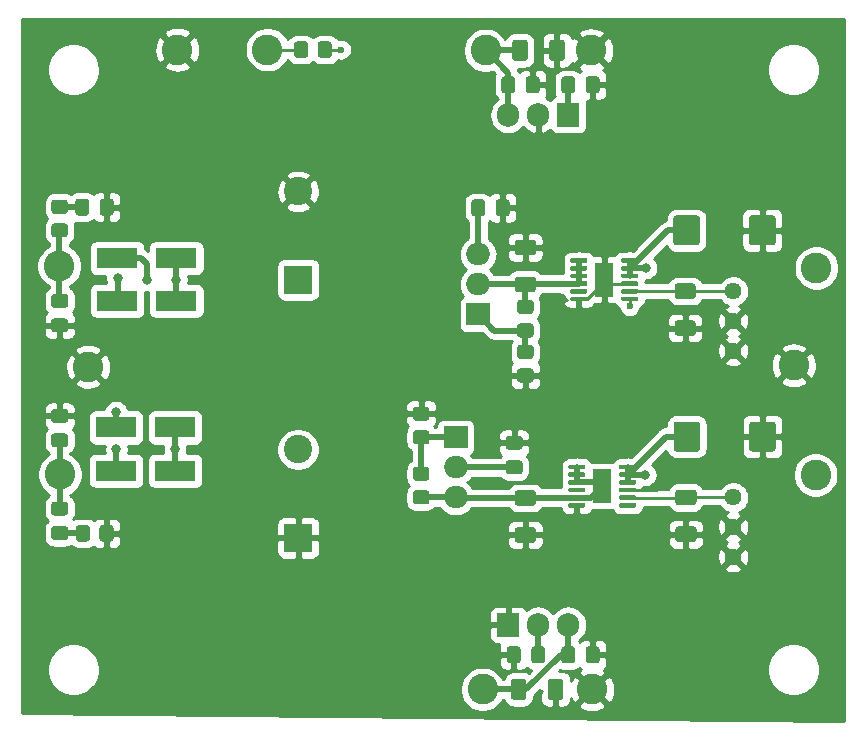
<source format=gbr>
G04 #@! TF.GenerationSoftware,KiCad,Pcbnew,(5.1.10-0-10_14)*
G04 #@! TF.CreationDate,2021-09-13T19:20:13+02:00*
G04 #@! TF.ProjectId,lv-lownoise-psu,6c762d6c-6f77-46e6-9f69-73652d707375,rev?*
G04 #@! TF.SameCoordinates,Original*
G04 #@! TF.FileFunction,Copper,L1,Top*
G04 #@! TF.FilePolarity,Positive*
%FSLAX46Y46*%
G04 Gerber Fmt 4.6, Leading zero omitted, Abs format (unit mm)*
G04 Created by KiCad (PCBNEW (5.1.10-0-10_14)) date 2021-09-13 19:20:13*
%MOMM*%
%LPD*%
G01*
G04 APERTURE LIST*
G04 #@! TA.AperFunction,ComponentPad*
%ADD10O,2.000000X1.905000*%
G04 #@! TD*
G04 #@! TA.AperFunction,ComponentPad*
%ADD11R,2.000000X1.905000*%
G04 #@! TD*
G04 #@! TA.AperFunction,ComponentPad*
%ADD12O,1.905000X2.000000*%
G04 #@! TD*
G04 #@! TA.AperFunction,ComponentPad*
%ADD13R,1.905000X2.000000*%
G04 #@! TD*
G04 #@! TA.AperFunction,SMDPad,CuDef*
%ADD14R,3.500000X1.800000*%
G04 #@! TD*
G04 #@! TA.AperFunction,SMDPad,CuDef*
%ADD15R,1.650000X2.850000*%
G04 #@! TD*
G04 #@! TA.AperFunction,ComponentPad*
%ADD16C,2.400000*%
G04 #@! TD*
G04 #@! TA.AperFunction,ComponentPad*
%ADD17R,2.400000X2.400000*%
G04 #@! TD*
G04 #@! TA.AperFunction,ComponentPad*
%ADD18C,2.600000*%
G04 #@! TD*
G04 #@! TA.AperFunction,ComponentPad*
%ADD19C,1.440000*%
G04 #@! TD*
G04 #@! TA.AperFunction,ViaPad*
%ADD20C,0.800000*%
G04 #@! TD*
G04 #@! TA.AperFunction,ViaPad*
%ADD21C,0.600000*%
G04 #@! TD*
G04 #@! TA.AperFunction,Conductor*
%ADD22C,0.250000*%
G04 #@! TD*
G04 #@! TA.AperFunction,Conductor*
%ADD23C,0.500000*%
G04 #@! TD*
G04 #@! TA.AperFunction,Conductor*
%ADD24C,0.254000*%
G04 #@! TD*
G04 #@! TA.AperFunction,Conductor*
%ADD25C,0.100000*%
G04 #@! TD*
G04 APERTURE END LIST*
G04 #@! TA.AperFunction,SMDPad,CuDef*
G36*
G01*
X114103999Y-68615000D02*
X115004001Y-68615000D01*
G75*
G02*
X115254000Y-68864999I0J-249999D01*
G01*
X115254000Y-69565001D01*
G75*
G02*
X115004001Y-69815000I-249999J0D01*
G01*
X114103999Y-69815000D01*
G75*
G02*
X113854000Y-69565001I0J249999D01*
G01*
X113854000Y-68864999D01*
G75*
G02*
X114103999Y-68615000I249999J0D01*
G01*
G37*
G04 #@! TD.AperFunction*
G04 #@! TA.AperFunction,SMDPad,CuDef*
G36*
G01*
X114103999Y-66615000D02*
X115004001Y-66615000D01*
G75*
G02*
X115254000Y-66864999I0J-249999D01*
G01*
X115254000Y-67565001D01*
G75*
G02*
X115004001Y-67815000I-249999J0D01*
G01*
X114103999Y-67815000D01*
G75*
G02*
X113854000Y-67565001I0J249999D01*
G01*
X113854000Y-66864999D01*
G75*
G02*
X114103999Y-66615000I249999J0D01*
G01*
G37*
G04 #@! TD.AperFunction*
G04 #@! TA.AperFunction,SMDPad,CuDef*
G36*
G01*
X114103999Y-63535000D02*
X115004001Y-63535000D01*
G75*
G02*
X115254000Y-63784999I0J-249999D01*
G01*
X115254000Y-64485001D01*
G75*
G02*
X115004001Y-64735000I-249999J0D01*
G01*
X114103999Y-64735000D01*
G75*
G02*
X113854000Y-64485001I0J249999D01*
G01*
X113854000Y-63784999D01*
G75*
G02*
X114103999Y-63535000I249999J0D01*
G01*
G37*
G04 #@! TD.AperFunction*
G04 #@! TA.AperFunction,SMDPad,CuDef*
G36*
G01*
X114103999Y-61535000D02*
X115004001Y-61535000D01*
G75*
G02*
X115254000Y-61784999I0J-249999D01*
G01*
X115254000Y-62485001D01*
G75*
G02*
X115004001Y-62735000I-249999J0D01*
G01*
X114103999Y-62735000D01*
G75*
G02*
X113854000Y-62485001I0J249999D01*
G01*
X113854000Y-61784999D01*
G75*
G02*
X114103999Y-61535000I249999J0D01*
G01*
G37*
G04 #@! TD.AperFunction*
D10*
X117475000Y-69215000D03*
X117475000Y-66675000D03*
D11*
X117475000Y-64135000D03*
D10*
X119380000Y-48641000D03*
X119380000Y-51181000D03*
D11*
X119380000Y-53721000D03*
G04 #@! TA.AperFunction,SMDPad,CuDef*
G36*
G01*
X122930499Y-58296000D02*
X123830501Y-58296000D01*
G75*
G02*
X124080500Y-58545999I0J-249999D01*
G01*
X124080500Y-59246001D01*
G75*
G02*
X123830501Y-59496000I-249999J0D01*
G01*
X122930499Y-59496000D01*
G75*
G02*
X122680500Y-59246001I0J249999D01*
G01*
X122680500Y-58545999D01*
G75*
G02*
X122930499Y-58296000I249999J0D01*
G01*
G37*
G04 #@! TD.AperFunction*
G04 #@! TA.AperFunction,SMDPad,CuDef*
G36*
G01*
X122930499Y-56296000D02*
X123830501Y-56296000D01*
G75*
G02*
X124080500Y-56545999I0J-249999D01*
G01*
X124080500Y-57246001D01*
G75*
G02*
X123830501Y-57496000I-249999J0D01*
G01*
X122930499Y-57496000D01*
G75*
G02*
X122680500Y-57246001I0J249999D01*
G01*
X122680500Y-56545999D01*
G75*
G02*
X122930499Y-56296000I249999J0D01*
G01*
G37*
G04 #@! TD.AperFunction*
G04 #@! TA.AperFunction,SMDPad,CuDef*
G36*
G01*
X122930499Y-54486000D02*
X123830501Y-54486000D01*
G75*
G02*
X124080500Y-54735999I0J-249999D01*
G01*
X124080500Y-55436001D01*
G75*
G02*
X123830501Y-55686000I-249999J0D01*
G01*
X122930499Y-55686000D01*
G75*
G02*
X122680500Y-55436001I0J249999D01*
G01*
X122680500Y-54735999D01*
G75*
G02*
X122930499Y-54486000I249999J0D01*
G01*
G37*
G04 #@! TD.AperFunction*
G04 #@! TA.AperFunction,SMDPad,CuDef*
G36*
G01*
X122930499Y-52486000D02*
X123830501Y-52486000D01*
G75*
G02*
X124080500Y-52735999I0J-249999D01*
G01*
X124080500Y-53436001D01*
G75*
G02*
X123830501Y-53686000I-249999J0D01*
G01*
X122930499Y-53686000D01*
G75*
G02*
X122680500Y-53436001I0J249999D01*
G01*
X122680500Y-52735999D01*
G75*
G02*
X122930499Y-52486000I249999J0D01*
G01*
G37*
G04 #@! TD.AperFunction*
G04 #@! TA.AperFunction,SMDPad,CuDef*
G36*
G01*
X123471500Y-84820998D02*
X123471500Y-86121002D01*
G75*
G02*
X123221502Y-86371000I-249998J0D01*
G01*
X122396498Y-86371000D01*
G75*
G02*
X122146500Y-86121002I0J249998D01*
G01*
X122146500Y-84820998D01*
G75*
G02*
X122396498Y-84571000I249998J0D01*
G01*
X123221502Y-84571000D01*
G75*
G02*
X123471500Y-84820998I0J-249998D01*
G01*
G37*
G04 #@! TD.AperFunction*
G04 #@! TA.AperFunction,SMDPad,CuDef*
G36*
G01*
X126596500Y-84820998D02*
X126596500Y-86121002D01*
G75*
G02*
X126346502Y-86371000I-249998J0D01*
G01*
X125521498Y-86371000D01*
G75*
G02*
X125271500Y-86121002I0J249998D01*
G01*
X125271500Y-84820998D01*
G75*
G02*
X125521498Y-84571000I249998J0D01*
G01*
X126346502Y-84571000D01*
G75*
G02*
X126596500Y-84820998I0J-249998D01*
G01*
G37*
G04 #@! TD.AperFunction*
G04 #@! TA.AperFunction,SMDPad,CuDef*
G36*
G01*
X125385000Y-32019002D02*
X125385000Y-30718998D01*
G75*
G02*
X125634998Y-30469000I249998J0D01*
G01*
X126460002Y-30469000D01*
G75*
G02*
X126710000Y-30718998I0J-249998D01*
G01*
X126710000Y-32019002D01*
G75*
G02*
X126460002Y-32269000I-249998J0D01*
G01*
X125634998Y-32269000D01*
G75*
G02*
X125385000Y-32019002I0J249998D01*
G01*
G37*
G04 #@! TD.AperFunction*
G04 #@! TA.AperFunction,SMDPad,CuDef*
G36*
G01*
X122260000Y-32019002D02*
X122260000Y-30718998D01*
G75*
G02*
X122509998Y-30469000I249998J0D01*
G01*
X123335002Y-30469000D01*
G75*
G02*
X123585000Y-30718998I0J-249998D01*
G01*
X123585000Y-32019002D01*
G75*
G02*
X123335002Y-32269000I-249998J0D01*
G01*
X122509998Y-32269000D01*
G75*
G02*
X122260000Y-32019002I0J249998D01*
G01*
G37*
G04 #@! TD.AperFunction*
G04 #@! TA.AperFunction,SMDPad,CuDef*
G36*
G01*
X123407500Y-34765000D02*
X123407500Y-33815000D01*
G75*
G02*
X123657500Y-33565000I250000J0D01*
G01*
X124332500Y-33565000D01*
G75*
G02*
X124582500Y-33815000I0J-250000D01*
G01*
X124582500Y-34765000D01*
G75*
G02*
X124332500Y-35015000I-250000J0D01*
G01*
X123657500Y-35015000D01*
G75*
G02*
X123407500Y-34765000I0J250000D01*
G01*
G37*
G04 #@! TD.AperFunction*
G04 #@! TA.AperFunction,SMDPad,CuDef*
G36*
G01*
X121332500Y-34765000D02*
X121332500Y-33815000D01*
G75*
G02*
X121582500Y-33565000I250000J0D01*
G01*
X122257500Y-33565000D01*
G75*
G02*
X122507500Y-33815000I0J-250000D01*
G01*
X122507500Y-34765000D01*
G75*
G02*
X122257500Y-35015000I-250000J0D01*
G01*
X121582500Y-35015000D01*
G75*
G02*
X121332500Y-34765000I0J250000D01*
G01*
G37*
G04 #@! TD.AperFunction*
G04 #@! TA.AperFunction,SMDPad,CuDef*
G36*
G01*
X83496999Y-46009000D02*
X84397001Y-46009000D01*
G75*
G02*
X84647000Y-46258999I0J-249999D01*
G01*
X84647000Y-46959001D01*
G75*
G02*
X84397001Y-47209000I-249999J0D01*
G01*
X83496999Y-47209000D01*
G75*
G02*
X83247000Y-46959001I0J249999D01*
G01*
X83247000Y-46258999D01*
G75*
G02*
X83496999Y-46009000I249999J0D01*
G01*
G37*
G04 #@! TD.AperFunction*
G04 #@! TA.AperFunction,SMDPad,CuDef*
G36*
G01*
X83496999Y-44009000D02*
X84397001Y-44009000D01*
G75*
G02*
X84647000Y-44258999I0J-249999D01*
G01*
X84647000Y-44959001D01*
G75*
G02*
X84397001Y-45209000I-249999J0D01*
G01*
X83496999Y-45209000D01*
G75*
G02*
X83247000Y-44959001I0J249999D01*
G01*
X83247000Y-44258999D01*
G75*
G02*
X83496999Y-44009000I249999J0D01*
G01*
G37*
G04 #@! TD.AperFunction*
G04 #@! TA.AperFunction,SMDPad,CuDef*
G36*
G01*
X87315500Y-72713001D02*
X87315500Y-71812999D01*
G75*
G02*
X87565499Y-71563000I249999J0D01*
G01*
X88265501Y-71563000D01*
G75*
G02*
X88515500Y-71812999I0J-249999D01*
G01*
X88515500Y-72713001D01*
G75*
G02*
X88265501Y-72963000I-249999J0D01*
G01*
X87565499Y-72963000D01*
G75*
G02*
X87315500Y-72713001I0J249999D01*
G01*
G37*
G04 #@! TD.AperFunction*
G04 #@! TA.AperFunction,SMDPad,CuDef*
G36*
G01*
X85315500Y-72713001D02*
X85315500Y-71812999D01*
G75*
G02*
X85565499Y-71563000I249999J0D01*
G01*
X86265501Y-71563000D01*
G75*
G02*
X86515500Y-71812999I0J-249999D01*
G01*
X86515500Y-72713001D01*
G75*
G02*
X86265501Y-72963000I-249999J0D01*
G01*
X85565499Y-72963000D01*
G75*
G02*
X85315500Y-72713001I0J249999D01*
G01*
G37*
G04 #@! TD.AperFunction*
G04 #@! TA.AperFunction,SMDPad,CuDef*
G36*
G01*
X137619502Y-69877500D02*
X136319498Y-69877500D01*
G75*
G02*
X136069500Y-69627502I0J249998D01*
G01*
X136069500Y-68802498D01*
G75*
G02*
X136319498Y-68552500I249998J0D01*
G01*
X137619502Y-68552500D01*
G75*
G02*
X137869500Y-68802498I0J-249998D01*
G01*
X137869500Y-69627502D01*
G75*
G02*
X137619502Y-69877500I-249998J0D01*
G01*
G37*
G04 #@! TD.AperFunction*
G04 #@! TA.AperFunction,SMDPad,CuDef*
G36*
G01*
X137619502Y-73002500D02*
X136319498Y-73002500D01*
G75*
G02*
X136069500Y-72752502I0J249998D01*
G01*
X136069500Y-71927498D01*
G75*
G02*
X136319498Y-71677500I249998J0D01*
G01*
X137619502Y-71677500D01*
G75*
G02*
X137869500Y-71927498I0J-249998D01*
G01*
X137869500Y-72752502D01*
G75*
G02*
X137619502Y-73002500I-249998J0D01*
G01*
G37*
G04 #@! TD.AperFunction*
G04 #@! TA.AperFunction,SMDPad,CuDef*
G36*
G01*
X136255998Y-54215000D02*
X137556002Y-54215000D01*
G75*
G02*
X137806000Y-54464998I0J-249998D01*
G01*
X137806000Y-55290002D01*
G75*
G02*
X137556002Y-55540000I-249998J0D01*
G01*
X136255998Y-55540000D01*
G75*
G02*
X136006000Y-55290002I0J249998D01*
G01*
X136006000Y-54464998D01*
G75*
G02*
X136255998Y-54215000I249998J0D01*
G01*
G37*
G04 #@! TD.AperFunction*
G04 #@! TA.AperFunction,SMDPad,CuDef*
G36*
G01*
X136255998Y-51090000D02*
X137556002Y-51090000D01*
G75*
G02*
X137806000Y-51339998I0J-249998D01*
G01*
X137806000Y-52165002D01*
G75*
G02*
X137556002Y-52415000I-249998J0D01*
G01*
X136255998Y-52415000D01*
G75*
G02*
X136006000Y-52165002I0J249998D01*
G01*
X136006000Y-51339998D01*
G75*
G02*
X136255998Y-51090000I249998J0D01*
G01*
G37*
G04 #@! TD.AperFunction*
G04 #@! TA.AperFunction,SMDPad,CuDef*
G36*
G01*
X124030502Y-69927500D02*
X122730498Y-69927500D01*
G75*
G02*
X122480500Y-69677502I0J249998D01*
G01*
X122480500Y-68852498D01*
G75*
G02*
X122730498Y-68602500I249998J0D01*
G01*
X124030502Y-68602500D01*
G75*
G02*
X124280500Y-68852498I0J-249998D01*
G01*
X124280500Y-69677502D01*
G75*
G02*
X124030502Y-69927500I-249998J0D01*
G01*
G37*
G04 #@! TD.AperFunction*
G04 #@! TA.AperFunction,SMDPad,CuDef*
G36*
G01*
X124030502Y-73052500D02*
X122730498Y-73052500D01*
G75*
G02*
X122480500Y-72802502I0J249998D01*
G01*
X122480500Y-71977498D01*
G75*
G02*
X122730498Y-71727500I249998J0D01*
G01*
X124030502Y-71727500D01*
G75*
G02*
X124280500Y-71977498I0J-249998D01*
G01*
X124280500Y-72802502D01*
G75*
G02*
X124030502Y-73052500I-249998J0D01*
G01*
G37*
G04 #@! TD.AperFunction*
G04 #@! TA.AperFunction,SMDPad,CuDef*
G36*
G01*
X124030502Y-48718500D02*
X122730498Y-48718500D01*
G75*
G02*
X122480500Y-48468502I0J249998D01*
G01*
X122480500Y-47643498D01*
G75*
G02*
X122730498Y-47393500I249998J0D01*
G01*
X124030502Y-47393500D01*
G75*
G02*
X124280500Y-47643498I0J-249998D01*
G01*
X124280500Y-48468502D01*
G75*
G02*
X124030502Y-48718500I-249998J0D01*
G01*
G37*
G04 #@! TD.AperFunction*
G04 #@! TA.AperFunction,SMDPad,CuDef*
G36*
G01*
X124030502Y-51843500D02*
X122730498Y-51843500D01*
G75*
G02*
X122480500Y-51593502I0J249998D01*
G01*
X122480500Y-50768498D01*
G75*
G02*
X122730498Y-50518500I249998J0D01*
G01*
X124030502Y-50518500D01*
G75*
G02*
X124280500Y-50768498I0J-249998D01*
G01*
X124280500Y-51593502D01*
G75*
G02*
X124030502Y-51843500I-249998J0D01*
G01*
G37*
G04 #@! TD.AperFunction*
G04 #@! TA.AperFunction,SMDPad,CuDef*
G36*
G01*
X121953000Y-66087500D02*
X122903000Y-66087500D01*
G75*
G02*
X123153000Y-66337500I0J-250000D01*
G01*
X123153000Y-67012500D01*
G75*
G02*
X122903000Y-67262500I-250000J0D01*
G01*
X121953000Y-67262500D01*
G75*
G02*
X121703000Y-67012500I0J250000D01*
G01*
X121703000Y-66337500D01*
G75*
G02*
X121953000Y-66087500I250000J0D01*
G01*
G37*
G04 #@! TD.AperFunction*
G04 #@! TA.AperFunction,SMDPad,CuDef*
G36*
G01*
X121953000Y-64012500D02*
X122903000Y-64012500D01*
G75*
G02*
X123153000Y-64262500I0J-250000D01*
G01*
X123153000Y-64937500D01*
G75*
G02*
X122903000Y-65187500I-250000J0D01*
G01*
X121953000Y-65187500D01*
G75*
G02*
X121703000Y-64937500I0J250000D01*
G01*
X121703000Y-64262500D01*
G75*
G02*
X121953000Y-64012500I250000J0D01*
G01*
G37*
G04 #@! TD.AperFunction*
G04 #@! TA.AperFunction,SMDPad,CuDef*
G36*
G01*
X120867500Y-45179000D02*
X120867500Y-44229000D01*
G75*
G02*
X121117500Y-43979000I250000J0D01*
G01*
X121792500Y-43979000D01*
G75*
G02*
X122042500Y-44229000I0J-250000D01*
G01*
X122042500Y-45179000D01*
G75*
G02*
X121792500Y-45429000I-250000J0D01*
G01*
X121117500Y-45429000D01*
G75*
G02*
X120867500Y-45179000I0J250000D01*
G01*
G37*
G04 #@! TD.AperFunction*
G04 #@! TA.AperFunction,SMDPad,CuDef*
G36*
G01*
X118792500Y-45179000D02*
X118792500Y-44229000D01*
G75*
G02*
X119042500Y-43979000I250000J0D01*
G01*
X119717500Y-43979000D01*
G75*
G02*
X119967500Y-44229000I0J-250000D01*
G01*
X119967500Y-45179000D01*
G75*
G02*
X119717500Y-45429000I-250000J0D01*
G01*
X119042500Y-45429000D01*
G75*
G02*
X118792500Y-45179000I0J250000D01*
G01*
G37*
G04 #@! TD.AperFunction*
G04 #@! TA.AperFunction,SMDPad,CuDef*
G36*
G01*
X86439500Y-44165500D02*
X86439500Y-45115500D01*
G75*
G02*
X86189500Y-45365500I-250000J0D01*
G01*
X85514500Y-45365500D01*
G75*
G02*
X85264500Y-45115500I0J250000D01*
G01*
X85264500Y-44165500D01*
G75*
G02*
X85514500Y-43915500I250000J0D01*
G01*
X86189500Y-43915500D01*
G75*
G02*
X86439500Y-44165500I0J-250000D01*
G01*
G37*
G04 #@! TD.AperFunction*
G04 #@! TA.AperFunction,SMDPad,CuDef*
G36*
G01*
X88514500Y-44165500D02*
X88514500Y-45115500D01*
G75*
G02*
X88264500Y-45365500I-250000J0D01*
G01*
X87589500Y-45365500D01*
G75*
G02*
X87339500Y-45115500I0J250000D01*
G01*
X87339500Y-44165500D01*
G75*
G02*
X87589500Y-43915500I250000J0D01*
G01*
X88264500Y-43915500D01*
G75*
G02*
X88514500Y-44165500I0J-250000D01*
G01*
G37*
G04 #@! TD.AperFunction*
G04 #@! TA.AperFunction,SMDPad,CuDef*
G36*
G01*
X83472000Y-71655000D02*
X84422000Y-71655000D01*
G75*
G02*
X84672000Y-71905000I0J-250000D01*
G01*
X84672000Y-72580000D01*
G75*
G02*
X84422000Y-72830000I-250000J0D01*
G01*
X83472000Y-72830000D01*
G75*
G02*
X83222000Y-72580000I0J250000D01*
G01*
X83222000Y-71905000D01*
G75*
G02*
X83472000Y-71655000I250000J0D01*
G01*
G37*
G04 #@! TD.AperFunction*
G04 #@! TA.AperFunction,SMDPad,CuDef*
G36*
G01*
X83472000Y-69580000D02*
X84422000Y-69580000D01*
G75*
G02*
X84672000Y-69830000I0J-250000D01*
G01*
X84672000Y-70505000D01*
G75*
G02*
X84422000Y-70755000I-250000J0D01*
G01*
X83472000Y-70755000D01*
G75*
G02*
X83222000Y-70505000I0J250000D01*
G01*
X83222000Y-69830000D01*
G75*
G02*
X83472000Y-69580000I250000J0D01*
G01*
G37*
G04 #@! TD.AperFunction*
G04 #@! TA.AperFunction,SMDPad,CuDef*
G36*
G01*
X84422000Y-53165500D02*
X83472000Y-53165500D01*
G75*
G02*
X83222000Y-52915500I0J250000D01*
G01*
X83222000Y-52240500D01*
G75*
G02*
X83472000Y-51990500I250000J0D01*
G01*
X84422000Y-51990500D01*
G75*
G02*
X84672000Y-52240500I0J-250000D01*
G01*
X84672000Y-52915500D01*
G75*
G02*
X84422000Y-53165500I-250000J0D01*
G01*
G37*
G04 #@! TD.AperFunction*
G04 #@! TA.AperFunction,SMDPad,CuDef*
G36*
G01*
X84422000Y-55240500D02*
X83472000Y-55240500D01*
G75*
G02*
X83222000Y-54990500I0J250000D01*
G01*
X83222000Y-54315500D01*
G75*
G02*
X83472000Y-54065500I250000J0D01*
G01*
X84422000Y-54065500D01*
G75*
G02*
X84672000Y-54315500I0J-250000D01*
G01*
X84672000Y-54990500D01*
G75*
G02*
X84422000Y-55240500I-250000J0D01*
G01*
G37*
G04 #@! TD.AperFunction*
G04 #@! TA.AperFunction,SMDPad,CuDef*
G36*
G01*
X84422000Y-62901500D02*
X83472000Y-62901500D01*
G75*
G02*
X83222000Y-62651500I0J250000D01*
G01*
X83222000Y-61976500D01*
G75*
G02*
X83472000Y-61726500I250000J0D01*
G01*
X84422000Y-61726500D01*
G75*
G02*
X84672000Y-61976500I0J-250000D01*
G01*
X84672000Y-62651500D01*
G75*
G02*
X84422000Y-62901500I-250000J0D01*
G01*
G37*
G04 #@! TD.AperFunction*
G04 #@! TA.AperFunction,SMDPad,CuDef*
G36*
G01*
X84422000Y-64976500D02*
X83472000Y-64976500D01*
G75*
G02*
X83222000Y-64726500I0J250000D01*
G01*
X83222000Y-64051500D01*
G75*
G02*
X83472000Y-63801500I250000J0D01*
G01*
X84422000Y-63801500D01*
G75*
G02*
X84672000Y-64051500I0J-250000D01*
G01*
X84672000Y-64726500D01*
G75*
G02*
X84422000Y-64976500I-250000J0D01*
G01*
G37*
G04 #@! TD.AperFunction*
G04 #@! TA.AperFunction,SMDPad,CuDef*
G36*
G01*
X138171500Y-63046499D02*
X138171500Y-65096501D01*
G75*
G02*
X137921501Y-65346500I-249999J0D01*
G01*
X136171499Y-65346500D01*
G75*
G02*
X135921500Y-65096501I0J249999D01*
G01*
X135921500Y-63046499D01*
G75*
G02*
X136171499Y-62796500I249999J0D01*
G01*
X137921501Y-62796500D01*
G75*
G02*
X138171500Y-63046499I0J-249999D01*
G01*
G37*
G04 #@! TD.AperFunction*
G04 #@! TA.AperFunction,SMDPad,CuDef*
G36*
G01*
X144571500Y-63046499D02*
X144571500Y-65096501D01*
G75*
G02*
X144321501Y-65346500I-249999J0D01*
G01*
X142571499Y-65346500D01*
G75*
G02*
X142321500Y-65096501I0J249999D01*
G01*
X142321500Y-63046499D01*
G75*
G02*
X142571499Y-62796500I249999J0D01*
G01*
X144321501Y-62796500D01*
G75*
G02*
X144571500Y-63046499I0J-249999D01*
G01*
G37*
G04 #@! TD.AperFunction*
G04 #@! TA.AperFunction,SMDPad,CuDef*
G36*
G01*
X142308000Y-47634001D02*
X142308000Y-45583999D01*
G75*
G02*
X142557999Y-45334000I249999J0D01*
G01*
X144308001Y-45334000D01*
G75*
G02*
X144558000Y-45583999I0J-249999D01*
G01*
X144558000Y-47634001D01*
G75*
G02*
X144308001Y-47884000I-249999J0D01*
G01*
X142557999Y-47884000D01*
G75*
G02*
X142308000Y-47634001I0J249999D01*
G01*
G37*
G04 #@! TD.AperFunction*
G04 #@! TA.AperFunction,SMDPad,CuDef*
G36*
G01*
X135908000Y-47634001D02*
X135908000Y-45583999D01*
G75*
G02*
X136157999Y-45334000I249999J0D01*
G01*
X137908001Y-45334000D01*
G75*
G02*
X138158000Y-45583999I0J-249999D01*
G01*
X138158000Y-47634001D01*
G75*
G02*
X137908001Y-47884000I-249999J0D01*
G01*
X136157999Y-47884000D01*
G75*
G02*
X135908000Y-47634001I0J249999D01*
G01*
G37*
G04 #@! TD.AperFunction*
D12*
X127000000Y-80010000D03*
X124460000Y-80010000D03*
D13*
X121920000Y-80010000D03*
D12*
X121920000Y-36830000D03*
X124460000Y-36830000D03*
D13*
X127000000Y-36830000D03*
D14*
X88827600Y-52578000D03*
X93827600Y-52578000D03*
X88827600Y-48971200D03*
X93827600Y-48971200D03*
X93726000Y-63296800D03*
X88726000Y-63296800D03*
X93726000Y-66954400D03*
X88726000Y-66954400D03*
D15*
X129886600Y-68261900D03*
G04 #@! TA.AperFunction,SMDPad,CuDef*
G36*
G01*
X131311600Y-66736900D02*
X131311600Y-66536900D01*
G75*
G02*
X131411600Y-66436900I100000J0D01*
G01*
X132661600Y-66436900D01*
G75*
G02*
X132761600Y-66536900I0J-100000D01*
G01*
X132761600Y-66736900D01*
G75*
G02*
X132661600Y-66836900I-100000J0D01*
G01*
X131411600Y-66836900D01*
G75*
G02*
X131311600Y-66736900I0J100000D01*
G01*
G37*
G04 #@! TD.AperFunction*
G04 #@! TA.AperFunction,SMDPad,CuDef*
G36*
G01*
X131311600Y-67386900D02*
X131311600Y-67186900D01*
G75*
G02*
X131411600Y-67086900I100000J0D01*
G01*
X132661600Y-67086900D01*
G75*
G02*
X132761600Y-67186900I0J-100000D01*
G01*
X132761600Y-67386900D01*
G75*
G02*
X132661600Y-67486900I-100000J0D01*
G01*
X131411600Y-67486900D01*
G75*
G02*
X131311600Y-67386900I0J100000D01*
G01*
G37*
G04 #@! TD.AperFunction*
G04 #@! TA.AperFunction,SMDPad,CuDef*
G36*
G01*
X131311600Y-68036900D02*
X131311600Y-67836900D01*
G75*
G02*
X131411600Y-67736900I100000J0D01*
G01*
X132661600Y-67736900D01*
G75*
G02*
X132761600Y-67836900I0J-100000D01*
G01*
X132761600Y-68036900D01*
G75*
G02*
X132661600Y-68136900I-100000J0D01*
G01*
X131411600Y-68136900D01*
G75*
G02*
X131311600Y-68036900I0J100000D01*
G01*
G37*
G04 #@! TD.AperFunction*
G04 #@! TA.AperFunction,SMDPad,CuDef*
G36*
G01*
X131311600Y-68686900D02*
X131311600Y-68486900D01*
G75*
G02*
X131411600Y-68386900I100000J0D01*
G01*
X132661600Y-68386900D01*
G75*
G02*
X132761600Y-68486900I0J-100000D01*
G01*
X132761600Y-68686900D01*
G75*
G02*
X132661600Y-68786900I-100000J0D01*
G01*
X131411600Y-68786900D01*
G75*
G02*
X131311600Y-68686900I0J100000D01*
G01*
G37*
G04 #@! TD.AperFunction*
G04 #@! TA.AperFunction,SMDPad,CuDef*
G36*
G01*
X131311600Y-69336900D02*
X131311600Y-69136900D01*
G75*
G02*
X131411600Y-69036900I100000J0D01*
G01*
X132661600Y-69036900D01*
G75*
G02*
X132761600Y-69136900I0J-100000D01*
G01*
X132761600Y-69336900D01*
G75*
G02*
X132661600Y-69436900I-100000J0D01*
G01*
X131411600Y-69436900D01*
G75*
G02*
X131311600Y-69336900I0J100000D01*
G01*
G37*
G04 #@! TD.AperFunction*
G04 #@! TA.AperFunction,SMDPad,CuDef*
G36*
G01*
X131311600Y-69986900D02*
X131311600Y-69786900D01*
G75*
G02*
X131411600Y-69686900I100000J0D01*
G01*
X132661600Y-69686900D01*
G75*
G02*
X132761600Y-69786900I0J-100000D01*
G01*
X132761600Y-69986900D01*
G75*
G02*
X132661600Y-70086900I-100000J0D01*
G01*
X131411600Y-70086900D01*
G75*
G02*
X131311600Y-69986900I0J100000D01*
G01*
G37*
G04 #@! TD.AperFunction*
G04 #@! TA.AperFunction,SMDPad,CuDef*
G36*
G01*
X127011600Y-69986900D02*
X127011600Y-69786900D01*
G75*
G02*
X127111600Y-69686900I100000J0D01*
G01*
X128361600Y-69686900D01*
G75*
G02*
X128461600Y-69786900I0J-100000D01*
G01*
X128461600Y-69986900D01*
G75*
G02*
X128361600Y-70086900I-100000J0D01*
G01*
X127111600Y-70086900D01*
G75*
G02*
X127011600Y-69986900I0J100000D01*
G01*
G37*
G04 #@! TD.AperFunction*
G04 #@! TA.AperFunction,SMDPad,CuDef*
G36*
G01*
X127011600Y-69336900D02*
X127011600Y-69136900D01*
G75*
G02*
X127111600Y-69036900I100000J0D01*
G01*
X128361600Y-69036900D01*
G75*
G02*
X128461600Y-69136900I0J-100000D01*
G01*
X128461600Y-69336900D01*
G75*
G02*
X128361600Y-69436900I-100000J0D01*
G01*
X127111600Y-69436900D01*
G75*
G02*
X127011600Y-69336900I0J100000D01*
G01*
G37*
G04 #@! TD.AperFunction*
G04 #@! TA.AperFunction,SMDPad,CuDef*
G36*
G01*
X127011600Y-68686900D02*
X127011600Y-68486900D01*
G75*
G02*
X127111600Y-68386900I100000J0D01*
G01*
X128361600Y-68386900D01*
G75*
G02*
X128461600Y-68486900I0J-100000D01*
G01*
X128461600Y-68686900D01*
G75*
G02*
X128361600Y-68786900I-100000J0D01*
G01*
X127111600Y-68786900D01*
G75*
G02*
X127011600Y-68686900I0J100000D01*
G01*
G37*
G04 #@! TD.AperFunction*
G04 #@! TA.AperFunction,SMDPad,CuDef*
G36*
G01*
X127011600Y-68036900D02*
X127011600Y-67836900D01*
G75*
G02*
X127111600Y-67736900I100000J0D01*
G01*
X128361600Y-67736900D01*
G75*
G02*
X128461600Y-67836900I0J-100000D01*
G01*
X128461600Y-68036900D01*
G75*
G02*
X128361600Y-68136900I-100000J0D01*
G01*
X127111600Y-68136900D01*
G75*
G02*
X127011600Y-68036900I0J100000D01*
G01*
G37*
G04 #@! TD.AperFunction*
G04 #@! TA.AperFunction,SMDPad,CuDef*
G36*
G01*
X127011600Y-67386900D02*
X127011600Y-67186900D01*
G75*
G02*
X127111600Y-67086900I100000J0D01*
G01*
X128361600Y-67086900D01*
G75*
G02*
X128461600Y-67186900I0J-100000D01*
G01*
X128461600Y-67386900D01*
G75*
G02*
X128361600Y-67486900I-100000J0D01*
G01*
X127111600Y-67486900D01*
G75*
G02*
X127011600Y-67386900I0J100000D01*
G01*
G37*
G04 #@! TD.AperFunction*
G04 #@! TA.AperFunction,SMDPad,CuDef*
G36*
G01*
X127011600Y-66736900D02*
X127011600Y-66536900D01*
G75*
G02*
X127111600Y-66436900I100000J0D01*
G01*
X128361600Y-66436900D01*
G75*
G02*
X128461600Y-66536900I0J-100000D01*
G01*
X128461600Y-66736900D01*
G75*
G02*
X128361600Y-66836900I-100000J0D01*
G01*
X127111600Y-66836900D01*
G75*
G02*
X127011600Y-66736900I0J100000D01*
G01*
G37*
G04 #@! TD.AperFunction*
D16*
X104140000Y-65151000D03*
D17*
X104140000Y-72651000D03*
D16*
X104140000Y-43300000D03*
D17*
X104140000Y-50800000D03*
G04 #@! TA.AperFunction,SMDPad,CuDef*
G36*
G01*
X105794000Y-31755501D02*
X105794000Y-30855499D01*
G75*
G02*
X106043999Y-30605500I249999J0D01*
G01*
X106744001Y-30605500D01*
G75*
G02*
X106994000Y-30855499I0J-249999D01*
G01*
X106994000Y-31755501D01*
G75*
G02*
X106744001Y-32005500I-249999J0D01*
G01*
X106043999Y-32005500D01*
G75*
G02*
X105794000Y-31755501I0J249999D01*
G01*
G37*
G04 #@! TD.AperFunction*
G04 #@! TA.AperFunction,SMDPad,CuDef*
G36*
G01*
X103794000Y-31755501D02*
X103794000Y-30855499D01*
G75*
G02*
X104043999Y-30605500I249999J0D01*
G01*
X104744001Y-30605500D01*
G75*
G02*
X104994000Y-30855499I0J-249999D01*
G01*
X104994000Y-31755501D01*
G75*
G02*
X104744001Y-32005500I-249999J0D01*
G01*
X104043999Y-32005500D01*
G75*
G02*
X103794000Y-31755501I0J249999D01*
G01*
G37*
G04 #@! TD.AperFunction*
D18*
X119761000Y-85471000D03*
X129032000Y-85471000D03*
X128968500Y-31369000D03*
X120015000Y-31369000D03*
X93916500Y-31305500D03*
X101536500Y-31305500D03*
G04 #@! TA.AperFunction,SMDPad,CuDef*
G36*
G01*
X127587500Y-82075000D02*
X127587500Y-83025000D01*
G75*
G02*
X127337500Y-83275000I-250000J0D01*
G01*
X126662500Y-83275000D01*
G75*
G02*
X126412500Y-83025000I0J250000D01*
G01*
X126412500Y-82075000D01*
G75*
G02*
X126662500Y-81825000I250000J0D01*
G01*
X127337500Y-81825000D01*
G75*
G02*
X127587500Y-82075000I0J-250000D01*
G01*
G37*
G04 #@! TD.AperFunction*
G04 #@! TA.AperFunction,SMDPad,CuDef*
G36*
G01*
X129662500Y-82075000D02*
X129662500Y-83025000D01*
G75*
G02*
X129412500Y-83275000I-250000J0D01*
G01*
X128737500Y-83275000D01*
G75*
G02*
X128487500Y-83025000I0J250000D01*
G01*
X128487500Y-82075000D01*
G75*
G02*
X128737500Y-81825000I250000J0D01*
G01*
X129412500Y-81825000D01*
G75*
G02*
X129662500Y-82075000I0J-250000D01*
G01*
G37*
G04 #@! TD.AperFunction*
G04 #@! TA.AperFunction,SMDPad,CuDef*
G36*
G01*
X123872500Y-83025000D02*
X123872500Y-82075000D01*
G75*
G02*
X124122500Y-81825000I250000J0D01*
G01*
X124797500Y-81825000D01*
G75*
G02*
X125047500Y-82075000I0J-250000D01*
G01*
X125047500Y-83025000D01*
G75*
G02*
X124797500Y-83275000I-250000J0D01*
G01*
X124122500Y-83275000D01*
G75*
G02*
X123872500Y-83025000I0J250000D01*
G01*
G37*
G04 #@! TD.AperFunction*
G04 #@! TA.AperFunction,SMDPad,CuDef*
G36*
G01*
X121797500Y-83025000D02*
X121797500Y-82075000D01*
G75*
G02*
X122047500Y-81825000I250000J0D01*
G01*
X122722500Y-81825000D01*
G75*
G02*
X122972500Y-82075000I0J-250000D01*
G01*
X122972500Y-83025000D01*
G75*
G02*
X122722500Y-83275000I-250000J0D01*
G01*
X122047500Y-83275000D01*
G75*
G02*
X121797500Y-83025000I0J250000D01*
G01*
G37*
G04 #@! TD.AperFunction*
G04 #@! TA.AperFunction,SMDPad,CuDef*
G36*
G01*
X128487500Y-34765000D02*
X128487500Y-33815000D01*
G75*
G02*
X128737500Y-33565000I250000J0D01*
G01*
X129412500Y-33565000D01*
G75*
G02*
X129662500Y-33815000I0J-250000D01*
G01*
X129662500Y-34765000D01*
G75*
G02*
X129412500Y-35015000I-250000J0D01*
G01*
X128737500Y-35015000D01*
G75*
G02*
X128487500Y-34765000I0J250000D01*
G01*
G37*
G04 #@! TD.AperFunction*
G04 #@! TA.AperFunction,SMDPad,CuDef*
G36*
G01*
X126412500Y-34765000D02*
X126412500Y-33815000D01*
G75*
G02*
X126662500Y-33565000I250000J0D01*
G01*
X127337500Y-33565000D01*
G75*
G02*
X127587500Y-33815000I0J-250000D01*
G01*
X127587500Y-34765000D01*
G75*
G02*
X127337500Y-35015000I-250000J0D01*
G01*
X126662500Y-35015000D01*
G75*
G02*
X126412500Y-34765000I0J250000D01*
G01*
G37*
G04 #@! TD.AperFunction*
D19*
X140970000Y-74295000D03*
X140970000Y-71755000D03*
X140970000Y-69215000D03*
D15*
X130064400Y-50787900D03*
G04 #@! TA.AperFunction,SMDPad,CuDef*
G36*
G01*
X131489400Y-49262900D02*
X131489400Y-49062900D01*
G75*
G02*
X131589400Y-48962900I100000J0D01*
G01*
X132839400Y-48962900D01*
G75*
G02*
X132939400Y-49062900I0J-100000D01*
G01*
X132939400Y-49262900D01*
G75*
G02*
X132839400Y-49362900I-100000J0D01*
G01*
X131589400Y-49362900D01*
G75*
G02*
X131489400Y-49262900I0J100000D01*
G01*
G37*
G04 #@! TD.AperFunction*
G04 #@! TA.AperFunction,SMDPad,CuDef*
G36*
G01*
X131489400Y-49912900D02*
X131489400Y-49712900D01*
G75*
G02*
X131589400Y-49612900I100000J0D01*
G01*
X132839400Y-49612900D01*
G75*
G02*
X132939400Y-49712900I0J-100000D01*
G01*
X132939400Y-49912900D01*
G75*
G02*
X132839400Y-50012900I-100000J0D01*
G01*
X131589400Y-50012900D01*
G75*
G02*
X131489400Y-49912900I0J100000D01*
G01*
G37*
G04 #@! TD.AperFunction*
G04 #@! TA.AperFunction,SMDPad,CuDef*
G36*
G01*
X131489400Y-50562900D02*
X131489400Y-50362900D01*
G75*
G02*
X131589400Y-50262900I100000J0D01*
G01*
X132839400Y-50262900D01*
G75*
G02*
X132939400Y-50362900I0J-100000D01*
G01*
X132939400Y-50562900D01*
G75*
G02*
X132839400Y-50662900I-100000J0D01*
G01*
X131589400Y-50662900D01*
G75*
G02*
X131489400Y-50562900I0J100000D01*
G01*
G37*
G04 #@! TD.AperFunction*
G04 #@! TA.AperFunction,SMDPad,CuDef*
G36*
G01*
X131489400Y-51212900D02*
X131489400Y-51012900D01*
G75*
G02*
X131589400Y-50912900I100000J0D01*
G01*
X132839400Y-50912900D01*
G75*
G02*
X132939400Y-51012900I0J-100000D01*
G01*
X132939400Y-51212900D01*
G75*
G02*
X132839400Y-51312900I-100000J0D01*
G01*
X131589400Y-51312900D01*
G75*
G02*
X131489400Y-51212900I0J100000D01*
G01*
G37*
G04 #@! TD.AperFunction*
G04 #@! TA.AperFunction,SMDPad,CuDef*
G36*
G01*
X131489400Y-51862900D02*
X131489400Y-51662900D01*
G75*
G02*
X131589400Y-51562900I100000J0D01*
G01*
X132839400Y-51562900D01*
G75*
G02*
X132939400Y-51662900I0J-100000D01*
G01*
X132939400Y-51862900D01*
G75*
G02*
X132839400Y-51962900I-100000J0D01*
G01*
X131589400Y-51962900D01*
G75*
G02*
X131489400Y-51862900I0J100000D01*
G01*
G37*
G04 #@! TD.AperFunction*
G04 #@! TA.AperFunction,SMDPad,CuDef*
G36*
G01*
X131489400Y-52512900D02*
X131489400Y-52312900D01*
G75*
G02*
X131589400Y-52212900I100000J0D01*
G01*
X132839400Y-52212900D01*
G75*
G02*
X132939400Y-52312900I0J-100000D01*
G01*
X132939400Y-52512900D01*
G75*
G02*
X132839400Y-52612900I-100000J0D01*
G01*
X131589400Y-52612900D01*
G75*
G02*
X131489400Y-52512900I0J100000D01*
G01*
G37*
G04 #@! TD.AperFunction*
G04 #@! TA.AperFunction,SMDPad,CuDef*
G36*
G01*
X127189400Y-52512900D02*
X127189400Y-52312900D01*
G75*
G02*
X127289400Y-52212900I100000J0D01*
G01*
X128539400Y-52212900D01*
G75*
G02*
X128639400Y-52312900I0J-100000D01*
G01*
X128639400Y-52512900D01*
G75*
G02*
X128539400Y-52612900I-100000J0D01*
G01*
X127289400Y-52612900D01*
G75*
G02*
X127189400Y-52512900I0J100000D01*
G01*
G37*
G04 #@! TD.AperFunction*
G04 #@! TA.AperFunction,SMDPad,CuDef*
G36*
G01*
X127189400Y-51862900D02*
X127189400Y-51662900D01*
G75*
G02*
X127289400Y-51562900I100000J0D01*
G01*
X128539400Y-51562900D01*
G75*
G02*
X128639400Y-51662900I0J-100000D01*
G01*
X128639400Y-51862900D01*
G75*
G02*
X128539400Y-51962900I-100000J0D01*
G01*
X127289400Y-51962900D01*
G75*
G02*
X127189400Y-51862900I0J100000D01*
G01*
G37*
G04 #@! TD.AperFunction*
G04 #@! TA.AperFunction,SMDPad,CuDef*
G36*
G01*
X127189400Y-51212900D02*
X127189400Y-51012900D01*
G75*
G02*
X127289400Y-50912900I100000J0D01*
G01*
X128539400Y-50912900D01*
G75*
G02*
X128639400Y-51012900I0J-100000D01*
G01*
X128639400Y-51212900D01*
G75*
G02*
X128539400Y-51312900I-100000J0D01*
G01*
X127289400Y-51312900D01*
G75*
G02*
X127189400Y-51212900I0J100000D01*
G01*
G37*
G04 #@! TD.AperFunction*
G04 #@! TA.AperFunction,SMDPad,CuDef*
G36*
G01*
X127189400Y-50562900D02*
X127189400Y-50362900D01*
G75*
G02*
X127289400Y-50262900I100000J0D01*
G01*
X128539400Y-50262900D01*
G75*
G02*
X128639400Y-50362900I0J-100000D01*
G01*
X128639400Y-50562900D01*
G75*
G02*
X128539400Y-50662900I-100000J0D01*
G01*
X127289400Y-50662900D01*
G75*
G02*
X127189400Y-50562900I0J100000D01*
G01*
G37*
G04 #@! TD.AperFunction*
G04 #@! TA.AperFunction,SMDPad,CuDef*
G36*
G01*
X127189400Y-49912900D02*
X127189400Y-49712900D01*
G75*
G02*
X127289400Y-49612900I100000J0D01*
G01*
X128539400Y-49612900D01*
G75*
G02*
X128639400Y-49712900I0J-100000D01*
G01*
X128639400Y-49912900D01*
G75*
G02*
X128539400Y-50012900I-100000J0D01*
G01*
X127289400Y-50012900D01*
G75*
G02*
X127189400Y-49912900I0J100000D01*
G01*
G37*
G04 #@! TD.AperFunction*
G04 #@! TA.AperFunction,SMDPad,CuDef*
G36*
G01*
X127189400Y-49262900D02*
X127189400Y-49062900D01*
G75*
G02*
X127289400Y-48962900I100000J0D01*
G01*
X128539400Y-48962900D01*
G75*
G02*
X128639400Y-49062900I0J-100000D01*
G01*
X128639400Y-49262900D01*
G75*
G02*
X128539400Y-49362900I-100000J0D01*
G01*
X127289400Y-49362900D01*
G75*
G02*
X127189400Y-49262900I0J100000D01*
G01*
G37*
G04 #@! TD.AperFunction*
D19*
X140970000Y-56832500D03*
X140970000Y-54292500D03*
X140970000Y-51752500D03*
D18*
X147955000Y-67310000D03*
X146113500Y-58039000D03*
X148018500Y-49784000D03*
X83921600Y-49631600D03*
X86360000Y-58166000D03*
X83972400Y-67259200D03*
D20*
X93827600Y-50800000D03*
X88849200Y-50647600D03*
X88726000Y-61997600D03*
X93726000Y-65125600D03*
D21*
X107759500Y-31305500D03*
D20*
X133604000Y-49784000D03*
X133540500Y-67310000D03*
X88747600Y-65125600D03*
X91338400Y-50800000D03*
D21*
X132207000Y-53022500D03*
X126496600Y-51112900D03*
D22*
X130064400Y-50987900D02*
X130064400Y-50787900D01*
X130389400Y-51112900D02*
X130064400Y-50787900D01*
X132214400Y-51112900D02*
X130389400Y-51112900D01*
X130064400Y-50938958D02*
X130064400Y-50787900D01*
X128590458Y-52412900D02*
X130064400Y-50938958D01*
X127914400Y-52412900D02*
X128590458Y-52412900D01*
D23*
X127711200Y-69962310D02*
X127736600Y-69936910D01*
D22*
X132080500Y-68630800D02*
X132036600Y-68586900D01*
D23*
X127711200Y-71069200D02*
X127711200Y-69962310D01*
D22*
X132036600Y-68586900D02*
X134422600Y-68586900D01*
X134422600Y-68586900D02*
X136588500Y-66421000D01*
D23*
X93827600Y-52244000D02*
X93798400Y-52273200D01*
X93827600Y-50800000D02*
X93827600Y-48971200D01*
X93827600Y-50800000D02*
X93827600Y-52578000D01*
X127000000Y-36830000D02*
X127000000Y-34290000D01*
X119380000Y-48641000D02*
X119380000Y-44704000D01*
X88726000Y-63296800D02*
X88726000Y-61997600D01*
X88849200Y-52556400D02*
X88827600Y-52578000D01*
X88849200Y-50647600D02*
X88849200Y-52556400D01*
X83921600Y-52552600D02*
X83947000Y-52578000D01*
X83921600Y-49631600D02*
X83921600Y-52552600D01*
X83921600Y-46634400D02*
X83947000Y-46609000D01*
X83921600Y-49631600D02*
X83921600Y-46634400D01*
X93726000Y-65125600D02*
X93726000Y-63296800D01*
X93726000Y-65125600D02*
X93726000Y-66954400D01*
X124460000Y-82550000D02*
X124460000Y-80010000D01*
X122428000Y-66675000D02*
X117475000Y-66675000D01*
D22*
X106394000Y-31305500D02*
X107759500Y-31305500D01*
D23*
X121920000Y-36830000D02*
X121920000Y-34290000D01*
X120015000Y-31369000D02*
X122922500Y-31369000D01*
X121920000Y-34290000D02*
X121920000Y-33274000D01*
X121920000Y-33274000D02*
X120015000Y-31369000D01*
X127000000Y-82550000D02*
X127000000Y-80010000D01*
X126392500Y-82550000D02*
X127000000Y-82550000D01*
X123471500Y-85471000D02*
X126392500Y-82550000D01*
X122809000Y-85471000D02*
X123471500Y-85471000D01*
X122809000Y-85471000D02*
X119761000Y-85471000D01*
D22*
X104394000Y-31305500D02*
X101536500Y-31305500D01*
D23*
X132214400Y-49162900D02*
X132214400Y-50462900D01*
X135418300Y-46609000D02*
X132214400Y-49812900D01*
X137033000Y-46609000D02*
X135418300Y-46609000D01*
X133575100Y-49812900D02*
X133604000Y-49784000D01*
X132214400Y-49812900D02*
X133575100Y-49812900D01*
X132038500Y-67285000D02*
X132036600Y-67286900D01*
X132036600Y-66636900D02*
X132036600Y-67936900D01*
X135252000Y-64071500D02*
X132036600Y-67286900D01*
X137046500Y-64071500D02*
X135252000Y-64071500D01*
X133517400Y-67286900D02*
X133540500Y-67310000D01*
X132036600Y-67286900D02*
X133517400Y-67286900D01*
X88747600Y-66932800D02*
X88726000Y-66954400D01*
X88747600Y-65125600D02*
X88747600Y-66932800D01*
X91338400Y-50800000D02*
X91338400Y-49479200D01*
X90830400Y-48971200D02*
X88827600Y-48971200D01*
X91338400Y-49479200D02*
X90830400Y-48971200D01*
X83972400Y-64477900D02*
X83883500Y-64389000D01*
X83972400Y-64414400D02*
X83947000Y-64389000D01*
X83972400Y-67259200D02*
X83972400Y-64414400D01*
X83947000Y-67284600D02*
X83972400Y-67259200D01*
X83947000Y-70167500D02*
X83947000Y-67284600D01*
X83967500Y-72263000D02*
X83947000Y-72242500D01*
X85915500Y-72263000D02*
X83967500Y-72263000D01*
X83978500Y-44640500D02*
X83947000Y-44609000D01*
X85852000Y-44640500D02*
X83978500Y-44640500D01*
D22*
X132214400Y-53015100D02*
X132207000Y-53022500D01*
X132214400Y-52412900D02*
X132214400Y-53015100D01*
X127826994Y-51200306D02*
X127914400Y-51112900D01*
X127909800Y-51117500D02*
X127914400Y-51112900D01*
D23*
X127913600Y-49162100D02*
X127914400Y-49162900D01*
X127914400Y-49162900D02*
X127914400Y-51112900D01*
X123448600Y-51112900D02*
X123380500Y-51181000D01*
X127914400Y-51112900D02*
X126496600Y-51112900D01*
X126496600Y-51112900D02*
X123448600Y-51112900D01*
X119380000Y-51181000D02*
X123380500Y-51181000D01*
X123380500Y-53086000D02*
X123380500Y-51181000D01*
X127736600Y-66636900D02*
X127736600Y-67936900D01*
X129561590Y-67936890D02*
X127736600Y-67936890D01*
X129886600Y-68261900D02*
X129561590Y-67936890D01*
X128911600Y-69236900D02*
X129886600Y-68261900D01*
X127736600Y-69236900D02*
X128911600Y-69236900D01*
X123408600Y-69236900D02*
X123380500Y-69265000D01*
X127736600Y-69236900D02*
X123408600Y-69236900D01*
X117475000Y-69215000D02*
X114554000Y-69215000D01*
X117525000Y-69265000D02*
X117475000Y-69215000D01*
X123380500Y-69265000D02*
X117525000Y-69265000D01*
D22*
X132229400Y-51777900D02*
X132214400Y-51762900D01*
X136895600Y-51762900D02*
X136906000Y-51752500D01*
X132214400Y-51762900D02*
X136895600Y-51762900D01*
X136906000Y-51752500D02*
X140970000Y-51752500D01*
X136947600Y-69236900D02*
X136969500Y-69215000D01*
X132036600Y-69236900D02*
X136947600Y-69236900D01*
X136969500Y-69215000D02*
X140970000Y-69215000D01*
D23*
X123380500Y-56896000D02*
X123380500Y-55086000D01*
X120745000Y-55086000D02*
X119380000Y-53721000D01*
X123380500Y-55086000D02*
X120745000Y-55086000D01*
X114554000Y-67215000D02*
X114554000Y-64135000D01*
X114554000Y-64135000D02*
X117475000Y-64135000D01*
D24*
X150368000Y-88136840D02*
X80772000Y-87504149D01*
X80772000Y-83599872D01*
X82855000Y-83599872D01*
X82855000Y-84040128D01*
X82940890Y-84471925D01*
X83109369Y-84878669D01*
X83353962Y-85244729D01*
X83665271Y-85556038D01*
X84031331Y-85800631D01*
X84438075Y-85969110D01*
X84869872Y-86055000D01*
X85310128Y-86055000D01*
X85741925Y-85969110D01*
X86148669Y-85800631D01*
X86514729Y-85556038D01*
X86790348Y-85280419D01*
X117826000Y-85280419D01*
X117826000Y-85661581D01*
X117900361Y-86035419D01*
X118046225Y-86387566D01*
X118257987Y-86704491D01*
X118527509Y-86974013D01*
X118844434Y-87185775D01*
X119196581Y-87331639D01*
X119570419Y-87406000D01*
X119951581Y-87406000D01*
X120325419Y-87331639D01*
X120677566Y-87185775D01*
X120994491Y-86974013D01*
X121264013Y-86704491D01*
X121475775Y-86387566D01*
X121488850Y-86356000D01*
X121544222Y-86356000D01*
X121576028Y-86460852D01*
X121658095Y-86614387D01*
X121768538Y-86748962D01*
X121903113Y-86859405D01*
X122056648Y-86941472D01*
X122223244Y-86992008D01*
X122396498Y-87009072D01*
X123221502Y-87009072D01*
X123394756Y-86992008D01*
X123561352Y-86941472D01*
X123714887Y-86859405D01*
X123849462Y-86748962D01*
X123959905Y-86614387D01*
X124041972Y-86460852D01*
X124092508Y-86294256D01*
X124109572Y-86121002D01*
X124109572Y-86088540D01*
X124128034Y-86066044D01*
X124636500Y-85557578D01*
X124636500Y-85598002D01*
X124795248Y-85598002D01*
X124636500Y-85756750D01*
X124633428Y-86371000D01*
X124645688Y-86495482D01*
X124681998Y-86615180D01*
X124740963Y-86725494D01*
X124820315Y-86822185D01*
X124917006Y-86901537D01*
X125027320Y-86960502D01*
X125147018Y-86996812D01*
X125271500Y-87009072D01*
X125648250Y-87006000D01*
X125807000Y-86847250D01*
X125807000Y-85598000D01*
X125787000Y-85598000D01*
X125787000Y-85344000D01*
X125807000Y-85344000D01*
X125807000Y-85324000D01*
X126061000Y-85324000D01*
X126061000Y-85344000D01*
X126081000Y-85344000D01*
X126081000Y-85598000D01*
X126061000Y-85598000D01*
X126061000Y-86847250D01*
X126219750Y-87006000D01*
X126596500Y-87009072D01*
X126720982Y-86996812D01*
X126840680Y-86960502D01*
X126950994Y-86901537D01*
X127047685Y-86822185D01*
X127049294Y-86820224D01*
X127862381Y-86820224D01*
X127994317Y-87115312D01*
X128335045Y-87286159D01*
X128702557Y-87387250D01*
X129082729Y-87414701D01*
X129460951Y-87367457D01*
X129822690Y-87247333D01*
X130069683Y-87115312D01*
X130201619Y-86820224D01*
X129032000Y-85650605D01*
X127862381Y-86820224D01*
X127049294Y-86820224D01*
X127127037Y-86725494D01*
X127186002Y-86615180D01*
X127222312Y-86495482D01*
X127234572Y-86371000D01*
X127233694Y-86195522D01*
X127255667Y-86261690D01*
X127387688Y-86508683D01*
X127682776Y-86640619D01*
X128852395Y-85471000D01*
X129211605Y-85471000D01*
X130381224Y-86640619D01*
X130676312Y-86508683D01*
X130847159Y-86167955D01*
X130948250Y-85800443D01*
X130975701Y-85420271D01*
X130928457Y-85042049D01*
X130808333Y-84680310D01*
X130676312Y-84433317D01*
X130381224Y-84301381D01*
X129211605Y-85471000D01*
X128852395Y-85471000D01*
X127682776Y-84301381D01*
X127387688Y-84433317D01*
X127233725Y-84740373D01*
X127234572Y-84571000D01*
X127222312Y-84446518D01*
X127186002Y-84326820D01*
X127127037Y-84216506D01*
X127047685Y-84119815D01*
X126950994Y-84040463D01*
X126840680Y-83981498D01*
X126720982Y-83945188D01*
X126596500Y-83932928D01*
X126258394Y-83935685D01*
X126342566Y-83851513D01*
X126489246Y-83896008D01*
X126662500Y-83913072D01*
X127337500Y-83913072D01*
X127510754Y-83896008D01*
X127677350Y-83845472D01*
X127830886Y-83763405D01*
X127965462Y-83652962D01*
X127970842Y-83646406D01*
X128036315Y-83726185D01*
X128093912Y-83773453D01*
X127994317Y-83826688D01*
X127862381Y-84121776D01*
X129032000Y-85291395D01*
X130201619Y-84121776D01*
X130069683Y-83826688D01*
X130020979Y-83802267D01*
X130113685Y-83726185D01*
X130193037Y-83629494D01*
X130208870Y-83599872D01*
X143815000Y-83599872D01*
X143815000Y-84040128D01*
X143900890Y-84471925D01*
X144069369Y-84878669D01*
X144313962Y-85244729D01*
X144625271Y-85556038D01*
X144991331Y-85800631D01*
X145398075Y-85969110D01*
X145829872Y-86055000D01*
X146270128Y-86055000D01*
X146701925Y-85969110D01*
X147108669Y-85800631D01*
X147474729Y-85556038D01*
X147786038Y-85244729D01*
X148030631Y-84878669D01*
X148199110Y-84471925D01*
X148285000Y-84040128D01*
X148285000Y-83599872D01*
X148199110Y-83168075D01*
X148030631Y-82761331D01*
X147786038Y-82395271D01*
X147474729Y-82083962D01*
X147108669Y-81839369D01*
X146701925Y-81670890D01*
X146270128Y-81585000D01*
X145829872Y-81585000D01*
X145398075Y-81670890D01*
X144991331Y-81839369D01*
X144625271Y-82083962D01*
X144313962Y-82395271D01*
X144069369Y-82761331D01*
X143900890Y-83168075D01*
X143815000Y-83599872D01*
X130208870Y-83599872D01*
X130252002Y-83519180D01*
X130288312Y-83399482D01*
X130300572Y-83275000D01*
X130297500Y-82835750D01*
X130138750Y-82677000D01*
X129202000Y-82677000D01*
X129202000Y-82697000D01*
X128948000Y-82697000D01*
X128948000Y-82677000D01*
X128928000Y-82677000D01*
X128928000Y-82423000D01*
X128948000Y-82423000D01*
X128948000Y-81348750D01*
X129202000Y-81348750D01*
X129202000Y-82423000D01*
X130138750Y-82423000D01*
X130297500Y-82264250D01*
X130300572Y-81825000D01*
X130288312Y-81700518D01*
X130252002Y-81580820D01*
X130193037Y-81470506D01*
X130113685Y-81373815D01*
X130016994Y-81294463D01*
X129906680Y-81235498D01*
X129786982Y-81199188D01*
X129662500Y-81186928D01*
X129360750Y-81190000D01*
X129202000Y-81348750D01*
X128948000Y-81348750D01*
X128789250Y-81190000D01*
X128487500Y-81186928D01*
X128363018Y-81199188D01*
X128243320Y-81235498D01*
X128133006Y-81294463D01*
X128036315Y-81373815D01*
X127970842Y-81453594D01*
X127965462Y-81447038D01*
X127887348Y-81382932D01*
X128127963Y-81185463D01*
X128326345Y-80943734D01*
X128473755Y-80667948D01*
X128564530Y-80368703D01*
X128587500Y-80135485D01*
X128587500Y-79884514D01*
X128564530Y-79651296D01*
X128473755Y-79352051D01*
X128326345Y-79076265D01*
X128127963Y-78834537D01*
X127886234Y-78636155D01*
X127610448Y-78488745D01*
X127311203Y-78397970D01*
X127000000Y-78367319D01*
X126688796Y-78397970D01*
X126389551Y-78488745D01*
X126113765Y-78636155D01*
X125872037Y-78834537D01*
X125730000Y-79007609D01*
X125587963Y-78834537D01*
X125346234Y-78636155D01*
X125070448Y-78488745D01*
X124771203Y-78397970D01*
X124460000Y-78367319D01*
X124148796Y-78397970D01*
X123849551Y-78488745D01*
X123573765Y-78636155D01*
X123447905Y-78739446D01*
X123403037Y-78655506D01*
X123323685Y-78558815D01*
X123226994Y-78479463D01*
X123116680Y-78420498D01*
X122996982Y-78384188D01*
X122872500Y-78371928D01*
X122205750Y-78375000D01*
X122047000Y-78533750D01*
X122047000Y-79883000D01*
X122067000Y-79883000D01*
X122067000Y-80137000D01*
X122047000Y-80137000D01*
X122047000Y-80157000D01*
X121793000Y-80157000D01*
X121793000Y-80137000D01*
X120491250Y-80137000D01*
X120332500Y-80295750D01*
X120329428Y-81010000D01*
X120341688Y-81134482D01*
X120377998Y-81254180D01*
X120436963Y-81364494D01*
X120516315Y-81461185D01*
X120613006Y-81540537D01*
X120723320Y-81599502D01*
X120843018Y-81635812D01*
X120967500Y-81648072D01*
X121187905Y-81647056D01*
X121171688Y-81700518D01*
X121159428Y-81825000D01*
X121162500Y-82264250D01*
X121321250Y-82423000D01*
X122258000Y-82423000D01*
X122258000Y-82403000D01*
X122512000Y-82403000D01*
X122512000Y-82423000D01*
X122532000Y-82423000D01*
X122532000Y-82677000D01*
X122512000Y-82677000D01*
X122512000Y-83751250D01*
X122670750Y-83910000D01*
X122972500Y-83913072D01*
X123096982Y-83900812D01*
X123216680Y-83864502D01*
X123326994Y-83805537D01*
X123423685Y-83726185D01*
X123489158Y-83646406D01*
X123494538Y-83652962D01*
X123629114Y-83763405D01*
X123782650Y-83845472D01*
X123830833Y-83860088D01*
X123645445Y-84045477D01*
X123561352Y-84000528D01*
X123394756Y-83949992D01*
X123221502Y-83932928D01*
X122396498Y-83932928D01*
X122223244Y-83949992D01*
X122056648Y-84000528D01*
X121903113Y-84082595D01*
X121768538Y-84193038D01*
X121658095Y-84327613D01*
X121576028Y-84481148D01*
X121544222Y-84586000D01*
X121488850Y-84586000D01*
X121475775Y-84554434D01*
X121264013Y-84237509D01*
X120994491Y-83967987D01*
X120677566Y-83756225D01*
X120325419Y-83610361D01*
X119951581Y-83536000D01*
X119570419Y-83536000D01*
X119196581Y-83610361D01*
X118844434Y-83756225D01*
X118527509Y-83967987D01*
X118257987Y-84237509D01*
X118046225Y-84554434D01*
X117900361Y-84906581D01*
X117826000Y-85280419D01*
X86790348Y-85280419D01*
X86826038Y-85244729D01*
X87070631Y-84878669D01*
X87239110Y-84471925D01*
X87325000Y-84040128D01*
X87325000Y-83599872D01*
X87260379Y-83275000D01*
X121159428Y-83275000D01*
X121171688Y-83399482D01*
X121207998Y-83519180D01*
X121266963Y-83629494D01*
X121346315Y-83726185D01*
X121443006Y-83805537D01*
X121553320Y-83864502D01*
X121673018Y-83900812D01*
X121797500Y-83913072D01*
X122099250Y-83910000D01*
X122258000Y-83751250D01*
X122258000Y-82677000D01*
X121321250Y-82677000D01*
X121162500Y-82835750D01*
X121159428Y-83275000D01*
X87260379Y-83275000D01*
X87239110Y-83168075D01*
X87070631Y-82761331D01*
X86826038Y-82395271D01*
X86514729Y-82083962D01*
X86148669Y-81839369D01*
X85741925Y-81670890D01*
X85310128Y-81585000D01*
X84869872Y-81585000D01*
X84438075Y-81670890D01*
X84031331Y-81839369D01*
X83665271Y-82083962D01*
X83353962Y-82395271D01*
X83109369Y-82761331D01*
X82940890Y-83168075D01*
X82855000Y-83599872D01*
X80772000Y-83599872D01*
X80772000Y-79010000D01*
X120329428Y-79010000D01*
X120332500Y-79724250D01*
X120491250Y-79883000D01*
X121793000Y-79883000D01*
X121793000Y-78533750D01*
X121634250Y-78375000D01*
X120967500Y-78371928D01*
X120843018Y-78384188D01*
X120723320Y-78420498D01*
X120613006Y-78479463D01*
X120516315Y-78558815D01*
X120436963Y-78655506D01*
X120377998Y-78765820D01*
X120341688Y-78885518D01*
X120329428Y-79010000D01*
X80772000Y-79010000D01*
X80772000Y-75230560D01*
X140214045Y-75230560D01*
X140275932Y-75466368D01*
X140517790Y-75579266D01*
X140777027Y-75642811D01*
X141043680Y-75654561D01*
X141307501Y-75614063D01*
X141558353Y-75522875D01*
X141664068Y-75466368D01*
X141725955Y-75230560D01*
X140970000Y-74474605D01*
X140214045Y-75230560D01*
X80772000Y-75230560D01*
X80772000Y-73851000D01*
X102301928Y-73851000D01*
X102314188Y-73975482D01*
X102350498Y-74095180D01*
X102409463Y-74205494D01*
X102488815Y-74302185D01*
X102585506Y-74381537D01*
X102695820Y-74440502D01*
X102815518Y-74476812D01*
X102940000Y-74489072D01*
X103854250Y-74486000D01*
X104013000Y-74327250D01*
X104013000Y-72778000D01*
X104267000Y-72778000D01*
X104267000Y-74327250D01*
X104425750Y-74486000D01*
X105340000Y-74489072D01*
X105464482Y-74476812D01*
X105584180Y-74440502D01*
X105694494Y-74381537D01*
X105710160Y-74368680D01*
X139610439Y-74368680D01*
X139650937Y-74632501D01*
X139742125Y-74883353D01*
X139798632Y-74989068D01*
X140034440Y-75050955D01*
X140790395Y-74295000D01*
X141149605Y-74295000D01*
X141905560Y-75050955D01*
X142141368Y-74989068D01*
X142254266Y-74747210D01*
X142317811Y-74487973D01*
X142329561Y-74221320D01*
X142289063Y-73957499D01*
X142197875Y-73706647D01*
X142141368Y-73600932D01*
X141905560Y-73539045D01*
X141149605Y-74295000D01*
X140790395Y-74295000D01*
X140034440Y-73539045D01*
X139798632Y-73600932D01*
X139685734Y-73842790D01*
X139622189Y-74102027D01*
X139610439Y-74368680D01*
X105710160Y-74368680D01*
X105791185Y-74302185D01*
X105870537Y-74205494D01*
X105929502Y-74095180D01*
X105965812Y-73975482D01*
X105978072Y-73851000D01*
X105975389Y-73052500D01*
X121842428Y-73052500D01*
X121854688Y-73176982D01*
X121890998Y-73296680D01*
X121949963Y-73406994D01*
X122029315Y-73503685D01*
X122126006Y-73583037D01*
X122236320Y-73642002D01*
X122356018Y-73678312D01*
X122480500Y-73690572D01*
X123094750Y-73687500D01*
X123253500Y-73528750D01*
X123253500Y-72517000D01*
X123507500Y-72517000D01*
X123507500Y-73528750D01*
X123666250Y-73687500D01*
X124280500Y-73690572D01*
X124404982Y-73678312D01*
X124524680Y-73642002D01*
X124634994Y-73583037D01*
X124731685Y-73503685D01*
X124811037Y-73406994D01*
X124870002Y-73296680D01*
X124906312Y-73176982D01*
X124918572Y-73052500D01*
X124918165Y-73002500D01*
X135431428Y-73002500D01*
X135443688Y-73126982D01*
X135479998Y-73246680D01*
X135538963Y-73356994D01*
X135618315Y-73453685D01*
X135715006Y-73533037D01*
X135825320Y-73592002D01*
X135945018Y-73628312D01*
X136069500Y-73640572D01*
X136683750Y-73637500D01*
X136842500Y-73478750D01*
X136842500Y-72467000D01*
X137096500Y-72467000D01*
X137096500Y-73478750D01*
X137255250Y-73637500D01*
X137869500Y-73640572D01*
X137993982Y-73628312D01*
X138113680Y-73592002D01*
X138223994Y-73533037D01*
X138320685Y-73453685D01*
X138400037Y-73356994D01*
X138459002Y-73246680D01*
X138495312Y-73126982D01*
X138507572Y-73002500D01*
X138505029Y-72690560D01*
X140214045Y-72690560D01*
X140275932Y-72926368D01*
X140491738Y-73027105D01*
X140381647Y-73067125D01*
X140275932Y-73123632D01*
X140214045Y-73359440D01*
X140970000Y-74115395D01*
X141725955Y-73359440D01*
X141664068Y-73123632D01*
X141448262Y-73022895D01*
X141558353Y-72982875D01*
X141664068Y-72926368D01*
X141725955Y-72690560D01*
X140970000Y-71934605D01*
X140214045Y-72690560D01*
X138505029Y-72690560D01*
X138504500Y-72625750D01*
X138345750Y-72467000D01*
X137096500Y-72467000D01*
X136842500Y-72467000D01*
X135593250Y-72467000D01*
X135434500Y-72625750D01*
X135431428Y-73002500D01*
X124918165Y-73002500D01*
X124915500Y-72675750D01*
X124756750Y-72517000D01*
X123507500Y-72517000D01*
X123253500Y-72517000D01*
X122004250Y-72517000D01*
X121845500Y-72675750D01*
X121842428Y-73052500D01*
X105975389Y-73052500D01*
X105975000Y-72936750D01*
X105816250Y-72778000D01*
X104267000Y-72778000D01*
X104013000Y-72778000D01*
X102463750Y-72778000D01*
X102305000Y-72936750D01*
X102301928Y-73851000D01*
X80772000Y-73851000D01*
X80772000Y-67068619D01*
X82037400Y-67068619D01*
X82037400Y-67449781D01*
X82111761Y-67823619D01*
X82257625Y-68175766D01*
X82469387Y-68492691D01*
X82738909Y-68762213D01*
X83055834Y-68973975D01*
X83062000Y-68976529D01*
X83062000Y-69047024D01*
X82978614Y-69091595D01*
X82844038Y-69202038D01*
X82733595Y-69336614D01*
X82651528Y-69490150D01*
X82600992Y-69656746D01*
X82583928Y-69830000D01*
X82583928Y-70505000D01*
X82600992Y-70678254D01*
X82651528Y-70844850D01*
X82733595Y-70998386D01*
X82844038Y-71132962D01*
X82931817Y-71205000D01*
X82844038Y-71277038D01*
X82733595Y-71411614D01*
X82651528Y-71565150D01*
X82600992Y-71731746D01*
X82583928Y-71905000D01*
X82583928Y-72580000D01*
X82600992Y-72753254D01*
X82651528Y-72919850D01*
X82733595Y-73073386D01*
X82844038Y-73207962D01*
X82978614Y-73318405D01*
X83132150Y-73400472D01*
X83298746Y-73451008D01*
X83472000Y-73468072D01*
X84422000Y-73468072D01*
X84595254Y-73451008D01*
X84761850Y-73400472D01*
X84915386Y-73318405D01*
X84917561Y-73316620D01*
X84937538Y-73340962D01*
X85072113Y-73451405D01*
X85225649Y-73533472D01*
X85392245Y-73584008D01*
X85565499Y-73601072D01*
X86265501Y-73601072D01*
X86438755Y-73584008D01*
X86605351Y-73533472D01*
X86758887Y-73451405D01*
X86840137Y-73384724D01*
X86864315Y-73414185D01*
X86961006Y-73493537D01*
X87071320Y-73552502D01*
X87191018Y-73588812D01*
X87315500Y-73601072D01*
X87629750Y-73598000D01*
X87788500Y-73439250D01*
X87788500Y-72390000D01*
X88042500Y-72390000D01*
X88042500Y-73439250D01*
X88201250Y-73598000D01*
X88515500Y-73601072D01*
X88639982Y-73588812D01*
X88759680Y-73552502D01*
X88869994Y-73493537D01*
X88966685Y-73414185D01*
X89046037Y-73317494D01*
X89105002Y-73207180D01*
X89141312Y-73087482D01*
X89153572Y-72963000D01*
X89150500Y-72548750D01*
X88991750Y-72390000D01*
X88042500Y-72390000D01*
X87788500Y-72390000D01*
X87768500Y-72390000D01*
X87768500Y-72136000D01*
X87788500Y-72136000D01*
X87788500Y-71086750D01*
X88042500Y-71086750D01*
X88042500Y-72136000D01*
X88991750Y-72136000D01*
X89150500Y-71977250D01*
X89153572Y-71563000D01*
X89142542Y-71451000D01*
X102301928Y-71451000D01*
X102305000Y-72365250D01*
X102463750Y-72524000D01*
X104013000Y-72524000D01*
X104013000Y-70974750D01*
X104267000Y-70974750D01*
X104267000Y-72524000D01*
X105816250Y-72524000D01*
X105975000Y-72365250D01*
X105977142Y-71727500D01*
X121842428Y-71727500D01*
X121845500Y-72104250D01*
X122004250Y-72263000D01*
X123253500Y-72263000D01*
X123253500Y-71251250D01*
X123507500Y-71251250D01*
X123507500Y-72263000D01*
X124756750Y-72263000D01*
X124915500Y-72104250D01*
X124918572Y-71727500D01*
X124913648Y-71677500D01*
X135431428Y-71677500D01*
X135434500Y-72054250D01*
X135593250Y-72213000D01*
X136842500Y-72213000D01*
X136842500Y-71201250D01*
X137096500Y-71201250D01*
X137096500Y-72213000D01*
X138345750Y-72213000D01*
X138504500Y-72054250D01*
X138506339Y-71828680D01*
X139610439Y-71828680D01*
X139650937Y-72092501D01*
X139742125Y-72343353D01*
X139798632Y-72449068D01*
X140034440Y-72510955D01*
X140790395Y-71755000D01*
X141149605Y-71755000D01*
X141905560Y-72510955D01*
X142141368Y-72449068D01*
X142254266Y-72207210D01*
X142317811Y-71947973D01*
X142329561Y-71681320D01*
X142289063Y-71417499D01*
X142197875Y-71166647D01*
X142141368Y-71060932D01*
X141905560Y-70999045D01*
X141149605Y-71755000D01*
X140790395Y-71755000D01*
X140034440Y-70999045D01*
X139798632Y-71060932D01*
X139685734Y-71302790D01*
X139622189Y-71562027D01*
X139610439Y-71828680D01*
X138506339Y-71828680D01*
X138507572Y-71677500D01*
X138495312Y-71553018D01*
X138459002Y-71433320D01*
X138400037Y-71323006D01*
X138320685Y-71226315D01*
X138223994Y-71146963D01*
X138113680Y-71087998D01*
X137993982Y-71051688D01*
X137869500Y-71039428D01*
X137255250Y-71042500D01*
X137096500Y-71201250D01*
X136842500Y-71201250D01*
X136683750Y-71042500D01*
X136069500Y-71039428D01*
X135945018Y-71051688D01*
X135825320Y-71087998D01*
X135715006Y-71146963D01*
X135618315Y-71226315D01*
X135538963Y-71323006D01*
X135479998Y-71433320D01*
X135443688Y-71553018D01*
X135431428Y-71677500D01*
X124913648Y-71677500D01*
X124906312Y-71603018D01*
X124870002Y-71483320D01*
X124811037Y-71373006D01*
X124731685Y-71276315D01*
X124634994Y-71196963D01*
X124524680Y-71137998D01*
X124404982Y-71101688D01*
X124280500Y-71089428D01*
X123666250Y-71092500D01*
X123507500Y-71251250D01*
X123253500Y-71251250D01*
X123094750Y-71092500D01*
X122480500Y-71089428D01*
X122356018Y-71101688D01*
X122236320Y-71137998D01*
X122126006Y-71196963D01*
X122029315Y-71276315D01*
X121949963Y-71373006D01*
X121890998Y-71483320D01*
X121854688Y-71603018D01*
X121842428Y-71727500D01*
X105977142Y-71727500D01*
X105978072Y-71451000D01*
X105965812Y-71326518D01*
X105929502Y-71206820D01*
X105870537Y-71096506D01*
X105791185Y-70999815D01*
X105694494Y-70920463D01*
X105584180Y-70861498D01*
X105464482Y-70825188D01*
X105340000Y-70812928D01*
X104425750Y-70816000D01*
X104267000Y-70974750D01*
X104013000Y-70974750D01*
X103854250Y-70816000D01*
X102940000Y-70812928D01*
X102815518Y-70825188D01*
X102695820Y-70861498D01*
X102585506Y-70920463D01*
X102488815Y-70999815D01*
X102409463Y-71096506D01*
X102350498Y-71206820D01*
X102314188Y-71326518D01*
X102301928Y-71451000D01*
X89142542Y-71451000D01*
X89141312Y-71438518D01*
X89105002Y-71318820D01*
X89046037Y-71208506D01*
X88966685Y-71111815D01*
X88869994Y-71032463D01*
X88759680Y-70973498D01*
X88639982Y-70937188D01*
X88515500Y-70924928D01*
X88201250Y-70928000D01*
X88042500Y-71086750D01*
X87788500Y-71086750D01*
X87629750Y-70928000D01*
X87315500Y-70924928D01*
X87191018Y-70937188D01*
X87071320Y-70973498D01*
X86961006Y-71032463D01*
X86864315Y-71111815D01*
X86840137Y-71141276D01*
X86758887Y-71074595D01*
X86605351Y-70992528D01*
X86438755Y-70941992D01*
X86265501Y-70924928D01*
X85565499Y-70924928D01*
X85392245Y-70941992D01*
X85225649Y-70992528D01*
X85117984Y-71050076D01*
X85160405Y-70998386D01*
X85242472Y-70844850D01*
X85293008Y-70678254D01*
X85310072Y-70505000D01*
X85310072Y-69830000D01*
X85293008Y-69656746D01*
X85242472Y-69490150D01*
X85160405Y-69336614D01*
X85049962Y-69202038D01*
X84915386Y-69091595D01*
X84832000Y-69047024D01*
X84832000Y-68997571D01*
X84888966Y-68973975D01*
X85205891Y-68762213D01*
X85475413Y-68492691D01*
X85687175Y-68175766D01*
X85833039Y-67823619D01*
X85907400Y-67449781D01*
X85907400Y-67068619D01*
X85833039Y-66694781D01*
X85687175Y-66342634D01*
X85475413Y-66025709D01*
X85205891Y-65756187D01*
X84888966Y-65544425D01*
X84857400Y-65531350D01*
X84857400Y-65495899D01*
X84915386Y-65464905D01*
X85049962Y-65354462D01*
X85160405Y-65219886D01*
X85242472Y-65066350D01*
X85293008Y-64899754D01*
X85310072Y-64726500D01*
X85310072Y-64051500D01*
X85293008Y-63878246D01*
X85242472Y-63711650D01*
X85160405Y-63558114D01*
X85049962Y-63423538D01*
X85043406Y-63418158D01*
X85123185Y-63352685D01*
X85202537Y-63255994D01*
X85261502Y-63145680D01*
X85297812Y-63025982D01*
X85310072Y-62901500D01*
X85307000Y-62599750D01*
X85148250Y-62441000D01*
X84074000Y-62441000D01*
X84074000Y-62461000D01*
X83820000Y-62461000D01*
X83820000Y-62441000D01*
X82745750Y-62441000D01*
X82587000Y-62599750D01*
X82583928Y-62901500D01*
X82596188Y-63025982D01*
X82632498Y-63145680D01*
X82691463Y-63255994D01*
X82770815Y-63352685D01*
X82850594Y-63418158D01*
X82844038Y-63423538D01*
X82733595Y-63558114D01*
X82651528Y-63711650D01*
X82600992Y-63878246D01*
X82583928Y-64051500D01*
X82583928Y-64726500D01*
X82600992Y-64899754D01*
X82651528Y-65066350D01*
X82733595Y-65219886D01*
X82844038Y-65354462D01*
X82978614Y-65464905D01*
X83087401Y-65523053D01*
X83087401Y-65531350D01*
X83055834Y-65544425D01*
X82738909Y-65756187D01*
X82469387Y-66025709D01*
X82257625Y-66342634D01*
X82111761Y-66694781D01*
X82037400Y-67068619D01*
X80772000Y-67068619D01*
X80772000Y-62396800D01*
X86337928Y-62396800D01*
X86337928Y-64196800D01*
X86350188Y-64321282D01*
X86386498Y-64440980D01*
X86445463Y-64551294D01*
X86524815Y-64647985D01*
X86621506Y-64727337D01*
X86731820Y-64786302D01*
X86851518Y-64822612D01*
X86976000Y-64834872D01*
X87750152Y-64834872D01*
X87712600Y-65023661D01*
X87712600Y-65227539D01*
X87750152Y-65416328D01*
X86976000Y-65416328D01*
X86851518Y-65428588D01*
X86731820Y-65464898D01*
X86621506Y-65523863D01*
X86524815Y-65603215D01*
X86445463Y-65699906D01*
X86386498Y-65810220D01*
X86350188Y-65929918D01*
X86337928Y-66054400D01*
X86337928Y-67854400D01*
X86350188Y-67978882D01*
X86386498Y-68098580D01*
X86445463Y-68208894D01*
X86524815Y-68305585D01*
X86621506Y-68384937D01*
X86731820Y-68443902D01*
X86851518Y-68480212D01*
X86976000Y-68492472D01*
X90476000Y-68492472D01*
X90600482Y-68480212D01*
X90720180Y-68443902D01*
X90830494Y-68384937D01*
X90927185Y-68305585D01*
X91006537Y-68208894D01*
X91065502Y-68098580D01*
X91101812Y-67978882D01*
X91114072Y-67854400D01*
X91114072Y-66054400D01*
X91101812Y-65929918D01*
X91065502Y-65810220D01*
X91006537Y-65699906D01*
X90927185Y-65603215D01*
X90830494Y-65523863D01*
X90720180Y-65464898D01*
X90600482Y-65428588D01*
X90476000Y-65416328D01*
X89745048Y-65416328D01*
X89782600Y-65227539D01*
X89782600Y-65023661D01*
X89745048Y-64834872D01*
X90476000Y-64834872D01*
X90600482Y-64822612D01*
X90720180Y-64786302D01*
X90830494Y-64727337D01*
X90927185Y-64647985D01*
X91006537Y-64551294D01*
X91065502Y-64440980D01*
X91101812Y-64321282D01*
X91114072Y-64196800D01*
X91114072Y-62396800D01*
X91337928Y-62396800D01*
X91337928Y-64196800D01*
X91350188Y-64321282D01*
X91386498Y-64440980D01*
X91445463Y-64551294D01*
X91524815Y-64647985D01*
X91621506Y-64727337D01*
X91731820Y-64786302D01*
X91851518Y-64822612D01*
X91976000Y-64834872D01*
X92728552Y-64834872D01*
X92691000Y-65023661D01*
X92691000Y-65227539D01*
X92728552Y-65416328D01*
X91976000Y-65416328D01*
X91851518Y-65428588D01*
X91731820Y-65464898D01*
X91621506Y-65523863D01*
X91524815Y-65603215D01*
X91445463Y-65699906D01*
X91386498Y-65810220D01*
X91350188Y-65929918D01*
X91337928Y-66054400D01*
X91337928Y-67854400D01*
X91350188Y-67978882D01*
X91386498Y-68098580D01*
X91445463Y-68208894D01*
X91524815Y-68305585D01*
X91621506Y-68384937D01*
X91731820Y-68443902D01*
X91851518Y-68480212D01*
X91976000Y-68492472D01*
X95476000Y-68492472D01*
X95600482Y-68480212D01*
X95720180Y-68443902D01*
X95830494Y-68384937D01*
X95927185Y-68305585D01*
X96006537Y-68208894D01*
X96065502Y-68098580D01*
X96101812Y-67978882D01*
X96114072Y-67854400D01*
X96114072Y-66054400D01*
X96101812Y-65929918D01*
X96065502Y-65810220D01*
X96006537Y-65699906D01*
X95927185Y-65603215D01*
X95830494Y-65523863D01*
X95720180Y-65464898D01*
X95600482Y-65428588D01*
X95476000Y-65416328D01*
X94723448Y-65416328D01*
X94761000Y-65227539D01*
X94761000Y-65023661D01*
X94750380Y-64970268D01*
X102305000Y-64970268D01*
X102305000Y-65331732D01*
X102375518Y-65686250D01*
X102513844Y-66020199D01*
X102714662Y-66320744D01*
X102970256Y-66576338D01*
X103270801Y-66777156D01*
X103604750Y-66915482D01*
X103959268Y-66986000D01*
X104320732Y-66986000D01*
X104675250Y-66915482D01*
X105009199Y-66777156D01*
X105309744Y-66576338D01*
X105565338Y-66320744D01*
X105766156Y-66020199D01*
X105904482Y-65686250D01*
X105975000Y-65331732D01*
X105975000Y-64970268D01*
X105904482Y-64615750D01*
X105766156Y-64281801D01*
X105565338Y-63981256D01*
X105309744Y-63725662D01*
X105009199Y-63524844D01*
X104675250Y-63386518D01*
X104320732Y-63316000D01*
X103959268Y-63316000D01*
X103604750Y-63386518D01*
X103270801Y-63524844D01*
X102970256Y-63725662D01*
X102714662Y-63981256D01*
X102513844Y-64281801D01*
X102375518Y-64615750D01*
X102305000Y-64970268D01*
X94750380Y-64970268D01*
X94723448Y-64834872D01*
X95476000Y-64834872D01*
X95600482Y-64822612D01*
X95720180Y-64786302D01*
X95830494Y-64727337D01*
X95927185Y-64647985D01*
X96006537Y-64551294D01*
X96065502Y-64440980D01*
X96101812Y-64321282D01*
X96114072Y-64196800D01*
X96114072Y-62735000D01*
X113215928Y-62735000D01*
X113228188Y-62859482D01*
X113264498Y-62979180D01*
X113323463Y-63089494D01*
X113402815Y-63186185D01*
X113432276Y-63210363D01*
X113365595Y-63291613D01*
X113283528Y-63445149D01*
X113232992Y-63611745D01*
X113215928Y-63784999D01*
X113215928Y-64485001D01*
X113232992Y-64658255D01*
X113283528Y-64824851D01*
X113365595Y-64978387D01*
X113476038Y-65112962D01*
X113610613Y-65223405D01*
X113669001Y-65254614D01*
X113669000Y-66095386D01*
X113610613Y-66126595D01*
X113476038Y-66237038D01*
X113365595Y-66371613D01*
X113283528Y-66525149D01*
X113232992Y-66691745D01*
X113215928Y-66864999D01*
X113215928Y-67565001D01*
X113232992Y-67738255D01*
X113283528Y-67904851D01*
X113365595Y-68058387D01*
X113476038Y-68192962D01*
X113502891Y-68215000D01*
X113476038Y-68237038D01*
X113365595Y-68371613D01*
X113283528Y-68525149D01*
X113232992Y-68691745D01*
X113215928Y-68864999D01*
X113215928Y-69565001D01*
X113232992Y-69738255D01*
X113283528Y-69904851D01*
X113365595Y-70058387D01*
X113476038Y-70192962D01*
X113610613Y-70303405D01*
X113764149Y-70385472D01*
X113930745Y-70436008D01*
X114103999Y-70453072D01*
X115004001Y-70453072D01*
X115177255Y-70436008D01*
X115343851Y-70385472D01*
X115497387Y-70303405D01*
X115631962Y-70192962D01*
X115708254Y-70100000D01*
X116100495Y-70100000D01*
X116101155Y-70101235D01*
X116299537Y-70342963D01*
X116541265Y-70541345D01*
X116817051Y-70688755D01*
X117116296Y-70779530D01*
X117349514Y-70802500D01*
X117600486Y-70802500D01*
X117833704Y-70779530D01*
X118132949Y-70688755D01*
X118408735Y-70541345D01*
X118650463Y-70342963D01*
X118808824Y-70150000D01*
X121980931Y-70150000D01*
X121992095Y-70170887D01*
X122102538Y-70305462D01*
X122237113Y-70415905D01*
X122390648Y-70497972D01*
X122557244Y-70548508D01*
X122730498Y-70565572D01*
X124030502Y-70565572D01*
X124203756Y-70548508D01*
X124370352Y-70497972D01*
X124523887Y-70415905D01*
X124658462Y-70305462D01*
X124768905Y-70170887D01*
X124795089Y-70121900D01*
X126376955Y-70121900D01*
X126387756Y-70220896D01*
X126425885Y-70340027D01*
X126486522Y-70449431D01*
X126567337Y-70544903D01*
X126665225Y-70622774D01*
X126776425Y-70680051D01*
X126896661Y-70714534D01*
X127021315Y-70724898D01*
X127450850Y-70721900D01*
X127609600Y-70563150D01*
X127609600Y-70121900D01*
X127863600Y-70121900D01*
X127863600Y-70563150D01*
X128022350Y-70721900D01*
X128451885Y-70724898D01*
X128576539Y-70714534D01*
X128696775Y-70680051D01*
X128807975Y-70622774D01*
X128905863Y-70544903D01*
X128986678Y-70449431D01*
X129047315Y-70340027D01*
X129052423Y-70324068D01*
X129061600Y-70324972D01*
X130711600Y-70324972D01*
X130757049Y-70320496D01*
X130797916Y-70396951D01*
X130889704Y-70508796D01*
X131001549Y-70600584D01*
X131129152Y-70668790D01*
X131267609Y-70710790D01*
X131411600Y-70724972D01*
X132661600Y-70724972D01*
X132805591Y-70710790D01*
X132944048Y-70668790D01*
X133071651Y-70600584D01*
X133183496Y-70508796D01*
X133275284Y-70396951D01*
X133343490Y-70269348D01*
X133385490Y-70130891D01*
X133398687Y-69996900D01*
X135514822Y-69996900D01*
X135581095Y-70120887D01*
X135691538Y-70255462D01*
X135826113Y-70365905D01*
X135979648Y-70447972D01*
X136146244Y-70498508D01*
X136319498Y-70515572D01*
X137619502Y-70515572D01*
X137792756Y-70498508D01*
X137959352Y-70447972D01*
X138112887Y-70365905D01*
X138247462Y-70255462D01*
X138357905Y-70120887D01*
X138435884Y-69975000D01*
X139848172Y-69975000D01*
X139917503Y-70078762D01*
X140106238Y-70267497D01*
X140328167Y-70415785D01*
X140496324Y-70485438D01*
X140381647Y-70527125D01*
X140275932Y-70583632D01*
X140214045Y-70819440D01*
X140970000Y-71575395D01*
X141725955Y-70819440D01*
X141664068Y-70583632D01*
X141448993Y-70483236D01*
X141611833Y-70415785D01*
X141833762Y-70267497D01*
X142022497Y-70078762D01*
X142170785Y-69856833D01*
X142272928Y-69610239D01*
X142325000Y-69348456D01*
X142325000Y-69081544D01*
X142272928Y-68819761D01*
X142170785Y-68573167D01*
X142022497Y-68351238D01*
X141833762Y-68162503D01*
X141611833Y-68014215D01*
X141365239Y-67912072D01*
X141103456Y-67860000D01*
X140836544Y-67860000D01*
X140574761Y-67912072D01*
X140328167Y-68014215D01*
X140106238Y-68162503D01*
X139917503Y-68351238D01*
X139848172Y-68455000D01*
X138435884Y-68455000D01*
X138357905Y-68309113D01*
X138247462Y-68174538D01*
X138112887Y-68064095D01*
X137959352Y-67982028D01*
X137792756Y-67931492D01*
X137619502Y-67914428D01*
X136319498Y-67914428D01*
X136146244Y-67931492D01*
X135979648Y-67982028D01*
X135826113Y-68064095D01*
X135691538Y-68174538D01*
X135581095Y-68309113D01*
X135499028Y-68462648D01*
X135494705Y-68476900D01*
X133396600Y-68476900D01*
X133396600Y-68459898D01*
X133291852Y-68459898D01*
X133396600Y-68355150D01*
X133394537Y-68336243D01*
X133438561Y-68345000D01*
X133642439Y-68345000D01*
X133842398Y-68305226D01*
X134030756Y-68227205D01*
X134200274Y-68113937D01*
X134344437Y-67969774D01*
X134457705Y-67800256D01*
X134535726Y-67611898D01*
X134575500Y-67411939D01*
X134575500Y-67208061D01*
X134557869Y-67119419D01*
X146020000Y-67119419D01*
X146020000Y-67500581D01*
X146094361Y-67874419D01*
X146240225Y-68226566D01*
X146451987Y-68543491D01*
X146721509Y-68813013D01*
X147038434Y-69024775D01*
X147390581Y-69170639D01*
X147764419Y-69245000D01*
X148145581Y-69245000D01*
X148519419Y-69170639D01*
X148871566Y-69024775D01*
X149188491Y-68813013D01*
X149458013Y-68543491D01*
X149669775Y-68226566D01*
X149815639Y-67874419D01*
X149890000Y-67500581D01*
X149890000Y-67119419D01*
X149815639Y-66745581D01*
X149669775Y-66393434D01*
X149458013Y-66076509D01*
X149188491Y-65806987D01*
X148871566Y-65595225D01*
X148519419Y-65449361D01*
X148145581Y-65375000D01*
X147764419Y-65375000D01*
X147390581Y-65449361D01*
X147038434Y-65595225D01*
X146721509Y-65806987D01*
X146451987Y-66076509D01*
X146240225Y-66393434D01*
X146094361Y-66745581D01*
X146020000Y-67119419D01*
X134557869Y-67119419D01*
X134535726Y-67008102D01*
X134457705Y-66819744D01*
X134344437Y-66650226D01*
X134200274Y-66506063D01*
X134121590Y-66453488D01*
X135301617Y-65273462D01*
X135351028Y-65436351D01*
X135433095Y-65589887D01*
X135543538Y-65724462D01*
X135678113Y-65834905D01*
X135831649Y-65916972D01*
X135998245Y-65967508D01*
X136171499Y-65984572D01*
X137921501Y-65984572D01*
X138094755Y-65967508D01*
X138261351Y-65916972D01*
X138414887Y-65834905D01*
X138549462Y-65724462D01*
X138659905Y-65589887D01*
X138741972Y-65436351D01*
X138769227Y-65346500D01*
X141683428Y-65346500D01*
X141695688Y-65470982D01*
X141731998Y-65590680D01*
X141790963Y-65700994D01*
X141870315Y-65797685D01*
X141967006Y-65877037D01*
X142077320Y-65936002D01*
X142197018Y-65972312D01*
X142321500Y-65984572D01*
X143160750Y-65981500D01*
X143319500Y-65822750D01*
X143319500Y-64198500D01*
X143573500Y-64198500D01*
X143573500Y-65822750D01*
X143732250Y-65981500D01*
X144571500Y-65984572D01*
X144695982Y-65972312D01*
X144815680Y-65936002D01*
X144925994Y-65877037D01*
X145022685Y-65797685D01*
X145102037Y-65700994D01*
X145161002Y-65590680D01*
X145197312Y-65470982D01*
X145209572Y-65346500D01*
X145206500Y-64357250D01*
X145047750Y-64198500D01*
X143573500Y-64198500D01*
X143319500Y-64198500D01*
X141845250Y-64198500D01*
X141686500Y-64357250D01*
X141683428Y-65346500D01*
X138769227Y-65346500D01*
X138792508Y-65269755D01*
X138809572Y-65096501D01*
X138809572Y-63046499D01*
X138792508Y-62873245D01*
X138769228Y-62796500D01*
X141683428Y-62796500D01*
X141686500Y-63785750D01*
X141845250Y-63944500D01*
X143319500Y-63944500D01*
X143319500Y-62320250D01*
X143573500Y-62320250D01*
X143573500Y-63944500D01*
X145047750Y-63944500D01*
X145206500Y-63785750D01*
X145209572Y-62796500D01*
X145197312Y-62672018D01*
X145161002Y-62552320D01*
X145102037Y-62442006D01*
X145022685Y-62345315D01*
X144925994Y-62265963D01*
X144815680Y-62206998D01*
X144695982Y-62170688D01*
X144571500Y-62158428D01*
X143732250Y-62161500D01*
X143573500Y-62320250D01*
X143319500Y-62320250D01*
X143160750Y-62161500D01*
X142321500Y-62158428D01*
X142197018Y-62170688D01*
X142077320Y-62206998D01*
X141967006Y-62265963D01*
X141870315Y-62345315D01*
X141790963Y-62442006D01*
X141731998Y-62552320D01*
X141695688Y-62672018D01*
X141683428Y-62796500D01*
X138769228Y-62796500D01*
X138741972Y-62706649D01*
X138659905Y-62553113D01*
X138549462Y-62418538D01*
X138414887Y-62308095D01*
X138261351Y-62226028D01*
X138094755Y-62175492D01*
X137921501Y-62158428D01*
X136171499Y-62158428D01*
X135998245Y-62175492D01*
X135831649Y-62226028D01*
X135678113Y-62308095D01*
X135543538Y-62418538D01*
X135433095Y-62553113D01*
X135351028Y-62706649D01*
X135300492Y-62873245D01*
X135283428Y-63046499D01*
X135283428Y-63185314D01*
X135251999Y-63182219D01*
X135208533Y-63186500D01*
X135208523Y-63186500D01*
X135078510Y-63199305D01*
X134911687Y-63249911D01*
X134757941Y-63332089D01*
X134757939Y-63332090D01*
X134757940Y-63332090D01*
X134656953Y-63414968D01*
X134656951Y-63414970D01*
X134623183Y-63442683D01*
X134595470Y-63476451D01*
X132284611Y-65787311D01*
X132210089Y-65764705D01*
X132036600Y-65747618D01*
X131863110Y-65764705D01*
X131750623Y-65798828D01*
X131411600Y-65798828D01*
X131267609Y-65813010D01*
X131129152Y-65855010D01*
X131001549Y-65923216D01*
X130889704Y-66015004D01*
X130797916Y-66126849D01*
X130757049Y-66203304D01*
X130711600Y-66198828D01*
X129061600Y-66198828D01*
X129016151Y-66203304D01*
X128975284Y-66126849D01*
X128883496Y-66015004D01*
X128771651Y-65923216D01*
X128644048Y-65855010D01*
X128505591Y-65813010D01*
X128361600Y-65798828D01*
X128022576Y-65798828D01*
X127910089Y-65764705D01*
X127736600Y-65747618D01*
X127563110Y-65764705D01*
X127450623Y-65798828D01*
X127111600Y-65798828D01*
X126967609Y-65813010D01*
X126829152Y-65855010D01*
X126701549Y-65923216D01*
X126589704Y-66015004D01*
X126497916Y-66126849D01*
X126429710Y-66254452D01*
X126387710Y-66392909D01*
X126373528Y-66536900D01*
X126373528Y-66736900D01*
X126387710Y-66880891D01*
X126412284Y-66961900D01*
X126387710Y-67042909D01*
X126373528Y-67186900D01*
X126373528Y-67386900D01*
X126387710Y-67530891D01*
X126412284Y-67611900D01*
X126387710Y-67692909D01*
X126373528Y-67836900D01*
X126373528Y-68036900D01*
X126387710Y-68180891D01*
X126412284Y-68261900D01*
X126387710Y-68342909D01*
X126386824Y-68351900D01*
X124762985Y-68351900D01*
X124658462Y-68224538D01*
X124523887Y-68114095D01*
X124370352Y-68032028D01*
X124203756Y-67981492D01*
X124030502Y-67964428D01*
X122730498Y-67964428D01*
X122557244Y-67981492D01*
X122390648Y-68032028D01*
X122237113Y-68114095D01*
X122102538Y-68224538D01*
X121992095Y-68359113D01*
X121980931Y-68380000D01*
X118876231Y-68380000D01*
X118848845Y-68328765D01*
X118650463Y-68087037D01*
X118477391Y-67945000D01*
X118650463Y-67802963D01*
X118848845Y-67561235D01*
X118849505Y-67560000D01*
X121259005Y-67560000D01*
X121325038Y-67640462D01*
X121459614Y-67750905D01*
X121613150Y-67832972D01*
X121779746Y-67883508D01*
X121953000Y-67900572D01*
X122903000Y-67900572D01*
X123076254Y-67883508D01*
X123242850Y-67832972D01*
X123396386Y-67750905D01*
X123530962Y-67640462D01*
X123641405Y-67505886D01*
X123723472Y-67352350D01*
X123774008Y-67185754D01*
X123791072Y-67012500D01*
X123791072Y-66337500D01*
X123774008Y-66164246D01*
X123723472Y-65997650D01*
X123641405Y-65844114D01*
X123530962Y-65709538D01*
X123524406Y-65704158D01*
X123604185Y-65638685D01*
X123683537Y-65541994D01*
X123742502Y-65431680D01*
X123778812Y-65311982D01*
X123791072Y-65187500D01*
X123788000Y-64885750D01*
X123629250Y-64727000D01*
X122555000Y-64727000D01*
X122555000Y-64747000D01*
X122301000Y-64747000D01*
X122301000Y-64727000D01*
X121226750Y-64727000D01*
X121068000Y-64885750D01*
X121064928Y-65187500D01*
X121077188Y-65311982D01*
X121113498Y-65431680D01*
X121172463Y-65541994D01*
X121251815Y-65638685D01*
X121331594Y-65704158D01*
X121325038Y-65709538D01*
X121259005Y-65790000D01*
X118849505Y-65790000D01*
X118848845Y-65788765D01*
X118745554Y-65662905D01*
X118829494Y-65618037D01*
X118926185Y-65538685D01*
X119005537Y-65441994D01*
X119064502Y-65331680D01*
X119100812Y-65211982D01*
X119113072Y-65087500D01*
X119113072Y-64012500D01*
X121064928Y-64012500D01*
X121068000Y-64314250D01*
X121226750Y-64473000D01*
X122301000Y-64473000D01*
X122301000Y-63536250D01*
X122555000Y-63536250D01*
X122555000Y-64473000D01*
X123629250Y-64473000D01*
X123788000Y-64314250D01*
X123791072Y-64012500D01*
X123778812Y-63888018D01*
X123742502Y-63768320D01*
X123683537Y-63658006D01*
X123604185Y-63561315D01*
X123507494Y-63481963D01*
X123397180Y-63422998D01*
X123277482Y-63386688D01*
X123153000Y-63374428D01*
X122713750Y-63377500D01*
X122555000Y-63536250D01*
X122301000Y-63536250D01*
X122142250Y-63377500D01*
X121703000Y-63374428D01*
X121578518Y-63386688D01*
X121458820Y-63422998D01*
X121348506Y-63481963D01*
X121251815Y-63561315D01*
X121172463Y-63658006D01*
X121113498Y-63768320D01*
X121077188Y-63888018D01*
X121064928Y-64012500D01*
X119113072Y-64012500D01*
X119113072Y-63182500D01*
X119100812Y-63058018D01*
X119064502Y-62938320D01*
X119005537Y-62828006D01*
X118926185Y-62731315D01*
X118829494Y-62651963D01*
X118719180Y-62592998D01*
X118599482Y-62556688D01*
X118475000Y-62544428D01*
X116475000Y-62544428D01*
X116350518Y-62556688D01*
X116230820Y-62592998D01*
X116120506Y-62651963D01*
X116023815Y-62731315D01*
X115944463Y-62828006D01*
X115885498Y-62938320D01*
X115849188Y-63058018D01*
X115836928Y-63182500D01*
X115836928Y-63250000D01*
X115708254Y-63250000D01*
X115675724Y-63210363D01*
X115705185Y-63186185D01*
X115784537Y-63089494D01*
X115843502Y-62979180D01*
X115879812Y-62859482D01*
X115892072Y-62735000D01*
X115889000Y-62420750D01*
X115730250Y-62262000D01*
X114681000Y-62262000D01*
X114681000Y-62282000D01*
X114427000Y-62282000D01*
X114427000Y-62262000D01*
X113377750Y-62262000D01*
X113219000Y-62420750D01*
X113215928Y-62735000D01*
X96114072Y-62735000D01*
X96114072Y-62396800D01*
X96101812Y-62272318D01*
X96065502Y-62152620D01*
X96006537Y-62042306D01*
X95927185Y-61945615D01*
X95830494Y-61866263D01*
X95720180Y-61807298D01*
X95600482Y-61770988D01*
X95476000Y-61758728D01*
X91976000Y-61758728D01*
X91851518Y-61770988D01*
X91731820Y-61807298D01*
X91621506Y-61866263D01*
X91524815Y-61945615D01*
X91445463Y-62042306D01*
X91386498Y-62152620D01*
X91350188Y-62272318D01*
X91337928Y-62396800D01*
X91114072Y-62396800D01*
X91101812Y-62272318D01*
X91065502Y-62152620D01*
X91006537Y-62042306D01*
X90927185Y-61945615D01*
X90830494Y-61866263D01*
X90720180Y-61807298D01*
X90600482Y-61770988D01*
X90476000Y-61758728D01*
X89733763Y-61758728D01*
X89721226Y-61695702D01*
X89654661Y-61535000D01*
X113215928Y-61535000D01*
X113219000Y-61849250D01*
X113377750Y-62008000D01*
X114427000Y-62008000D01*
X114427000Y-61058750D01*
X114681000Y-61058750D01*
X114681000Y-62008000D01*
X115730250Y-62008000D01*
X115889000Y-61849250D01*
X115892072Y-61535000D01*
X115879812Y-61410518D01*
X115843502Y-61290820D01*
X115784537Y-61180506D01*
X115705185Y-61083815D01*
X115608494Y-61004463D01*
X115498180Y-60945498D01*
X115378482Y-60909188D01*
X115254000Y-60896928D01*
X114839750Y-60900000D01*
X114681000Y-61058750D01*
X114427000Y-61058750D01*
X114268250Y-60900000D01*
X113854000Y-60896928D01*
X113729518Y-60909188D01*
X113609820Y-60945498D01*
X113499506Y-61004463D01*
X113402815Y-61083815D01*
X113323463Y-61180506D01*
X113264498Y-61290820D01*
X113228188Y-61410518D01*
X113215928Y-61535000D01*
X89654661Y-61535000D01*
X89643205Y-61507344D01*
X89529937Y-61337826D01*
X89385774Y-61193663D01*
X89216256Y-61080395D01*
X89027898Y-61002374D01*
X88827939Y-60962600D01*
X88624061Y-60962600D01*
X88424102Y-61002374D01*
X88235744Y-61080395D01*
X88066226Y-61193663D01*
X87922063Y-61337826D01*
X87808795Y-61507344D01*
X87730774Y-61695702D01*
X87718237Y-61758728D01*
X86976000Y-61758728D01*
X86851518Y-61770988D01*
X86731820Y-61807298D01*
X86621506Y-61866263D01*
X86524815Y-61945615D01*
X86445463Y-62042306D01*
X86386498Y-62152620D01*
X86350188Y-62272318D01*
X86337928Y-62396800D01*
X80772000Y-62396800D01*
X80772000Y-61726500D01*
X82583928Y-61726500D01*
X82587000Y-62028250D01*
X82745750Y-62187000D01*
X83820000Y-62187000D01*
X83820000Y-61250250D01*
X84074000Y-61250250D01*
X84074000Y-62187000D01*
X85148250Y-62187000D01*
X85307000Y-62028250D01*
X85310072Y-61726500D01*
X85297812Y-61602018D01*
X85261502Y-61482320D01*
X85202537Y-61372006D01*
X85123185Y-61275315D01*
X85026494Y-61195963D01*
X84916180Y-61136998D01*
X84796482Y-61100688D01*
X84672000Y-61088428D01*
X84232750Y-61091500D01*
X84074000Y-61250250D01*
X83820000Y-61250250D01*
X83661250Y-61091500D01*
X83222000Y-61088428D01*
X83097518Y-61100688D01*
X82977820Y-61136998D01*
X82867506Y-61195963D01*
X82770815Y-61275315D01*
X82691463Y-61372006D01*
X82632498Y-61482320D01*
X82596188Y-61602018D01*
X82583928Y-61726500D01*
X80772000Y-61726500D01*
X80772000Y-59515224D01*
X85190381Y-59515224D01*
X85322317Y-59810312D01*
X85663045Y-59981159D01*
X86030557Y-60082250D01*
X86410729Y-60109701D01*
X86788951Y-60062457D01*
X87150690Y-59942333D01*
X87397683Y-59810312D01*
X87529619Y-59515224D01*
X87510395Y-59496000D01*
X122042428Y-59496000D01*
X122054688Y-59620482D01*
X122090998Y-59740180D01*
X122149963Y-59850494D01*
X122229315Y-59947185D01*
X122326006Y-60026537D01*
X122436320Y-60085502D01*
X122556018Y-60121812D01*
X122680500Y-60134072D01*
X123094750Y-60131000D01*
X123253500Y-59972250D01*
X123253500Y-59023000D01*
X123507500Y-59023000D01*
X123507500Y-59972250D01*
X123666250Y-60131000D01*
X124080500Y-60134072D01*
X124204982Y-60121812D01*
X124324680Y-60085502D01*
X124434994Y-60026537D01*
X124531685Y-59947185D01*
X124611037Y-59850494D01*
X124670002Y-59740180D01*
X124706312Y-59620482D01*
X124718572Y-59496000D01*
X124717519Y-59388224D01*
X144943881Y-59388224D01*
X145075817Y-59683312D01*
X145416545Y-59854159D01*
X145784057Y-59955250D01*
X146164229Y-59982701D01*
X146542451Y-59935457D01*
X146904190Y-59815333D01*
X147151183Y-59683312D01*
X147283119Y-59388224D01*
X146113500Y-58218605D01*
X144943881Y-59388224D01*
X124717519Y-59388224D01*
X124715500Y-59181750D01*
X124556750Y-59023000D01*
X123507500Y-59023000D01*
X123253500Y-59023000D01*
X122204250Y-59023000D01*
X122045500Y-59181750D01*
X122042428Y-59496000D01*
X87510395Y-59496000D01*
X86360000Y-58345605D01*
X85190381Y-59515224D01*
X80772000Y-59515224D01*
X80772000Y-58216729D01*
X84416299Y-58216729D01*
X84463543Y-58594951D01*
X84583667Y-58956690D01*
X84715688Y-59203683D01*
X85010776Y-59335619D01*
X86180395Y-58166000D01*
X86539605Y-58166000D01*
X87709224Y-59335619D01*
X88004312Y-59203683D01*
X88175159Y-58862955D01*
X88276250Y-58495443D01*
X88303701Y-58115271D01*
X88256457Y-57737049D01*
X88136333Y-57375310D01*
X88004312Y-57128317D01*
X87709224Y-56996381D01*
X86539605Y-58166000D01*
X86180395Y-58166000D01*
X85010776Y-56996381D01*
X84715688Y-57128317D01*
X84544841Y-57469045D01*
X84443750Y-57836557D01*
X84416299Y-58216729D01*
X80772000Y-58216729D01*
X80772000Y-56816776D01*
X85190381Y-56816776D01*
X86360000Y-57986395D01*
X87529619Y-56816776D01*
X87397683Y-56521688D01*
X87056955Y-56350841D01*
X86689443Y-56249750D01*
X86309271Y-56222299D01*
X85931049Y-56269543D01*
X85569310Y-56389667D01*
X85322317Y-56521688D01*
X85190381Y-56816776D01*
X80772000Y-56816776D01*
X80772000Y-55240500D01*
X82583928Y-55240500D01*
X82596188Y-55364982D01*
X82632498Y-55484680D01*
X82691463Y-55594994D01*
X82770815Y-55691685D01*
X82867506Y-55771037D01*
X82977820Y-55830002D01*
X83097518Y-55866312D01*
X83222000Y-55878572D01*
X83661250Y-55875500D01*
X83820000Y-55716750D01*
X83820000Y-54780000D01*
X84074000Y-54780000D01*
X84074000Y-55716750D01*
X84232750Y-55875500D01*
X84672000Y-55878572D01*
X84796482Y-55866312D01*
X84916180Y-55830002D01*
X85026494Y-55771037D01*
X85123185Y-55691685D01*
X85202537Y-55594994D01*
X85261502Y-55484680D01*
X85297812Y-55364982D01*
X85310072Y-55240500D01*
X85307000Y-54938750D01*
X85148250Y-54780000D01*
X84074000Y-54780000D01*
X83820000Y-54780000D01*
X82745750Y-54780000D01*
X82587000Y-54938750D01*
X82583928Y-55240500D01*
X80772000Y-55240500D01*
X80772000Y-49441019D01*
X81986600Y-49441019D01*
X81986600Y-49822181D01*
X82060961Y-50196019D01*
X82206825Y-50548166D01*
X82418587Y-50865091D01*
X82688109Y-51134613D01*
X83005034Y-51346375D01*
X83036601Y-51359450D01*
X83036601Y-51471100D01*
X82978614Y-51502095D01*
X82844038Y-51612538D01*
X82733595Y-51747114D01*
X82651528Y-51900650D01*
X82600992Y-52067246D01*
X82583928Y-52240500D01*
X82583928Y-52915500D01*
X82600992Y-53088754D01*
X82651528Y-53255350D01*
X82733595Y-53408886D01*
X82844038Y-53543462D01*
X82850594Y-53548842D01*
X82770815Y-53614315D01*
X82691463Y-53711006D01*
X82632498Y-53821320D01*
X82596188Y-53941018D01*
X82583928Y-54065500D01*
X82587000Y-54367250D01*
X82745750Y-54526000D01*
X83820000Y-54526000D01*
X83820000Y-54506000D01*
X84074000Y-54506000D01*
X84074000Y-54526000D01*
X85148250Y-54526000D01*
X85307000Y-54367250D01*
X85310072Y-54065500D01*
X85297812Y-53941018D01*
X85261502Y-53821320D01*
X85202537Y-53711006D01*
X85123185Y-53614315D01*
X85043406Y-53548842D01*
X85049962Y-53543462D01*
X85160405Y-53408886D01*
X85242472Y-53255350D01*
X85293008Y-53088754D01*
X85310072Y-52915500D01*
X85310072Y-52240500D01*
X85293008Y-52067246D01*
X85242472Y-51900650D01*
X85160405Y-51747114D01*
X85049962Y-51612538D01*
X84915386Y-51502095D01*
X84806600Y-51443947D01*
X84806600Y-51359450D01*
X84838166Y-51346375D01*
X85155091Y-51134613D01*
X85424613Y-50865091D01*
X85636375Y-50548166D01*
X85782239Y-50196019D01*
X85856600Y-49822181D01*
X85856600Y-49441019D01*
X85782239Y-49067181D01*
X85636375Y-48715034D01*
X85424613Y-48398109D01*
X85155091Y-48128587D01*
X85069206Y-48071200D01*
X86439528Y-48071200D01*
X86439528Y-49871200D01*
X86451788Y-49995682D01*
X86488098Y-50115380D01*
X86547063Y-50225694D01*
X86626415Y-50322385D01*
X86723106Y-50401737D01*
X86833420Y-50460702D01*
X86953118Y-50497012D01*
X87077600Y-50509272D01*
X87821438Y-50509272D01*
X87814200Y-50545661D01*
X87814200Y-50749539D01*
X87853974Y-50949498D01*
X87891432Y-51039928D01*
X87077600Y-51039928D01*
X86953118Y-51052188D01*
X86833420Y-51088498D01*
X86723106Y-51147463D01*
X86626415Y-51226815D01*
X86547063Y-51323506D01*
X86488098Y-51433820D01*
X86451788Y-51553518D01*
X86439528Y-51678000D01*
X86439528Y-53478000D01*
X86451788Y-53602482D01*
X86488098Y-53722180D01*
X86547063Y-53832494D01*
X86626415Y-53929185D01*
X86723106Y-54008537D01*
X86833420Y-54067502D01*
X86953118Y-54103812D01*
X87077600Y-54116072D01*
X90577600Y-54116072D01*
X90702082Y-54103812D01*
X90821780Y-54067502D01*
X90932094Y-54008537D01*
X91028785Y-53929185D01*
X91108137Y-53832494D01*
X91167102Y-53722180D01*
X91203412Y-53602482D01*
X91215672Y-53478000D01*
X91215672Y-51830865D01*
X91236461Y-51835000D01*
X91439528Y-51835000D01*
X91439528Y-53478000D01*
X91451788Y-53602482D01*
X91488098Y-53722180D01*
X91547063Y-53832494D01*
X91626415Y-53929185D01*
X91723106Y-54008537D01*
X91833420Y-54067502D01*
X91953118Y-54103812D01*
X92077600Y-54116072D01*
X95577600Y-54116072D01*
X95702082Y-54103812D01*
X95821780Y-54067502D01*
X95932094Y-54008537D01*
X96028785Y-53929185D01*
X96108137Y-53832494D01*
X96167102Y-53722180D01*
X96203412Y-53602482D01*
X96215672Y-53478000D01*
X96215672Y-51678000D01*
X96203412Y-51553518D01*
X96167102Y-51433820D01*
X96108137Y-51323506D01*
X96028785Y-51226815D01*
X95932094Y-51147463D01*
X95821780Y-51088498D01*
X95702082Y-51052188D01*
X95577600Y-51039928D01*
X94835153Y-51039928D01*
X94862600Y-50901939D01*
X94862600Y-50698061D01*
X94825048Y-50509272D01*
X95577600Y-50509272D01*
X95702082Y-50497012D01*
X95821780Y-50460702D01*
X95932094Y-50401737D01*
X96028785Y-50322385D01*
X96108137Y-50225694D01*
X96167102Y-50115380D01*
X96203412Y-49995682D01*
X96215672Y-49871200D01*
X96215672Y-49600000D01*
X102301928Y-49600000D01*
X102301928Y-52000000D01*
X102314188Y-52124482D01*
X102350498Y-52244180D01*
X102409463Y-52354494D01*
X102488815Y-52451185D01*
X102585506Y-52530537D01*
X102695820Y-52589502D01*
X102815518Y-52625812D01*
X102940000Y-52638072D01*
X105340000Y-52638072D01*
X105464482Y-52625812D01*
X105584180Y-52589502D01*
X105694494Y-52530537D01*
X105791185Y-52451185D01*
X105870537Y-52354494D01*
X105929502Y-52244180D01*
X105965812Y-52124482D01*
X105978072Y-52000000D01*
X105978072Y-49600000D01*
X105965812Y-49475518D01*
X105929502Y-49355820D01*
X105870537Y-49245506D01*
X105791185Y-49148815D01*
X105694494Y-49069463D01*
X105584180Y-49010498D01*
X105464482Y-48974188D01*
X105340000Y-48961928D01*
X102940000Y-48961928D01*
X102815518Y-48974188D01*
X102695820Y-49010498D01*
X102585506Y-49069463D01*
X102488815Y-49148815D01*
X102409463Y-49245506D01*
X102350498Y-49355820D01*
X102314188Y-49475518D01*
X102301928Y-49600000D01*
X96215672Y-49600000D01*
X96215672Y-48641000D01*
X117737319Y-48641000D01*
X117767970Y-48952204D01*
X117858745Y-49251449D01*
X118006155Y-49527235D01*
X118204537Y-49768963D01*
X118377609Y-49911000D01*
X118204537Y-50053037D01*
X118006155Y-50294765D01*
X117858745Y-50570551D01*
X117767970Y-50869796D01*
X117737319Y-51181000D01*
X117767970Y-51492204D01*
X117858745Y-51791449D01*
X118006155Y-52067235D01*
X118109446Y-52193095D01*
X118025506Y-52237963D01*
X117928815Y-52317315D01*
X117849463Y-52414006D01*
X117790498Y-52524320D01*
X117754188Y-52644018D01*
X117741928Y-52768500D01*
X117741928Y-54673500D01*
X117754188Y-54797982D01*
X117790498Y-54917680D01*
X117849463Y-55027994D01*
X117928815Y-55124685D01*
X118025506Y-55204037D01*
X118135820Y-55263002D01*
X118255518Y-55299312D01*
X118380000Y-55311572D01*
X119718993Y-55311572D01*
X120088470Y-55681049D01*
X120116183Y-55714817D01*
X120149951Y-55742530D01*
X120149953Y-55742532D01*
X120250941Y-55825411D01*
X120404686Y-55907589D01*
X120476544Y-55929387D01*
X120571510Y-55958195D01*
X120701523Y-55971000D01*
X120701531Y-55971000D01*
X120745000Y-55975281D01*
X120788469Y-55971000D01*
X122226246Y-55971000D01*
X122242660Y-55991000D01*
X122192095Y-56052613D01*
X122110028Y-56206149D01*
X122059492Y-56372745D01*
X122042428Y-56545999D01*
X122042428Y-57246001D01*
X122059492Y-57419255D01*
X122110028Y-57585851D01*
X122192095Y-57739387D01*
X122258776Y-57820637D01*
X122229315Y-57844815D01*
X122149963Y-57941506D01*
X122090998Y-58051820D01*
X122054688Y-58171518D01*
X122042428Y-58296000D01*
X122045500Y-58610250D01*
X122204250Y-58769000D01*
X123253500Y-58769000D01*
X123253500Y-58749000D01*
X123507500Y-58749000D01*
X123507500Y-58769000D01*
X124556750Y-58769000D01*
X124715500Y-58610250D01*
X124718572Y-58296000D01*
X124706312Y-58171518D01*
X124670002Y-58051820D01*
X124611037Y-57941506D01*
X124531685Y-57844815D01*
X124502224Y-57820637D01*
X124545373Y-57768060D01*
X140214045Y-57768060D01*
X140275932Y-58003868D01*
X140517790Y-58116766D01*
X140777027Y-58180311D01*
X141043680Y-58192061D01*
X141307501Y-58151563D01*
X141477602Y-58089729D01*
X144169799Y-58089729D01*
X144217043Y-58467951D01*
X144337167Y-58829690D01*
X144469188Y-59076683D01*
X144764276Y-59208619D01*
X145933895Y-58039000D01*
X146293105Y-58039000D01*
X147462724Y-59208619D01*
X147757812Y-59076683D01*
X147928659Y-58735955D01*
X148029750Y-58368443D01*
X148057201Y-57988271D01*
X148009957Y-57610049D01*
X147889833Y-57248310D01*
X147757812Y-57001317D01*
X147462724Y-56869381D01*
X146293105Y-58039000D01*
X145933895Y-58039000D01*
X144764276Y-56869381D01*
X144469188Y-57001317D01*
X144298341Y-57342045D01*
X144197250Y-57709557D01*
X144169799Y-58089729D01*
X141477602Y-58089729D01*
X141558353Y-58060375D01*
X141664068Y-58003868D01*
X141725955Y-57768060D01*
X140970000Y-57012105D01*
X140214045Y-57768060D01*
X124545373Y-57768060D01*
X124568905Y-57739387D01*
X124650972Y-57585851D01*
X124701508Y-57419255D01*
X124718572Y-57246001D01*
X124718572Y-56906180D01*
X139610439Y-56906180D01*
X139650937Y-57170001D01*
X139742125Y-57420853D01*
X139798632Y-57526568D01*
X140034440Y-57588455D01*
X140790395Y-56832500D01*
X141149605Y-56832500D01*
X141905560Y-57588455D01*
X142141368Y-57526568D01*
X142254266Y-57284710D01*
X142317811Y-57025473D01*
X142329561Y-56758820D01*
X142318963Y-56689776D01*
X144943881Y-56689776D01*
X146113500Y-57859395D01*
X147283119Y-56689776D01*
X147151183Y-56394688D01*
X146810455Y-56223841D01*
X146442943Y-56122750D01*
X146062771Y-56095299D01*
X145684549Y-56142543D01*
X145322810Y-56262667D01*
X145075817Y-56394688D01*
X144943881Y-56689776D01*
X142318963Y-56689776D01*
X142289063Y-56494999D01*
X142197875Y-56244147D01*
X142141368Y-56138432D01*
X141905560Y-56076545D01*
X141149605Y-56832500D01*
X140790395Y-56832500D01*
X140034440Y-56076545D01*
X139798632Y-56138432D01*
X139685734Y-56380290D01*
X139622189Y-56639527D01*
X139610439Y-56906180D01*
X124718572Y-56906180D01*
X124718572Y-56545999D01*
X124701508Y-56372745D01*
X124650972Y-56206149D01*
X124568905Y-56052613D01*
X124518340Y-55991000D01*
X124568905Y-55929387D01*
X124650972Y-55775851D01*
X124701508Y-55609255D01*
X124708329Y-55540000D01*
X135367928Y-55540000D01*
X135380188Y-55664482D01*
X135416498Y-55784180D01*
X135475463Y-55894494D01*
X135554815Y-55991185D01*
X135651506Y-56070537D01*
X135761820Y-56129502D01*
X135881518Y-56165812D01*
X136006000Y-56178072D01*
X136620250Y-56175000D01*
X136779000Y-56016250D01*
X136779000Y-55004500D01*
X137033000Y-55004500D01*
X137033000Y-56016250D01*
X137191750Y-56175000D01*
X137806000Y-56178072D01*
X137930482Y-56165812D01*
X138050180Y-56129502D01*
X138160494Y-56070537D01*
X138257185Y-55991185D01*
X138336537Y-55894494D01*
X138395502Y-55784180D01*
X138431812Y-55664482D01*
X138444072Y-55540000D01*
X138441529Y-55228060D01*
X140214045Y-55228060D01*
X140275932Y-55463868D01*
X140491738Y-55564605D01*
X140381647Y-55604625D01*
X140275932Y-55661132D01*
X140214045Y-55896940D01*
X140970000Y-56652895D01*
X141725955Y-55896940D01*
X141664068Y-55661132D01*
X141448262Y-55560395D01*
X141558353Y-55520375D01*
X141664068Y-55463868D01*
X141725955Y-55228060D01*
X140970000Y-54472105D01*
X140214045Y-55228060D01*
X138441529Y-55228060D01*
X138441000Y-55163250D01*
X138282250Y-55004500D01*
X137033000Y-55004500D01*
X136779000Y-55004500D01*
X135529750Y-55004500D01*
X135371000Y-55163250D01*
X135367928Y-55540000D01*
X124708329Y-55540000D01*
X124718572Y-55436001D01*
X124718572Y-54735999D01*
X124701508Y-54562745D01*
X124650972Y-54396149D01*
X124568905Y-54242613D01*
X124546244Y-54215000D01*
X135367928Y-54215000D01*
X135371000Y-54591750D01*
X135529750Y-54750500D01*
X136779000Y-54750500D01*
X136779000Y-53738750D01*
X137033000Y-53738750D01*
X137033000Y-54750500D01*
X138282250Y-54750500D01*
X138441000Y-54591750D01*
X138442839Y-54366180D01*
X139610439Y-54366180D01*
X139650937Y-54630001D01*
X139742125Y-54880853D01*
X139798632Y-54986568D01*
X140034440Y-55048455D01*
X140790395Y-54292500D01*
X141149605Y-54292500D01*
X141905560Y-55048455D01*
X142141368Y-54986568D01*
X142254266Y-54744710D01*
X142317811Y-54485473D01*
X142329561Y-54218820D01*
X142289063Y-53954999D01*
X142197875Y-53704147D01*
X142141368Y-53598432D01*
X141905560Y-53536545D01*
X141149605Y-54292500D01*
X140790395Y-54292500D01*
X140034440Y-53536545D01*
X139798632Y-53598432D01*
X139685734Y-53840290D01*
X139622189Y-54099527D01*
X139610439Y-54366180D01*
X138442839Y-54366180D01*
X138444072Y-54215000D01*
X138431812Y-54090518D01*
X138395502Y-53970820D01*
X138336537Y-53860506D01*
X138257185Y-53763815D01*
X138160494Y-53684463D01*
X138050180Y-53625498D01*
X137930482Y-53589188D01*
X137806000Y-53576928D01*
X137191750Y-53580000D01*
X137033000Y-53738750D01*
X136779000Y-53738750D01*
X136620250Y-53580000D01*
X136006000Y-53576928D01*
X135881518Y-53589188D01*
X135761820Y-53625498D01*
X135651506Y-53684463D01*
X135554815Y-53763815D01*
X135475463Y-53860506D01*
X135416498Y-53970820D01*
X135380188Y-54090518D01*
X135367928Y-54215000D01*
X124546244Y-54215000D01*
X124458462Y-54108038D01*
X124431609Y-54086000D01*
X124458462Y-54063962D01*
X124568905Y-53929387D01*
X124650972Y-53775851D01*
X124701508Y-53609255D01*
X124718572Y-53436001D01*
X124718572Y-52735999D01*
X124701508Y-52562745D01*
X124650972Y-52396149D01*
X124588354Y-52278999D01*
X124658462Y-52221462D01*
X124768905Y-52086887D01*
X124816470Y-51997900D01*
X126189908Y-51997900D01*
X126223871Y-52011968D01*
X126404511Y-52047900D01*
X126575479Y-52047900D01*
X126565556Y-52078904D01*
X126554400Y-52181150D01*
X126713150Y-52339900D01*
X126730659Y-52339900D01*
X126767504Y-52384796D01*
X126879349Y-52476584D01*
X126896778Y-52485900D01*
X126713150Y-52485900D01*
X126554400Y-52644650D01*
X126565556Y-52746896D01*
X126603685Y-52866027D01*
X126664322Y-52975431D01*
X126745137Y-53070903D01*
X126843025Y-53148774D01*
X126954225Y-53206051D01*
X127074461Y-53240534D01*
X127199115Y-53250898D01*
X127628650Y-53247900D01*
X127787400Y-53089150D01*
X127787400Y-52600972D01*
X128041400Y-52600972D01*
X128041400Y-53089150D01*
X128200150Y-53247900D01*
X128629685Y-53250898D01*
X128754339Y-53240534D01*
X128874575Y-53206051D01*
X128985775Y-53148774D01*
X129083663Y-53070903D01*
X129164478Y-52975431D01*
X129225115Y-52866027D01*
X129230223Y-52850068D01*
X129239400Y-52850972D01*
X129778650Y-52847900D01*
X129937400Y-52689150D01*
X129937400Y-50914900D01*
X129917400Y-50914900D01*
X129917400Y-50660900D01*
X129937400Y-50660900D01*
X129937400Y-48886650D01*
X130191400Y-48886650D01*
X130191400Y-50660900D01*
X130211400Y-50660900D01*
X130211400Y-50914900D01*
X130191400Y-50914900D01*
X130191400Y-52689150D01*
X130350150Y-52847900D01*
X130889400Y-52850972D01*
X130934849Y-52846496D01*
X130975716Y-52922951D01*
X131067504Y-53034796D01*
X131179349Y-53126584D01*
X131285693Y-53183427D01*
X131307932Y-53295229D01*
X131378414Y-53465389D01*
X131480738Y-53618528D01*
X131610972Y-53748762D01*
X131764111Y-53851086D01*
X131934271Y-53921568D01*
X132114911Y-53957500D01*
X132299089Y-53957500D01*
X132479729Y-53921568D01*
X132649889Y-53851086D01*
X132803028Y-53748762D01*
X132933262Y-53618528D01*
X133035586Y-53465389D01*
X133106068Y-53295229D01*
X133126546Y-53192279D01*
X133249451Y-53126584D01*
X133361296Y-53034796D01*
X133453084Y-52922951D01*
X133521290Y-52795348D01*
X133563290Y-52656891D01*
X133576487Y-52522900D01*
X135445175Y-52522900D01*
X135517595Y-52658387D01*
X135628038Y-52792962D01*
X135762613Y-52903405D01*
X135916148Y-52985472D01*
X136082744Y-53036008D01*
X136255998Y-53053072D01*
X137556002Y-53053072D01*
X137729256Y-53036008D01*
X137895852Y-52985472D01*
X138049387Y-52903405D01*
X138183962Y-52792962D01*
X138294405Y-52658387D01*
X138372384Y-52512500D01*
X139848172Y-52512500D01*
X139917503Y-52616262D01*
X140106238Y-52804997D01*
X140328167Y-52953285D01*
X140496324Y-53022938D01*
X140381647Y-53064625D01*
X140275932Y-53121132D01*
X140214045Y-53356940D01*
X140970000Y-54112895D01*
X141725955Y-53356940D01*
X141664068Y-53121132D01*
X141448993Y-53020736D01*
X141611833Y-52953285D01*
X141833762Y-52804997D01*
X142022497Y-52616262D01*
X142170785Y-52394333D01*
X142272928Y-52147739D01*
X142325000Y-51885956D01*
X142325000Y-51619044D01*
X142272928Y-51357261D01*
X142170785Y-51110667D01*
X142022497Y-50888738D01*
X141833762Y-50700003D01*
X141611833Y-50551715D01*
X141365239Y-50449572D01*
X141103456Y-50397500D01*
X140836544Y-50397500D01*
X140574761Y-50449572D01*
X140328167Y-50551715D01*
X140106238Y-50700003D01*
X139917503Y-50888738D01*
X139848172Y-50992500D01*
X138372384Y-50992500D01*
X138294405Y-50846613D01*
X138183962Y-50712038D01*
X138049387Y-50601595D01*
X137895852Y-50519528D01*
X137729256Y-50468992D01*
X137556002Y-50451928D01*
X136255998Y-50451928D01*
X136082744Y-50468992D01*
X135916148Y-50519528D01*
X135762613Y-50601595D01*
X135628038Y-50712038D01*
X135517595Y-50846613D01*
X135435528Y-51000148D01*
X135434693Y-51002900D01*
X133574400Y-51002900D01*
X133574400Y-50985898D01*
X133469652Y-50985898D01*
X133574400Y-50881150D01*
X133567619Y-50819000D01*
X133705939Y-50819000D01*
X133905898Y-50779226D01*
X134094256Y-50701205D01*
X134263774Y-50587937D01*
X134407937Y-50443774D01*
X134521205Y-50274256D01*
X134599226Y-50085898D01*
X134639000Y-49885939D01*
X134639000Y-49682061D01*
X134621369Y-49593419D01*
X146083500Y-49593419D01*
X146083500Y-49974581D01*
X146157861Y-50348419D01*
X146303725Y-50700566D01*
X146515487Y-51017491D01*
X146785009Y-51287013D01*
X147101934Y-51498775D01*
X147454081Y-51644639D01*
X147827919Y-51719000D01*
X148209081Y-51719000D01*
X148582919Y-51644639D01*
X148935066Y-51498775D01*
X149251991Y-51287013D01*
X149521513Y-51017491D01*
X149733275Y-50700566D01*
X149879139Y-50348419D01*
X149953500Y-49974581D01*
X149953500Y-49593419D01*
X149879139Y-49219581D01*
X149733275Y-48867434D01*
X149521513Y-48550509D01*
X149251991Y-48280987D01*
X148935066Y-48069225D01*
X148582919Y-47923361D01*
X148209081Y-47849000D01*
X147827919Y-47849000D01*
X147454081Y-47923361D01*
X147101934Y-48069225D01*
X146785009Y-48280987D01*
X146515487Y-48550509D01*
X146303725Y-48867434D01*
X146157861Y-49219581D01*
X146083500Y-49593419D01*
X134621369Y-49593419D01*
X134599226Y-49482102D01*
X134521205Y-49293744D01*
X134407937Y-49124226D01*
X134281295Y-48997584D01*
X135329964Y-47948915D01*
X135337528Y-47973851D01*
X135419595Y-48127387D01*
X135530038Y-48261962D01*
X135664613Y-48372405D01*
X135818149Y-48454472D01*
X135984745Y-48505008D01*
X136157999Y-48522072D01*
X137908001Y-48522072D01*
X138081255Y-48505008D01*
X138247851Y-48454472D01*
X138401387Y-48372405D01*
X138535962Y-48261962D01*
X138646405Y-48127387D01*
X138728472Y-47973851D01*
X138755727Y-47884000D01*
X141669928Y-47884000D01*
X141682188Y-48008482D01*
X141718498Y-48128180D01*
X141777463Y-48238494D01*
X141856815Y-48335185D01*
X141953506Y-48414537D01*
X142063820Y-48473502D01*
X142183518Y-48509812D01*
X142308000Y-48522072D01*
X143147250Y-48519000D01*
X143306000Y-48360250D01*
X143306000Y-46736000D01*
X143560000Y-46736000D01*
X143560000Y-48360250D01*
X143718750Y-48519000D01*
X144558000Y-48522072D01*
X144682482Y-48509812D01*
X144802180Y-48473502D01*
X144912494Y-48414537D01*
X145009185Y-48335185D01*
X145088537Y-48238494D01*
X145147502Y-48128180D01*
X145183812Y-48008482D01*
X145196072Y-47884000D01*
X145193000Y-46894750D01*
X145034250Y-46736000D01*
X143560000Y-46736000D01*
X143306000Y-46736000D01*
X141831750Y-46736000D01*
X141673000Y-46894750D01*
X141669928Y-47884000D01*
X138755727Y-47884000D01*
X138779008Y-47807255D01*
X138796072Y-47634001D01*
X138796072Y-45583999D01*
X138779008Y-45410745D01*
X138755728Y-45334000D01*
X141669928Y-45334000D01*
X141673000Y-46323250D01*
X141831750Y-46482000D01*
X143306000Y-46482000D01*
X143306000Y-44857750D01*
X143560000Y-44857750D01*
X143560000Y-46482000D01*
X145034250Y-46482000D01*
X145193000Y-46323250D01*
X145196072Y-45334000D01*
X145183812Y-45209518D01*
X145147502Y-45089820D01*
X145088537Y-44979506D01*
X145009185Y-44882815D01*
X144912494Y-44803463D01*
X144802180Y-44744498D01*
X144682482Y-44708188D01*
X144558000Y-44695928D01*
X143718750Y-44699000D01*
X143560000Y-44857750D01*
X143306000Y-44857750D01*
X143147250Y-44699000D01*
X142308000Y-44695928D01*
X142183518Y-44708188D01*
X142063820Y-44744498D01*
X141953506Y-44803463D01*
X141856815Y-44882815D01*
X141777463Y-44979506D01*
X141718498Y-45089820D01*
X141682188Y-45209518D01*
X141669928Y-45334000D01*
X138755728Y-45334000D01*
X138728472Y-45244149D01*
X138646405Y-45090613D01*
X138535962Y-44956038D01*
X138401387Y-44845595D01*
X138247851Y-44763528D01*
X138081255Y-44712992D01*
X137908001Y-44695928D01*
X136157999Y-44695928D01*
X135984745Y-44712992D01*
X135818149Y-44763528D01*
X135664613Y-44845595D01*
X135530038Y-44956038D01*
X135419595Y-45090613D01*
X135337528Y-45244149D01*
X135286992Y-45410745D01*
X135269928Y-45583999D01*
X135269928Y-45734331D01*
X135244810Y-45736805D01*
X135077987Y-45787411D01*
X135023219Y-45816685D01*
X134924241Y-45869589D01*
X134823253Y-45952468D01*
X134823251Y-45952470D01*
X134789483Y-45980183D01*
X134761770Y-46013951D01*
X132462411Y-48313311D01*
X132387889Y-48290705D01*
X132214400Y-48273618D01*
X132040910Y-48290705D01*
X131928423Y-48324828D01*
X131589400Y-48324828D01*
X131445409Y-48339010D01*
X131306952Y-48381010D01*
X131179349Y-48449216D01*
X131067504Y-48541004D01*
X130975716Y-48652849D01*
X130934849Y-48729304D01*
X130889400Y-48724828D01*
X130350150Y-48727900D01*
X130191400Y-48886650D01*
X129937400Y-48886650D01*
X129778650Y-48727900D01*
X129239400Y-48724828D01*
X129193951Y-48729304D01*
X129153084Y-48652849D01*
X129061296Y-48541004D01*
X128949451Y-48449216D01*
X128821848Y-48381010D01*
X128683391Y-48339010D01*
X128539400Y-48324828D01*
X128202212Y-48324828D01*
X128087090Y-48289905D01*
X127913600Y-48272819D01*
X127740110Y-48289905D01*
X127624988Y-48324828D01*
X127289400Y-48324828D01*
X127145409Y-48339010D01*
X127006952Y-48381010D01*
X126879349Y-48449216D01*
X126767504Y-48541004D01*
X126675716Y-48652849D01*
X126607510Y-48780452D01*
X126565510Y-48918909D01*
X126551328Y-49062900D01*
X126551328Y-49262900D01*
X126565510Y-49406891D01*
X126590084Y-49487900D01*
X126565510Y-49568909D01*
X126551328Y-49712900D01*
X126551328Y-49912900D01*
X126565510Y-50056891D01*
X126590084Y-50137900D01*
X126577950Y-50177900D01*
X126404511Y-50177900D01*
X126223871Y-50213832D01*
X126189908Y-50227900D01*
X124730158Y-50227900D01*
X124658462Y-50140538D01*
X124523887Y-50030095D01*
X124370352Y-49948028D01*
X124203756Y-49897492D01*
X124030502Y-49880428D01*
X122730498Y-49880428D01*
X122557244Y-49897492D01*
X122390648Y-49948028D01*
X122237113Y-50030095D01*
X122102538Y-50140538D01*
X121992095Y-50275113D01*
X121980931Y-50296000D01*
X120754505Y-50296000D01*
X120753845Y-50294765D01*
X120555463Y-50053037D01*
X120382391Y-49911000D01*
X120555463Y-49768963D01*
X120753845Y-49527235D01*
X120901255Y-49251449D01*
X120992030Y-48952204D01*
X121015047Y-48718500D01*
X121842428Y-48718500D01*
X121854688Y-48842982D01*
X121890998Y-48962680D01*
X121949963Y-49072994D01*
X122029315Y-49169685D01*
X122126006Y-49249037D01*
X122236320Y-49308002D01*
X122356018Y-49344312D01*
X122480500Y-49356572D01*
X123094750Y-49353500D01*
X123253500Y-49194750D01*
X123253500Y-48183000D01*
X123507500Y-48183000D01*
X123507500Y-49194750D01*
X123666250Y-49353500D01*
X124280500Y-49356572D01*
X124404982Y-49344312D01*
X124524680Y-49308002D01*
X124634994Y-49249037D01*
X124731685Y-49169685D01*
X124811037Y-49072994D01*
X124870002Y-48962680D01*
X124906312Y-48842982D01*
X124918572Y-48718500D01*
X124915500Y-48341750D01*
X124756750Y-48183000D01*
X123507500Y-48183000D01*
X123253500Y-48183000D01*
X122004250Y-48183000D01*
X121845500Y-48341750D01*
X121842428Y-48718500D01*
X121015047Y-48718500D01*
X121022681Y-48641000D01*
X120992030Y-48329796D01*
X120901255Y-48030551D01*
X120753845Y-47754765D01*
X120555463Y-47513037D01*
X120409808Y-47393500D01*
X121842428Y-47393500D01*
X121845500Y-47770250D01*
X122004250Y-47929000D01*
X123253500Y-47929000D01*
X123253500Y-46917250D01*
X123507500Y-46917250D01*
X123507500Y-47929000D01*
X124756750Y-47929000D01*
X124915500Y-47770250D01*
X124918572Y-47393500D01*
X124906312Y-47269018D01*
X124870002Y-47149320D01*
X124811037Y-47039006D01*
X124731685Y-46942315D01*
X124634994Y-46862963D01*
X124524680Y-46803998D01*
X124404982Y-46767688D01*
X124280500Y-46755428D01*
X123666250Y-46758500D01*
X123507500Y-46917250D01*
X123253500Y-46917250D01*
X123094750Y-46758500D01*
X122480500Y-46755428D01*
X122356018Y-46767688D01*
X122236320Y-46803998D01*
X122126006Y-46862963D01*
X122029315Y-46942315D01*
X121949963Y-47039006D01*
X121890998Y-47149320D01*
X121854688Y-47269018D01*
X121842428Y-47393500D01*
X120409808Y-47393500D01*
X120313735Y-47314655D01*
X120265000Y-47288606D01*
X120265000Y-45872995D01*
X120345462Y-45806962D01*
X120350842Y-45800406D01*
X120416315Y-45880185D01*
X120513006Y-45959537D01*
X120623320Y-46018502D01*
X120743018Y-46054812D01*
X120867500Y-46067072D01*
X121169250Y-46064000D01*
X121328000Y-45905250D01*
X121328000Y-44831000D01*
X121582000Y-44831000D01*
X121582000Y-45905250D01*
X121740750Y-46064000D01*
X122042500Y-46067072D01*
X122166982Y-46054812D01*
X122286680Y-46018502D01*
X122396994Y-45959537D01*
X122493685Y-45880185D01*
X122573037Y-45783494D01*
X122632002Y-45673180D01*
X122668312Y-45553482D01*
X122680572Y-45429000D01*
X122677500Y-44989750D01*
X122518750Y-44831000D01*
X121582000Y-44831000D01*
X121328000Y-44831000D01*
X121308000Y-44831000D01*
X121308000Y-44577000D01*
X121328000Y-44577000D01*
X121328000Y-43502750D01*
X121582000Y-43502750D01*
X121582000Y-44577000D01*
X122518750Y-44577000D01*
X122677500Y-44418250D01*
X122680572Y-43979000D01*
X122668312Y-43854518D01*
X122632002Y-43734820D01*
X122573037Y-43624506D01*
X122493685Y-43527815D01*
X122396994Y-43448463D01*
X122286680Y-43389498D01*
X122166982Y-43353188D01*
X122042500Y-43340928D01*
X121740750Y-43344000D01*
X121582000Y-43502750D01*
X121328000Y-43502750D01*
X121169250Y-43344000D01*
X120867500Y-43340928D01*
X120743018Y-43353188D01*
X120623320Y-43389498D01*
X120513006Y-43448463D01*
X120416315Y-43527815D01*
X120350842Y-43607594D01*
X120345462Y-43601038D01*
X120210886Y-43490595D01*
X120057350Y-43408528D01*
X119890754Y-43357992D01*
X119717500Y-43340928D01*
X119042500Y-43340928D01*
X118869246Y-43357992D01*
X118702650Y-43408528D01*
X118549114Y-43490595D01*
X118414538Y-43601038D01*
X118304095Y-43735614D01*
X118222028Y-43889150D01*
X118171492Y-44055746D01*
X118154428Y-44229000D01*
X118154428Y-45179000D01*
X118171492Y-45352254D01*
X118222028Y-45518850D01*
X118304095Y-45672386D01*
X118414538Y-45806962D01*
X118495001Y-45872996D01*
X118495000Y-47288606D01*
X118446265Y-47314655D01*
X118204537Y-47513037D01*
X118006155Y-47754765D01*
X117858745Y-48030551D01*
X117767970Y-48329796D01*
X117737319Y-48641000D01*
X96215672Y-48641000D01*
X96215672Y-48071200D01*
X96203412Y-47946718D01*
X96167102Y-47827020D01*
X96108137Y-47716706D01*
X96028785Y-47620015D01*
X95932094Y-47540663D01*
X95821780Y-47481698D01*
X95702082Y-47445388D01*
X95577600Y-47433128D01*
X92077600Y-47433128D01*
X91953118Y-47445388D01*
X91833420Y-47481698D01*
X91723106Y-47540663D01*
X91626415Y-47620015D01*
X91547063Y-47716706D01*
X91488098Y-47827020D01*
X91451788Y-47946718D01*
X91439528Y-48071200D01*
X91439528Y-48326225D01*
X91324459Y-48231789D01*
X91215672Y-48173642D01*
X91215672Y-48071200D01*
X91203412Y-47946718D01*
X91167102Y-47827020D01*
X91108137Y-47716706D01*
X91028785Y-47620015D01*
X90932094Y-47540663D01*
X90821780Y-47481698D01*
X90702082Y-47445388D01*
X90577600Y-47433128D01*
X87077600Y-47433128D01*
X86953118Y-47445388D01*
X86833420Y-47481698D01*
X86723106Y-47540663D01*
X86626415Y-47620015D01*
X86547063Y-47716706D01*
X86488098Y-47827020D01*
X86451788Y-47946718D01*
X86439528Y-48071200D01*
X85069206Y-48071200D01*
X84838166Y-47916825D01*
X84806600Y-47903750D01*
X84806600Y-47742190D01*
X84890387Y-47697405D01*
X85024962Y-47586962D01*
X85135405Y-47452387D01*
X85217472Y-47298851D01*
X85268008Y-47132255D01*
X85285072Y-46959001D01*
X85285072Y-46258999D01*
X85268008Y-46085745D01*
X85227432Y-45951983D01*
X85341246Y-45986508D01*
X85514500Y-46003572D01*
X86189500Y-46003572D01*
X86362754Y-45986508D01*
X86529350Y-45935972D01*
X86682886Y-45853905D01*
X86817462Y-45743462D01*
X86822842Y-45736906D01*
X86888315Y-45816685D01*
X86985006Y-45896037D01*
X87095320Y-45955002D01*
X87215018Y-45991312D01*
X87339500Y-46003572D01*
X87641250Y-46000500D01*
X87800000Y-45841750D01*
X87800000Y-44767500D01*
X88054000Y-44767500D01*
X88054000Y-45841750D01*
X88212750Y-46000500D01*
X88514500Y-46003572D01*
X88638982Y-45991312D01*
X88758680Y-45955002D01*
X88868994Y-45896037D01*
X88965685Y-45816685D01*
X89045037Y-45719994D01*
X89104002Y-45609680D01*
X89140312Y-45489982D01*
X89152572Y-45365500D01*
X89149500Y-44926250D01*
X88990750Y-44767500D01*
X88054000Y-44767500D01*
X87800000Y-44767500D01*
X87780000Y-44767500D01*
X87780000Y-44577980D01*
X103041626Y-44577980D01*
X103161514Y-44862836D01*
X103485210Y-45023699D01*
X103834069Y-45118322D01*
X104194684Y-45143067D01*
X104553198Y-45096985D01*
X104895833Y-44981846D01*
X105118486Y-44862836D01*
X105238374Y-44577980D01*
X104140000Y-43479605D01*
X103041626Y-44577980D01*
X87780000Y-44577980D01*
X87780000Y-44513500D01*
X87800000Y-44513500D01*
X87800000Y-43439250D01*
X88054000Y-43439250D01*
X88054000Y-44513500D01*
X88990750Y-44513500D01*
X89149500Y-44354750D01*
X89152572Y-43915500D01*
X89140312Y-43791018D01*
X89104002Y-43671320D01*
X89045037Y-43561006D01*
X88965685Y-43464315D01*
X88868994Y-43384963D01*
X88812347Y-43354684D01*
X102296933Y-43354684D01*
X102343015Y-43713198D01*
X102458154Y-44055833D01*
X102577164Y-44278486D01*
X102862020Y-44398374D01*
X103960395Y-43300000D01*
X104319605Y-43300000D01*
X105417980Y-44398374D01*
X105702836Y-44278486D01*
X105863699Y-43954790D01*
X105958322Y-43605931D01*
X105983067Y-43245316D01*
X105936985Y-42886802D01*
X105821846Y-42544167D01*
X105702836Y-42321514D01*
X105417980Y-42201626D01*
X104319605Y-43300000D01*
X103960395Y-43300000D01*
X102862020Y-42201626D01*
X102577164Y-42321514D01*
X102416301Y-42645210D01*
X102321678Y-42994069D01*
X102296933Y-43354684D01*
X88812347Y-43354684D01*
X88758680Y-43325998D01*
X88638982Y-43289688D01*
X88514500Y-43277428D01*
X88212750Y-43280500D01*
X88054000Y-43439250D01*
X87800000Y-43439250D01*
X87641250Y-43280500D01*
X87339500Y-43277428D01*
X87215018Y-43289688D01*
X87095320Y-43325998D01*
X86985006Y-43384963D01*
X86888315Y-43464315D01*
X86822842Y-43544094D01*
X86817462Y-43537538D01*
X86682886Y-43427095D01*
X86529350Y-43345028D01*
X86362754Y-43294492D01*
X86189500Y-43277428D01*
X85514500Y-43277428D01*
X85341246Y-43294492D01*
X85174650Y-43345028D01*
X85021114Y-43427095D01*
X84898785Y-43527487D01*
X84890387Y-43520595D01*
X84736851Y-43438528D01*
X84570255Y-43387992D01*
X84397001Y-43370928D01*
X83496999Y-43370928D01*
X83323745Y-43387992D01*
X83157149Y-43438528D01*
X83003613Y-43520595D01*
X82869038Y-43631038D01*
X82758595Y-43765613D01*
X82676528Y-43919149D01*
X82625992Y-44085745D01*
X82608928Y-44258999D01*
X82608928Y-44959001D01*
X82625992Y-45132255D01*
X82676528Y-45298851D01*
X82758595Y-45452387D01*
X82869038Y-45586962D01*
X82895891Y-45609000D01*
X82869038Y-45631038D01*
X82758595Y-45765613D01*
X82676528Y-45919149D01*
X82625992Y-46085745D01*
X82608928Y-46258999D01*
X82608928Y-46959001D01*
X82625992Y-47132255D01*
X82676528Y-47298851D01*
X82758595Y-47452387D01*
X82869038Y-47586962D01*
X83003613Y-47697405D01*
X83036601Y-47715037D01*
X83036601Y-47903750D01*
X83005034Y-47916825D01*
X82688109Y-48128587D01*
X82418587Y-48398109D01*
X82206825Y-48715034D01*
X82060961Y-49067181D01*
X81986600Y-49441019D01*
X80772000Y-49441019D01*
X80772000Y-42022020D01*
X103041626Y-42022020D01*
X104140000Y-43120395D01*
X105238374Y-42022020D01*
X105118486Y-41737164D01*
X104794790Y-41576301D01*
X104445931Y-41481678D01*
X104085316Y-41456933D01*
X103726802Y-41503015D01*
X103384167Y-41618154D01*
X103161514Y-41737164D01*
X103041626Y-42022020D01*
X80772000Y-42022020D01*
X80772000Y-32799872D01*
X82855000Y-32799872D01*
X82855000Y-33240128D01*
X82940890Y-33671925D01*
X83109369Y-34078669D01*
X83353962Y-34444729D01*
X83665271Y-34756038D01*
X84031331Y-35000631D01*
X84438075Y-35169110D01*
X84869872Y-35255000D01*
X85310128Y-35255000D01*
X85741925Y-35169110D01*
X86148669Y-35000631D01*
X86514729Y-34756038D01*
X86826038Y-34444729D01*
X87070631Y-34078669D01*
X87239110Y-33671925D01*
X87325000Y-33240128D01*
X87325000Y-32799872D01*
X87296129Y-32654724D01*
X92746881Y-32654724D01*
X92878817Y-32949812D01*
X93219545Y-33120659D01*
X93587057Y-33221750D01*
X93967229Y-33249201D01*
X94345451Y-33201957D01*
X94707190Y-33081833D01*
X94954183Y-32949812D01*
X95086119Y-32654724D01*
X93916500Y-31485105D01*
X92746881Y-32654724D01*
X87296129Y-32654724D01*
X87239110Y-32368075D01*
X87070631Y-31961331D01*
X86826038Y-31595271D01*
X86586996Y-31356229D01*
X91972799Y-31356229D01*
X92020043Y-31734451D01*
X92140167Y-32096190D01*
X92272188Y-32343183D01*
X92567276Y-32475119D01*
X93736895Y-31305500D01*
X94096105Y-31305500D01*
X95265724Y-32475119D01*
X95560812Y-32343183D01*
X95731659Y-32002455D01*
X95832750Y-31634943D01*
X95860201Y-31254771D01*
X95842732Y-31114919D01*
X99601500Y-31114919D01*
X99601500Y-31496081D01*
X99675861Y-31869919D01*
X99821725Y-32222066D01*
X100033487Y-32538991D01*
X100303009Y-32808513D01*
X100619934Y-33020275D01*
X100972081Y-33166139D01*
X101345919Y-33240500D01*
X101727081Y-33240500D01*
X102100919Y-33166139D01*
X102453066Y-33020275D01*
X102769991Y-32808513D01*
X103039513Y-32538991D01*
X103251275Y-32222066D01*
X103268732Y-32179921D01*
X103305595Y-32248887D01*
X103416038Y-32383462D01*
X103550613Y-32493905D01*
X103704149Y-32575972D01*
X103870745Y-32626508D01*
X104043999Y-32643572D01*
X104744001Y-32643572D01*
X104917255Y-32626508D01*
X105083851Y-32575972D01*
X105237387Y-32493905D01*
X105371962Y-32383462D01*
X105394000Y-32356609D01*
X105416038Y-32383462D01*
X105550613Y-32493905D01*
X105704149Y-32575972D01*
X105870745Y-32626508D01*
X106043999Y-32643572D01*
X106744001Y-32643572D01*
X106917255Y-32626508D01*
X107083851Y-32575972D01*
X107237387Y-32493905D01*
X107371962Y-32383462D01*
X107482405Y-32248887D01*
X107504237Y-32208042D01*
X107667411Y-32240500D01*
X107851589Y-32240500D01*
X108032229Y-32204568D01*
X108202389Y-32134086D01*
X108355528Y-32031762D01*
X108485762Y-31901528D01*
X108588086Y-31748389D01*
X108658568Y-31578229D01*
X108694500Y-31397589D01*
X108694500Y-31213411D01*
X108687540Y-31178419D01*
X118080000Y-31178419D01*
X118080000Y-31559581D01*
X118154361Y-31933419D01*
X118300225Y-32285566D01*
X118511987Y-32602491D01*
X118781509Y-32872013D01*
X119098434Y-33083775D01*
X119450581Y-33229639D01*
X119824419Y-33304000D01*
X120205581Y-33304000D01*
X120579419Y-33229639D01*
X120610985Y-33216564D01*
X120799488Y-33405067D01*
X120762028Y-33475150D01*
X120711492Y-33641746D01*
X120694428Y-33815000D01*
X120694428Y-34765000D01*
X120711492Y-34938254D01*
X120762028Y-35104850D01*
X120844095Y-35258386D01*
X120954538Y-35392962D01*
X121032653Y-35457069D01*
X120792037Y-35654537D01*
X120593655Y-35896265D01*
X120446245Y-36172051D01*
X120355470Y-36471296D01*
X120332500Y-36704514D01*
X120332500Y-36955485D01*
X120355470Y-37188703D01*
X120446245Y-37487948D01*
X120593655Y-37763734D01*
X120792037Y-38005463D01*
X121033765Y-38203845D01*
X121309551Y-38351255D01*
X121608796Y-38442030D01*
X121920000Y-38472681D01*
X122231203Y-38442030D01*
X122530448Y-38351255D01*
X122806234Y-38203845D01*
X123047963Y-38005463D01*
X123195163Y-37826101D01*
X123350563Y-38011315D01*
X123593077Y-38205969D01*
X123868906Y-38349571D01*
X124087020Y-38420563D01*
X124333000Y-38300594D01*
X124333000Y-36957000D01*
X124313000Y-36957000D01*
X124313000Y-36703000D01*
X124333000Y-36703000D01*
X124333000Y-36683000D01*
X124587000Y-36683000D01*
X124587000Y-36703000D01*
X124607000Y-36703000D01*
X124607000Y-36957000D01*
X124587000Y-36957000D01*
X124587000Y-38300594D01*
X124832980Y-38420563D01*
X125051094Y-38349571D01*
X125326923Y-38205969D01*
X125467941Y-38092781D01*
X125516963Y-38184494D01*
X125596315Y-38281185D01*
X125693006Y-38360537D01*
X125803320Y-38419502D01*
X125923018Y-38455812D01*
X126047500Y-38468072D01*
X127952500Y-38468072D01*
X128076982Y-38455812D01*
X128196680Y-38419502D01*
X128306994Y-38360537D01*
X128403685Y-38281185D01*
X128483037Y-38184494D01*
X128542002Y-38074180D01*
X128578312Y-37954482D01*
X128590572Y-37830000D01*
X128590572Y-35830000D01*
X128578312Y-35705518D01*
X128562172Y-35652312D01*
X128789250Y-35650000D01*
X128948000Y-35491250D01*
X128948000Y-34417000D01*
X129202000Y-34417000D01*
X129202000Y-35491250D01*
X129360750Y-35650000D01*
X129662500Y-35653072D01*
X129786982Y-35640812D01*
X129906680Y-35604502D01*
X130016994Y-35545537D01*
X130113685Y-35466185D01*
X130193037Y-35369494D01*
X130252002Y-35259180D01*
X130288312Y-35139482D01*
X130300572Y-35015000D01*
X130297500Y-34575750D01*
X130138750Y-34417000D01*
X129202000Y-34417000D01*
X128948000Y-34417000D01*
X128928000Y-34417000D01*
X128928000Y-34163000D01*
X128948000Y-34163000D01*
X128948000Y-34143000D01*
X129202000Y-34143000D01*
X129202000Y-34163000D01*
X130138750Y-34163000D01*
X130297500Y-34004250D01*
X130300572Y-33565000D01*
X130288312Y-33440518D01*
X130252002Y-33320820D01*
X130193037Y-33210506D01*
X130113685Y-33113815D01*
X130016994Y-33034463D01*
X129991803Y-33020998D01*
X130006183Y-33013312D01*
X130101613Y-32799872D01*
X143815000Y-32799872D01*
X143815000Y-33240128D01*
X143900890Y-33671925D01*
X144069369Y-34078669D01*
X144313962Y-34444729D01*
X144625271Y-34756038D01*
X144991331Y-35000631D01*
X145398075Y-35169110D01*
X145829872Y-35255000D01*
X146270128Y-35255000D01*
X146701925Y-35169110D01*
X147108669Y-35000631D01*
X147474729Y-34756038D01*
X147786038Y-34444729D01*
X148030631Y-34078669D01*
X148199110Y-33671925D01*
X148285000Y-33240128D01*
X148285000Y-32799872D01*
X148199110Y-32368075D01*
X148030631Y-31961331D01*
X147786038Y-31595271D01*
X147474729Y-31283962D01*
X147108669Y-31039369D01*
X146701925Y-30870890D01*
X146270128Y-30785000D01*
X145829872Y-30785000D01*
X145398075Y-30870890D01*
X144991331Y-31039369D01*
X144625271Y-31283962D01*
X144313962Y-31595271D01*
X144069369Y-31961331D01*
X143900890Y-32368075D01*
X143815000Y-32799872D01*
X130101613Y-32799872D01*
X130138119Y-32718224D01*
X128968500Y-31548605D01*
X127798881Y-32718224D01*
X127930817Y-33013312D01*
X128072322Y-33084265D01*
X128036315Y-33113815D01*
X127970842Y-33193594D01*
X127965462Y-33187038D01*
X127830886Y-33076595D01*
X127677350Y-32994528D01*
X127510754Y-32943992D01*
X127337500Y-32926928D01*
X126662500Y-32926928D01*
X126489246Y-32943992D01*
X126322650Y-32994528D01*
X126169114Y-33076595D01*
X126034538Y-33187038D01*
X125924095Y-33321614D01*
X125842028Y-33475150D01*
X125791492Y-33641746D01*
X125774428Y-33815000D01*
X125774428Y-34765000D01*
X125791492Y-34938254D01*
X125842028Y-35104850D01*
X125899017Y-35211469D01*
X125803320Y-35240498D01*
X125693006Y-35299463D01*
X125596315Y-35378815D01*
X125516963Y-35475506D01*
X125467941Y-35567219D01*
X125326923Y-35454031D01*
X125124250Y-35348516D01*
X125172002Y-35259180D01*
X125208312Y-35139482D01*
X125220572Y-35015000D01*
X125217500Y-34575750D01*
X125058750Y-34417000D01*
X124122000Y-34417000D01*
X124122000Y-34437000D01*
X123868000Y-34437000D01*
X123868000Y-34417000D01*
X123848000Y-34417000D01*
X123848000Y-34163000D01*
X123868000Y-34163000D01*
X123868000Y-33088750D01*
X124122000Y-33088750D01*
X124122000Y-34163000D01*
X125058750Y-34163000D01*
X125217500Y-34004250D01*
X125220572Y-33565000D01*
X125208312Y-33440518D01*
X125172002Y-33320820D01*
X125113037Y-33210506D01*
X125033685Y-33113815D01*
X124936994Y-33034463D01*
X124826680Y-32975498D01*
X124706982Y-32939188D01*
X124582500Y-32926928D01*
X124280750Y-32930000D01*
X124122000Y-33088750D01*
X123868000Y-33088750D01*
X123709250Y-32930000D01*
X123407500Y-32926928D01*
X123283018Y-32939188D01*
X123163320Y-32975498D01*
X123053006Y-33034463D01*
X122956315Y-33113815D01*
X122890842Y-33193594D01*
X122885462Y-33187038D01*
X122793265Y-33111374D01*
X122792195Y-33100510D01*
X122741589Y-32933687D01*
X122727363Y-32907072D01*
X123335002Y-32907072D01*
X123508256Y-32890008D01*
X123674852Y-32839472D01*
X123828387Y-32757405D01*
X123962962Y-32646962D01*
X124073405Y-32512387D01*
X124155472Y-32358852D01*
X124182728Y-32269000D01*
X124746928Y-32269000D01*
X124759188Y-32393482D01*
X124795498Y-32513180D01*
X124854463Y-32623494D01*
X124933815Y-32720185D01*
X125030506Y-32799537D01*
X125140820Y-32858502D01*
X125260518Y-32894812D01*
X125385000Y-32907072D01*
X125761750Y-32904000D01*
X125920500Y-32745250D01*
X125920500Y-31496000D01*
X124908750Y-31496000D01*
X124750000Y-31654750D01*
X124746928Y-32269000D01*
X124182728Y-32269000D01*
X124206008Y-32192256D01*
X124223072Y-32019002D01*
X124223072Y-30718998D01*
X124206008Y-30545744D01*
X124182729Y-30469000D01*
X124746928Y-30469000D01*
X124750000Y-31083250D01*
X124908750Y-31242000D01*
X125920500Y-31242000D01*
X125920500Y-29992750D01*
X126174500Y-29992750D01*
X126174500Y-31242000D01*
X126194500Y-31242000D01*
X126194500Y-31496000D01*
X126174500Y-31496000D01*
X126174500Y-32745250D01*
X126333250Y-32904000D01*
X126710000Y-32907072D01*
X126834482Y-32894812D01*
X126954180Y-32858502D01*
X127064494Y-32799537D01*
X127161185Y-32720185D01*
X127240537Y-32623494D01*
X127299502Y-32513180D01*
X127330898Y-32409683D01*
X127619276Y-32538619D01*
X128788895Y-31369000D01*
X129148105Y-31369000D01*
X130317724Y-32538619D01*
X130612812Y-32406683D01*
X130783659Y-32065955D01*
X130884750Y-31698443D01*
X130912201Y-31318271D01*
X130864957Y-30940049D01*
X130744833Y-30578310D01*
X130612812Y-30331317D01*
X130317724Y-30199381D01*
X129148105Y-31369000D01*
X128788895Y-31369000D01*
X127619276Y-30199381D01*
X127330898Y-30328317D01*
X127299502Y-30224820D01*
X127240537Y-30114506D01*
X127162795Y-30019776D01*
X127798881Y-30019776D01*
X128968500Y-31189395D01*
X130138119Y-30019776D01*
X130006183Y-29724688D01*
X129665455Y-29553841D01*
X129297943Y-29452750D01*
X128917771Y-29425299D01*
X128539549Y-29472543D01*
X128177810Y-29592667D01*
X127930817Y-29724688D01*
X127798881Y-30019776D01*
X127162795Y-30019776D01*
X127161185Y-30017815D01*
X127064494Y-29938463D01*
X126954180Y-29879498D01*
X126834482Y-29843188D01*
X126710000Y-29830928D01*
X126333250Y-29834000D01*
X126174500Y-29992750D01*
X125920500Y-29992750D01*
X125761750Y-29834000D01*
X125385000Y-29830928D01*
X125260518Y-29843188D01*
X125140820Y-29879498D01*
X125030506Y-29938463D01*
X124933815Y-30017815D01*
X124854463Y-30114506D01*
X124795498Y-30224820D01*
X124759188Y-30344518D01*
X124746928Y-30469000D01*
X124182729Y-30469000D01*
X124155472Y-30379148D01*
X124073405Y-30225613D01*
X123962962Y-30091038D01*
X123828387Y-29980595D01*
X123674852Y-29898528D01*
X123508256Y-29847992D01*
X123335002Y-29830928D01*
X122509998Y-29830928D01*
X122336744Y-29847992D01*
X122170148Y-29898528D01*
X122016613Y-29980595D01*
X121882038Y-30091038D01*
X121771595Y-30225613D01*
X121689528Y-30379148D01*
X121686805Y-30388125D01*
X121518013Y-30135509D01*
X121248491Y-29865987D01*
X120931566Y-29654225D01*
X120579419Y-29508361D01*
X120205581Y-29434000D01*
X119824419Y-29434000D01*
X119450581Y-29508361D01*
X119098434Y-29654225D01*
X118781509Y-29865987D01*
X118511987Y-30135509D01*
X118300225Y-30452434D01*
X118154361Y-30804581D01*
X118080000Y-31178419D01*
X108687540Y-31178419D01*
X108658568Y-31032771D01*
X108588086Y-30862611D01*
X108485762Y-30709472D01*
X108355528Y-30579238D01*
X108202389Y-30476914D01*
X108032229Y-30406432D01*
X107851589Y-30370500D01*
X107667411Y-30370500D01*
X107504237Y-30402958D01*
X107482405Y-30362113D01*
X107371962Y-30227538D01*
X107237387Y-30117095D01*
X107083851Y-30035028D01*
X106917255Y-29984492D01*
X106744001Y-29967428D01*
X106043999Y-29967428D01*
X105870745Y-29984492D01*
X105704149Y-30035028D01*
X105550613Y-30117095D01*
X105416038Y-30227538D01*
X105394000Y-30254391D01*
X105371962Y-30227538D01*
X105237387Y-30117095D01*
X105083851Y-30035028D01*
X104917255Y-29984492D01*
X104744001Y-29967428D01*
X104043999Y-29967428D01*
X103870745Y-29984492D01*
X103704149Y-30035028D01*
X103550613Y-30117095D01*
X103416038Y-30227538D01*
X103305595Y-30362113D01*
X103268732Y-30431079D01*
X103251275Y-30388934D01*
X103039513Y-30072009D01*
X102769991Y-29802487D01*
X102453066Y-29590725D01*
X102100919Y-29444861D01*
X101727081Y-29370500D01*
X101345919Y-29370500D01*
X100972081Y-29444861D01*
X100619934Y-29590725D01*
X100303009Y-29802487D01*
X100033487Y-30072009D01*
X99821725Y-30388934D01*
X99675861Y-30741081D01*
X99601500Y-31114919D01*
X95842732Y-31114919D01*
X95812957Y-30876549D01*
X95692833Y-30514810D01*
X95560812Y-30267817D01*
X95265724Y-30135881D01*
X94096105Y-31305500D01*
X93736895Y-31305500D01*
X92567276Y-30135881D01*
X92272188Y-30267817D01*
X92101341Y-30608545D01*
X92000250Y-30976057D01*
X91972799Y-31356229D01*
X86586996Y-31356229D01*
X86514729Y-31283962D01*
X86148669Y-31039369D01*
X85741925Y-30870890D01*
X85310128Y-30785000D01*
X84869872Y-30785000D01*
X84438075Y-30870890D01*
X84031331Y-31039369D01*
X83665271Y-31283962D01*
X83353962Y-31595271D01*
X83109369Y-31961331D01*
X82940890Y-32368075D01*
X82855000Y-32799872D01*
X80772000Y-32799872D01*
X80772000Y-29956276D01*
X92746881Y-29956276D01*
X93916500Y-31125895D01*
X95086119Y-29956276D01*
X94954183Y-29661188D01*
X94613455Y-29490341D01*
X94245943Y-29389250D01*
X93865771Y-29361799D01*
X93487549Y-29409043D01*
X93125810Y-29529167D01*
X92878817Y-29661188D01*
X92746881Y-29956276D01*
X80772000Y-29956276D01*
X80772000Y-28702000D01*
X150368000Y-28702000D01*
X150368000Y-88136840D01*
G04 #@! TA.AperFunction,Conductor*
D25*
G36*
X150368000Y-88136840D02*
G01*
X80772000Y-87504149D01*
X80772000Y-83599872D01*
X82855000Y-83599872D01*
X82855000Y-84040128D01*
X82940890Y-84471925D01*
X83109369Y-84878669D01*
X83353962Y-85244729D01*
X83665271Y-85556038D01*
X84031331Y-85800631D01*
X84438075Y-85969110D01*
X84869872Y-86055000D01*
X85310128Y-86055000D01*
X85741925Y-85969110D01*
X86148669Y-85800631D01*
X86514729Y-85556038D01*
X86790348Y-85280419D01*
X117826000Y-85280419D01*
X117826000Y-85661581D01*
X117900361Y-86035419D01*
X118046225Y-86387566D01*
X118257987Y-86704491D01*
X118527509Y-86974013D01*
X118844434Y-87185775D01*
X119196581Y-87331639D01*
X119570419Y-87406000D01*
X119951581Y-87406000D01*
X120325419Y-87331639D01*
X120677566Y-87185775D01*
X120994491Y-86974013D01*
X121264013Y-86704491D01*
X121475775Y-86387566D01*
X121488850Y-86356000D01*
X121544222Y-86356000D01*
X121576028Y-86460852D01*
X121658095Y-86614387D01*
X121768538Y-86748962D01*
X121903113Y-86859405D01*
X122056648Y-86941472D01*
X122223244Y-86992008D01*
X122396498Y-87009072D01*
X123221502Y-87009072D01*
X123394756Y-86992008D01*
X123561352Y-86941472D01*
X123714887Y-86859405D01*
X123849462Y-86748962D01*
X123959905Y-86614387D01*
X124041972Y-86460852D01*
X124092508Y-86294256D01*
X124109572Y-86121002D01*
X124109572Y-86088540D01*
X124128034Y-86066044D01*
X124636500Y-85557578D01*
X124636500Y-85598002D01*
X124795248Y-85598002D01*
X124636500Y-85756750D01*
X124633428Y-86371000D01*
X124645688Y-86495482D01*
X124681998Y-86615180D01*
X124740963Y-86725494D01*
X124820315Y-86822185D01*
X124917006Y-86901537D01*
X125027320Y-86960502D01*
X125147018Y-86996812D01*
X125271500Y-87009072D01*
X125648250Y-87006000D01*
X125807000Y-86847250D01*
X125807000Y-85598000D01*
X125787000Y-85598000D01*
X125787000Y-85344000D01*
X125807000Y-85344000D01*
X125807000Y-85324000D01*
X126061000Y-85324000D01*
X126061000Y-85344000D01*
X126081000Y-85344000D01*
X126081000Y-85598000D01*
X126061000Y-85598000D01*
X126061000Y-86847250D01*
X126219750Y-87006000D01*
X126596500Y-87009072D01*
X126720982Y-86996812D01*
X126840680Y-86960502D01*
X126950994Y-86901537D01*
X127047685Y-86822185D01*
X127049294Y-86820224D01*
X127862381Y-86820224D01*
X127994317Y-87115312D01*
X128335045Y-87286159D01*
X128702557Y-87387250D01*
X129082729Y-87414701D01*
X129460951Y-87367457D01*
X129822690Y-87247333D01*
X130069683Y-87115312D01*
X130201619Y-86820224D01*
X129032000Y-85650605D01*
X127862381Y-86820224D01*
X127049294Y-86820224D01*
X127127037Y-86725494D01*
X127186002Y-86615180D01*
X127222312Y-86495482D01*
X127234572Y-86371000D01*
X127233694Y-86195522D01*
X127255667Y-86261690D01*
X127387688Y-86508683D01*
X127682776Y-86640619D01*
X128852395Y-85471000D01*
X129211605Y-85471000D01*
X130381224Y-86640619D01*
X130676312Y-86508683D01*
X130847159Y-86167955D01*
X130948250Y-85800443D01*
X130975701Y-85420271D01*
X130928457Y-85042049D01*
X130808333Y-84680310D01*
X130676312Y-84433317D01*
X130381224Y-84301381D01*
X129211605Y-85471000D01*
X128852395Y-85471000D01*
X127682776Y-84301381D01*
X127387688Y-84433317D01*
X127233725Y-84740373D01*
X127234572Y-84571000D01*
X127222312Y-84446518D01*
X127186002Y-84326820D01*
X127127037Y-84216506D01*
X127047685Y-84119815D01*
X126950994Y-84040463D01*
X126840680Y-83981498D01*
X126720982Y-83945188D01*
X126596500Y-83932928D01*
X126258394Y-83935685D01*
X126342566Y-83851513D01*
X126489246Y-83896008D01*
X126662500Y-83913072D01*
X127337500Y-83913072D01*
X127510754Y-83896008D01*
X127677350Y-83845472D01*
X127830886Y-83763405D01*
X127965462Y-83652962D01*
X127970842Y-83646406D01*
X128036315Y-83726185D01*
X128093912Y-83773453D01*
X127994317Y-83826688D01*
X127862381Y-84121776D01*
X129032000Y-85291395D01*
X130201619Y-84121776D01*
X130069683Y-83826688D01*
X130020979Y-83802267D01*
X130113685Y-83726185D01*
X130193037Y-83629494D01*
X130208870Y-83599872D01*
X143815000Y-83599872D01*
X143815000Y-84040128D01*
X143900890Y-84471925D01*
X144069369Y-84878669D01*
X144313962Y-85244729D01*
X144625271Y-85556038D01*
X144991331Y-85800631D01*
X145398075Y-85969110D01*
X145829872Y-86055000D01*
X146270128Y-86055000D01*
X146701925Y-85969110D01*
X147108669Y-85800631D01*
X147474729Y-85556038D01*
X147786038Y-85244729D01*
X148030631Y-84878669D01*
X148199110Y-84471925D01*
X148285000Y-84040128D01*
X148285000Y-83599872D01*
X148199110Y-83168075D01*
X148030631Y-82761331D01*
X147786038Y-82395271D01*
X147474729Y-82083962D01*
X147108669Y-81839369D01*
X146701925Y-81670890D01*
X146270128Y-81585000D01*
X145829872Y-81585000D01*
X145398075Y-81670890D01*
X144991331Y-81839369D01*
X144625271Y-82083962D01*
X144313962Y-82395271D01*
X144069369Y-82761331D01*
X143900890Y-83168075D01*
X143815000Y-83599872D01*
X130208870Y-83599872D01*
X130252002Y-83519180D01*
X130288312Y-83399482D01*
X130300572Y-83275000D01*
X130297500Y-82835750D01*
X130138750Y-82677000D01*
X129202000Y-82677000D01*
X129202000Y-82697000D01*
X128948000Y-82697000D01*
X128948000Y-82677000D01*
X128928000Y-82677000D01*
X128928000Y-82423000D01*
X128948000Y-82423000D01*
X128948000Y-81348750D01*
X129202000Y-81348750D01*
X129202000Y-82423000D01*
X130138750Y-82423000D01*
X130297500Y-82264250D01*
X130300572Y-81825000D01*
X130288312Y-81700518D01*
X130252002Y-81580820D01*
X130193037Y-81470506D01*
X130113685Y-81373815D01*
X130016994Y-81294463D01*
X129906680Y-81235498D01*
X129786982Y-81199188D01*
X129662500Y-81186928D01*
X129360750Y-81190000D01*
X129202000Y-81348750D01*
X128948000Y-81348750D01*
X128789250Y-81190000D01*
X128487500Y-81186928D01*
X128363018Y-81199188D01*
X128243320Y-81235498D01*
X128133006Y-81294463D01*
X128036315Y-81373815D01*
X127970842Y-81453594D01*
X127965462Y-81447038D01*
X127887348Y-81382932D01*
X128127963Y-81185463D01*
X128326345Y-80943734D01*
X128473755Y-80667948D01*
X128564530Y-80368703D01*
X128587500Y-80135485D01*
X128587500Y-79884514D01*
X128564530Y-79651296D01*
X128473755Y-79352051D01*
X128326345Y-79076265D01*
X128127963Y-78834537D01*
X127886234Y-78636155D01*
X127610448Y-78488745D01*
X127311203Y-78397970D01*
X127000000Y-78367319D01*
X126688796Y-78397970D01*
X126389551Y-78488745D01*
X126113765Y-78636155D01*
X125872037Y-78834537D01*
X125730000Y-79007609D01*
X125587963Y-78834537D01*
X125346234Y-78636155D01*
X125070448Y-78488745D01*
X124771203Y-78397970D01*
X124460000Y-78367319D01*
X124148796Y-78397970D01*
X123849551Y-78488745D01*
X123573765Y-78636155D01*
X123447905Y-78739446D01*
X123403037Y-78655506D01*
X123323685Y-78558815D01*
X123226994Y-78479463D01*
X123116680Y-78420498D01*
X122996982Y-78384188D01*
X122872500Y-78371928D01*
X122205750Y-78375000D01*
X122047000Y-78533750D01*
X122047000Y-79883000D01*
X122067000Y-79883000D01*
X122067000Y-80137000D01*
X122047000Y-80137000D01*
X122047000Y-80157000D01*
X121793000Y-80157000D01*
X121793000Y-80137000D01*
X120491250Y-80137000D01*
X120332500Y-80295750D01*
X120329428Y-81010000D01*
X120341688Y-81134482D01*
X120377998Y-81254180D01*
X120436963Y-81364494D01*
X120516315Y-81461185D01*
X120613006Y-81540537D01*
X120723320Y-81599502D01*
X120843018Y-81635812D01*
X120967500Y-81648072D01*
X121187905Y-81647056D01*
X121171688Y-81700518D01*
X121159428Y-81825000D01*
X121162500Y-82264250D01*
X121321250Y-82423000D01*
X122258000Y-82423000D01*
X122258000Y-82403000D01*
X122512000Y-82403000D01*
X122512000Y-82423000D01*
X122532000Y-82423000D01*
X122532000Y-82677000D01*
X122512000Y-82677000D01*
X122512000Y-83751250D01*
X122670750Y-83910000D01*
X122972500Y-83913072D01*
X123096982Y-83900812D01*
X123216680Y-83864502D01*
X123326994Y-83805537D01*
X123423685Y-83726185D01*
X123489158Y-83646406D01*
X123494538Y-83652962D01*
X123629114Y-83763405D01*
X123782650Y-83845472D01*
X123830833Y-83860088D01*
X123645445Y-84045477D01*
X123561352Y-84000528D01*
X123394756Y-83949992D01*
X123221502Y-83932928D01*
X122396498Y-83932928D01*
X122223244Y-83949992D01*
X122056648Y-84000528D01*
X121903113Y-84082595D01*
X121768538Y-84193038D01*
X121658095Y-84327613D01*
X121576028Y-84481148D01*
X121544222Y-84586000D01*
X121488850Y-84586000D01*
X121475775Y-84554434D01*
X121264013Y-84237509D01*
X120994491Y-83967987D01*
X120677566Y-83756225D01*
X120325419Y-83610361D01*
X119951581Y-83536000D01*
X119570419Y-83536000D01*
X119196581Y-83610361D01*
X118844434Y-83756225D01*
X118527509Y-83967987D01*
X118257987Y-84237509D01*
X118046225Y-84554434D01*
X117900361Y-84906581D01*
X117826000Y-85280419D01*
X86790348Y-85280419D01*
X86826038Y-85244729D01*
X87070631Y-84878669D01*
X87239110Y-84471925D01*
X87325000Y-84040128D01*
X87325000Y-83599872D01*
X87260379Y-83275000D01*
X121159428Y-83275000D01*
X121171688Y-83399482D01*
X121207998Y-83519180D01*
X121266963Y-83629494D01*
X121346315Y-83726185D01*
X121443006Y-83805537D01*
X121553320Y-83864502D01*
X121673018Y-83900812D01*
X121797500Y-83913072D01*
X122099250Y-83910000D01*
X122258000Y-83751250D01*
X122258000Y-82677000D01*
X121321250Y-82677000D01*
X121162500Y-82835750D01*
X121159428Y-83275000D01*
X87260379Y-83275000D01*
X87239110Y-83168075D01*
X87070631Y-82761331D01*
X86826038Y-82395271D01*
X86514729Y-82083962D01*
X86148669Y-81839369D01*
X85741925Y-81670890D01*
X85310128Y-81585000D01*
X84869872Y-81585000D01*
X84438075Y-81670890D01*
X84031331Y-81839369D01*
X83665271Y-82083962D01*
X83353962Y-82395271D01*
X83109369Y-82761331D01*
X82940890Y-83168075D01*
X82855000Y-83599872D01*
X80772000Y-83599872D01*
X80772000Y-79010000D01*
X120329428Y-79010000D01*
X120332500Y-79724250D01*
X120491250Y-79883000D01*
X121793000Y-79883000D01*
X121793000Y-78533750D01*
X121634250Y-78375000D01*
X120967500Y-78371928D01*
X120843018Y-78384188D01*
X120723320Y-78420498D01*
X120613006Y-78479463D01*
X120516315Y-78558815D01*
X120436963Y-78655506D01*
X120377998Y-78765820D01*
X120341688Y-78885518D01*
X120329428Y-79010000D01*
X80772000Y-79010000D01*
X80772000Y-75230560D01*
X140214045Y-75230560D01*
X140275932Y-75466368D01*
X140517790Y-75579266D01*
X140777027Y-75642811D01*
X141043680Y-75654561D01*
X141307501Y-75614063D01*
X141558353Y-75522875D01*
X141664068Y-75466368D01*
X141725955Y-75230560D01*
X140970000Y-74474605D01*
X140214045Y-75230560D01*
X80772000Y-75230560D01*
X80772000Y-73851000D01*
X102301928Y-73851000D01*
X102314188Y-73975482D01*
X102350498Y-74095180D01*
X102409463Y-74205494D01*
X102488815Y-74302185D01*
X102585506Y-74381537D01*
X102695820Y-74440502D01*
X102815518Y-74476812D01*
X102940000Y-74489072D01*
X103854250Y-74486000D01*
X104013000Y-74327250D01*
X104013000Y-72778000D01*
X104267000Y-72778000D01*
X104267000Y-74327250D01*
X104425750Y-74486000D01*
X105340000Y-74489072D01*
X105464482Y-74476812D01*
X105584180Y-74440502D01*
X105694494Y-74381537D01*
X105710160Y-74368680D01*
X139610439Y-74368680D01*
X139650937Y-74632501D01*
X139742125Y-74883353D01*
X139798632Y-74989068D01*
X140034440Y-75050955D01*
X140790395Y-74295000D01*
X141149605Y-74295000D01*
X141905560Y-75050955D01*
X142141368Y-74989068D01*
X142254266Y-74747210D01*
X142317811Y-74487973D01*
X142329561Y-74221320D01*
X142289063Y-73957499D01*
X142197875Y-73706647D01*
X142141368Y-73600932D01*
X141905560Y-73539045D01*
X141149605Y-74295000D01*
X140790395Y-74295000D01*
X140034440Y-73539045D01*
X139798632Y-73600932D01*
X139685734Y-73842790D01*
X139622189Y-74102027D01*
X139610439Y-74368680D01*
X105710160Y-74368680D01*
X105791185Y-74302185D01*
X105870537Y-74205494D01*
X105929502Y-74095180D01*
X105965812Y-73975482D01*
X105978072Y-73851000D01*
X105975389Y-73052500D01*
X121842428Y-73052500D01*
X121854688Y-73176982D01*
X121890998Y-73296680D01*
X121949963Y-73406994D01*
X122029315Y-73503685D01*
X122126006Y-73583037D01*
X122236320Y-73642002D01*
X122356018Y-73678312D01*
X122480500Y-73690572D01*
X123094750Y-73687500D01*
X123253500Y-73528750D01*
X123253500Y-72517000D01*
X123507500Y-72517000D01*
X123507500Y-73528750D01*
X123666250Y-73687500D01*
X124280500Y-73690572D01*
X124404982Y-73678312D01*
X124524680Y-73642002D01*
X124634994Y-73583037D01*
X124731685Y-73503685D01*
X124811037Y-73406994D01*
X124870002Y-73296680D01*
X124906312Y-73176982D01*
X124918572Y-73052500D01*
X124918165Y-73002500D01*
X135431428Y-73002500D01*
X135443688Y-73126982D01*
X135479998Y-73246680D01*
X135538963Y-73356994D01*
X135618315Y-73453685D01*
X135715006Y-73533037D01*
X135825320Y-73592002D01*
X135945018Y-73628312D01*
X136069500Y-73640572D01*
X136683750Y-73637500D01*
X136842500Y-73478750D01*
X136842500Y-72467000D01*
X137096500Y-72467000D01*
X137096500Y-73478750D01*
X137255250Y-73637500D01*
X137869500Y-73640572D01*
X137993982Y-73628312D01*
X138113680Y-73592002D01*
X138223994Y-73533037D01*
X138320685Y-73453685D01*
X138400037Y-73356994D01*
X138459002Y-73246680D01*
X138495312Y-73126982D01*
X138507572Y-73002500D01*
X138505029Y-72690560D01*
X140214045Y-72690560D01*
X140275932Y-72926368D01*
X140491738Y-73027105D01*
X140381647Y-73067125D01*
X140275932Y-73123632D01*
X140214045Y-73359440D01*
X140970000Y-74115395D01*
X141725955Y-73359440D01*
X141664068Y-73123632D01*
X141448262Y-73022895D01*
X141558353Y-72982875D01*
X141664068Y-72926368D01*
X141725955Y-72690560D01*
X140970000Y-71934605D01*
X140214045Y-72690560D01*
X138505029Y-72690560D01*
X138504500Y-72625750D01*
X138345750Y-72467000D01*
X137096500Y-72467000D01*
X136842500Y-72467000D01*
X135593250Y-72467000D01*
X135434500Y-72625750D01*
X135431428Y-73002500D01*
X124918165Y-73002500D01*
X124915500Y-72675750D01*
X124756750Y-72517000D01*
X123507500Y-72517000D01*
X123253500Y-72517000D01*
X122004250Y-72517000D01*
X121845500Y-72675750D01*
X121842428Y-73052500D01*
X105975389Y-73052500D01*
X105975000Y-72936750D01*
X105816250Y-72778000D01*
X104267000Y-72778000D01*
X104013000Y-72778000D01*
X102463750Y-72778000D01*
X102305000Y-72936750D01*
X102301928Y-73851000D01*
X80772000Y-73851000D01*
X80772000Y-67068619D01*
X82037400Y-67068619D01*
X82037400Y-67449781D01*
X82111761Y-67823619D01*
X82257625Y-68175766D01*
X82469387Y-68492691D01*
X82738909Y-68762213D01*
X83055834Y-68973975D01*
X83062000Y-68976529D01*
X83062000Y-69047024D01*
X82978614Y-69091595D01*
X82844038Y-69202038D01*
X82733595Y-69336614D01*
X82651528Y-69490150D01*
X82600992Y-69656746D01*
X82583928Y-69830000D01*
X82583928Y-70505000D01*
X82600992Y-70678254D01*
X82651528Y-70844850D01*
X82733595Y-70998386D01*
X82844038Y-71132962D01*
X82931817Y-71205000D01*
X82844038Y-71277038D01*
X82733595Y-71411614D01*
X82651528Y-71565150D01*
X82600992Y-71731746D01*
X82583928Y-71905000D01*
X82583928Y-72580000D01*
X82600992Y-72753254D01*
X82651528Y-72919850D01*
X82733595Y-73073386D01*
X82844038Y-73207962D01*
X82978614Y-73318405D01*
X83132150Y-73400472D01*
X83298746Y-73451008D01*
X83472000Y-73468072D01*
X84422000Y-73468072D01*
X84595254Y-73451008D01*
X84761850Y-73400472D01*
X84915386Y-73318405D01*
X84917561Y-73316620D01*
X84937538Y-73340962D01*
X85072113Y-73451405D01*
X85225649Y-73533472D01*
X85392245Y-73584008D01*
X85565499Y-73601072D01*
X86265501Y-73601072D01*
X86438755Y-73584008D01*
X86605351Y-73533472D01*
X86758887Y-73451405D01*
X86840137Y-73384724D01*
X86864315Y-73414185D01*
X86961006Y-73493537D01*
X87071320Y-73552502D01*
X87191018Y-73588812D01*
X87315500Y-73601072D01*
X87629750Y-73598000D01*
X87788500Y-73439250D01*
X87788500Y-72390000D01*
X88042500Y-72390000D01*
X88042500Y-73439250D01*
X88201250Y-73598000D01*
X88515500Y-73601072D01*
X88639982Y-73588812D01*
X88759680Y-73552502D01*
X88869994Y-73493537D01*
X88966685Y-73414185D01*
X89046037Y-73317494D01*
X89105002Y-73207180D01*
X89141312Y-73087482D01*
X89153572Y-72963000D01*
X89150500Y-72548750D01*
X88991750Y-72390000D01*
X88042500Y-72390000D01*
X87788500Y-72390000D01*
X87768500Y-72390000D01*
X87768500Y-72136000D01*
X87788500Y-72136000D01*
X87788500Y-71086750D01*
X88042500Y-71086750D01*
X88042500Y-72136000D01*
X88991750Y-72136000D01*
X89150500Y-71977250D01*
X89153572Y-71563000D01*
X89142542Y-71451000D01*
X102301928Y-71451000D01*
X102305000Y-72365250D01*
X102463750Y-72524000D01*
X104013000Y-72524000D01*
X104013000Y-70974750D01*
X104267000Y-70974750D01*
X104267000Y-72524000D01*
X105816250Y-72524000D01*
X105975000Y-72365250D01*
X105977142Y-71727500D01*
X121842428Y-71727500D01*
X121845500Y-72104250D01*
X122004250Y-72263000D01*
X123253500Y-72263000D01*
X123253500Y-71251250D01*
X123507500Y-71251250D01*
X123507500Y-72263000D01*
X124756750Y-72263000D01*
X124915500Y-72104250D01*
X124918572Y-71727500D01*
X124913648Y-71677500D01*
X135431428Y-71677500D01*
X135434500Y-72054250D01*
X135593250Y-72213000D01*
X136842500Y-72213000D01*
X136842500Y-71201250D01*
X137096500Y-71201250D01*
X137096500Y-72213000D01*
X138345750Y-72213000D01*
X138504500Y-72054250D01*
X138506339Y-71828680D01*
X139610439Y-71828680D01*
X139650937Y-72092501D01*
X139742125Y-72343353D01*
X139798632Y-72449068D01*
X140034440Y-72510955D01*
X140790395Y-71755000D01*
X141149605Y-71755000D01*
X141905560Y-72510955D01*
X142141368Y-72449068D01*
X142254266Y-72207210D01*
X142317811Y-71947973D01*
X142329561Y-71681320D01*
X142289063Y-71417499D01*
X142197875Y-71166647D01*
X142141368Y-71060932D01*
X141905560Y-70999045D01*
X141149605Y-71755000D01*
X140790395Y-71755000D01*
X140034440Y-70999045D01*
X139798632Y-71060932D01*
X139685734Y-71302790D01*
X139622189Y-71562027D01*
X139610439Y-71828680D01*
X138506339Y-71828680D01*
X138507572Y-71677500D01*
X138495312Y-71553018D01*
X138459002Y-71433320D01*
X138400037Y-71323006D01*
X138320685Y-71226315D01*
X138223994Y-71146963D01*
X138113680Y-71087998D01*
X137993982Y-71051688D01*
X137869500Y-71039428D01*
X137255250Y-71042500D01*
X137096500Y-71201250D01*
X136842500Y-71201250D01*
X136683750Y-71042500D01*
X136069500Y-71039428D01*
X135945018Y-71051688D01*
X135825320Y-71087998D01*
X135715006Y-71146963D01*
X135618315Y-71226315D01*
X135538963Y-71323006D01*
X135479998Y-71433320D01*
X135443688Y-71553018D01*
X135431428Y-71677500D01*
X124913648Y-71677500D01*
X124906312Y-71603018D01*
X124870002Y-71483320D01*
X124811037Y-71373006D01*
X124731685Y-71276315D01*
X124634994Y-71196963D01*
X124524680Y-71137998D01*
X124404982Y-71101688D01*
X124280500Y-71089428D01*
X123666250Y-71092500D01*
X123507500Y-71251250D01*
X123253500Y-71251250D01*
X123094750Y-71092500D01*
X122480500Y-71089428D01*
X122356018Y-71101688D01*
X122236320Y-71137998D01*
X122126006Y-71196963D01*
X122029315Y-71276315D01*
X121949963Y-71373006D01*
X121890998Y-71483320D01*
X121854688Y-71603018D01*
X121842428Y-71727500D01*
X105977142Y-71727500D01*
X105978072Y-71451000D01*
X105965812Y-71326518D01*
X105929502Y-71206820D01*
X105870537Y-71096506D01*
X105791185Y-70999815D01*
X105694494Y-70920463D01*
X105584180Y-70861498D01*
X105464482Y-70825188D01*
X105340000Y-70812928D01*
X104425750Y-70816000D01*
X104267000Y-70974750D01*
X104013000Y-70974750D01*
X103854250Y-70816000D01*
X102940000Y-70812928D01*
X102815518Y-70825188D01*
X102695820Y-70861498D01*
X102585506Y-70920463D01*
X102488815Y-70999815D01*
X102409463Y-71096506D01*
X102350498Y-71206820D01*
X102314188Y-71326518D01*
X102301928Y-71451000D01*
X89142542Y-71451000D01*
X89141312Y-71438518D01*
X89105002Y-71318820D01*
X89046037Y-71208506D01*
X88966685Y-71111815D01*
X88869994Y-71032463D01*
X88759680Y-70973498D01*
X88639982Y-70937188D01*
X88515500Y-70924928D01*
X88201250Y-70928000D01*
X88042500Y-71086750D01*
X87788500Y-71086750D01*
X87629750Y-70928000D01*
X87315500Y-70924928D01*
X87191018Y-70937188D01*
X87071320Y-70973498D01*
X86961006Y-71032463D01*
X86864315Y-71111815D01*
X86840137Y-71141276D01*
X86758887Y-71074595D01*
X86605351Y-70992528D01*
X86438755Y-70941992D01*
X86265501Y-70924928D01*
X85565499Y-70924928D01*
X85392245Y-70941992D01*
X85225649Y-70992528D01*
X85117984Y-71050076D01*
X85160405Y-70998386D01*
X85242472Y-70844850D01*
X85293008Y-70678254D01*
X85310072Y-70505000D01*
X85310072Y-69830000D01*
X85293008Y-69656746D01*
X85242472Y-69490150D01*
X85160405Y-69336614D01*
X85049962Y-69202038D01*
X84915386Y-69091595D01*
X84832000Y-69047024D01*
X84832000Y-68997571D01*
X84888966Y-68973975D01*
X85205891Y-68762213D01*
X85475413Y-68492691D01*
X85687175Y-68175766D01*
X85833039Y-67823619D01*
X85907400Y-67449781D01*
X85907400Y-67068619D01*
X85833039Y-66694781D01*
X85687175Y-66342634D01*
X85475413Y-66025709D01*
X85205891Y-65756187D01*
X84888966Y-65544425D01*
X84857400Y-65531350D01*
X84857400Y-65495899D01*
X84915386Y-65464905D01*
X85049962Y-65354462D01*
X85160405Y-65219886D01*
X85242472Y-65066350D01*
X85293008Y-64899754D01*
X85310072Y-64726500D01*
X85310072Y-64051500D01*
X85293008Y-63878246D01*
X85242472Y-63711650D01*
X85160405Y-63558114D01*
X85049962Y-63423538D01*
X85043406Y-63418158D01*
X85123185Y-63352685D01*
X85202537Y-63255994D01*
X85261502Y-63145680D01*
X85297812Y-63025982D01*
X85310072Y-62901500D01*
X85307000Y-62599750D01*
X85148250Y-62441000D01*
X84074000Y-62441000D01*
X84074000Y-62461000D01*
X83820000Y-62461000D01*
X83820000Y-62441000D01*
X82745750Y-62441000D01*
X82587000Y-62599750D01*
X82583928Y-62901500D01*
X82596188Y-63025982D01*
X82632498Y-63145680D01*
X82691463Y-63255994D01*
X82770815Y-63352685D01*
X82850594Y-63418158D01*
X82844038Y-63423538D01*
X82733595Y-63558114D01*
X82651528Y-63711650D01*
X82600992Y-63878246D01*
X82583928Y-64051500D01*
X82583928Y-64726500D01*
X82600992Y-64899754D01*
X82651528Y-65066350D01*
X82733595Y-65219886D01*
X82844038Y-65354462D01*
X82978614Y-65464905D01*
X83087401Y-65523053D01*
X83087401Y-65531350D01*
X83055834Y-65544425D01*
X82738909Y-65756187D01*
X82469387Y-66025709D01*
X82257625Y-66342634D01*
X82111761Y-66694781D01*
X82037400Y-67068619D01*
X80772000Y-67068619D01*
X80772000Y-62396800D01*
X86337928Y-62396800D01*
X86337928Y-64196800D01*
X86350188Y-64321282D01*
X86386498Y-64440980D01*
X86445463Y-64551294D01*
X86524815Y-64647985D01*
X86621506Y-64727337D01*
X86731820Y-64786302D01*
X86851518Y-64822612D01*
X86976000Y-64834872D01*
X87750152Y-64834872D01*
X87712600Y-65023661D01*
X87712600Y-65227539D01*
X87750152Y-65416328D01*
X86976000Y-65416328D01*
X86851518Y-65428588D01*
X86731820Y-65464898D01*
X86621506Y-65523863D01*
X86524815Y-65603215D01*
X86445463Y-65699906D01*
X86386498Y-65810220D01*
X86350188Y-65929918D01*
X86337928Y-66054400D01*
X86337928Y-67854400D01*
X86350188Y-67978882D01*
X86386498Y-68098580D01*
X86445463Y-68208894D01*
X86524815Y-68305585D01*
X86621506Y-68384937D01*
X86731820Y-68443902D01*
X86851518Y-68480212D01*
X86976000Y-68492472D01*
X90476000Y-68492472D01*
X90600482Y-68480212D01*
X90720180Y-68443902D01*
X90830494Y-68384937D01*
X90927185Y-68305585D01*
X91006537Y-68208894D01*
X91065502Y-68098580D01*
X91101812Y-67978882D01*
X91114072Y-67854400D01*
X91114072Y-66054400D01*
X91101812Y-65929918D01*
X91065502Y-65810220D01*
X91006537Y-65699906D01*
X90927185Y-65603215D01*
X90830494Y-65523863D01*
X90720180Y-65464898D01*
X90600482Y-65428588D01*
X90476000Y-65416328D01*
X89745048Y-65416328D01*
X89782600Y-65227539D01*
X89782600Y-65023661D01*
X89745048Y-64834872D01*
X90476000Y-64834872D01*
X90600482Y-64822612D01*
X90720180Y-64786302D01*
X90830494Y-64727337D01*
X90927185Y-64647985D01*
X91006537Y-64551294D01*
X91065502Y-64440980D01*
X91101812Y-64321282D01*
X91114072Y-64196800D01*
X91114072Y-62396800D01*
X91337928Y-62396800D01*
X91337928Y-64196800D01*
X91350188Y-64321282D01*
X91386498Y-64440980D01*
X91445463Y-64551294D01*
X91524815Y-64647985D01*
X91621506Y-64727337D01*
X91731820Y-64786302D01*
X91851518Y-64822612D01*
X91976000Y-64834872D01*
X92728552Y-64834872D01*
X92691000Y-65023661D01*
X92691000Y-65227539D01*
X92728552Y-65416328D01*
X91976000Y-65416328D01*
X91851518Y-65428588D01*
X91731820Y-65464898D01*
X91621506Y-65523863D01*
X91524815Y-65603215D01*
X91445463Y-65699906D01*
X91386498Y-65810220D01*
X91350188Y-65929918D01*
X91337928Y-66054400D01*
X91337928Y-67854400D01*
X91350188Y-67978882D01*
X91386498Y-68098580D01*
X91445463Y-68208894D01*
X91524815Y-68305585D01*
X91621506Y-68384937D01*
X91731820Y-68443902D01*
X91851518Y-68480212D01*
X91976000Y-68492472D01*
X95476000Y-68492472D01*
X95600482Y-68480212D01*
X95720180Y-68443902D01*
X95830494Y-68384937D01*
X95927185Y-68305585D01*
X96006537Y-68208894D01*
X96065502Y-68098580D01*
X96101812Y-67978882D01*
X96114072Y-67854400D01*
X96114072Y-66054400D01*
X96101812Y-65929918D01*
X96065502Y-65810220D01*
X96006537Y-65699906D01*
X95927185Y-65603215D01*
X95830494Y-65523863D01*
X95720180Y-65464898D01*
X95600482Y-65428588D01*
X95476000Y-65416328D01*
X94723448Y-65416328D01*
X94761000Y-65227539D01*
X94761000Y-65023661D01*
X94750380Y-64970268D01*
X102305000Y-64970268D01*
X102305000Y-65331732D01*
X102375518Y-65686250D01*
X102513844Y-66020199D01*
X102714662Y-66320744D01*
X102970256Y-66576338D01*
X103270801Y-66777156D01*
X103604750Y-66915482D01*
X103959268Y-66986000D01*
X104320732Y-66986000D01*
X104675250Y-66915482D01*
X105009199Y-66777156D01*
X105309744Y-66576338D01*
X105565338Y-66320744D01*
X105766156Y-66020199D01*
X105904482Y-65686250D01*
X105975000Y-65331732D01*
X105975000Y-64970268D01*
X105904482Y-64615750D01*
X105766156Y-64281801D01*
X105565338Y-63981256D01*
X105309744Y-63725662D01*
X105009199Y-63524844D01*
X104675250Y-63386518D01*
X104320732Y-63316000D01*
X103959268Y-63316000D01*
X103604750Y-63386518D01*
X103270801Y-63524844D01*
X102970256Y-63725662D01*
X102714662Y-63981256D01*
X102513844Y-64281801D01*
X102375518Y-64615750D01*
X102305000Y-64970268D01*
X94750380Y-64970268D01*
X94723448Y-64834872D01*
X95476000Y-64834872D01*
X95600482Y-64822612D01*
X95720180Y-64786302D01*
X95830494Y-64727337D01*
X95927185Y-64647985D01*
X96006537Y-64551294D01*
X96065502Y-64440980D01*
X96101812Y-64321282D01*
X96114072Y-64196800D01*
X96114072Y-62735000D01*
X113215928Y-62735000D01*
X113228188Y-62859482D01*
X113264498Y-62979180D01*
X113323463Y-63089494D01*
X113402815Y-63186185D01*
X113432276Y-63210363D01*
X113365595Y-63291613D01*
X113283528Y-63445149D01*
X113232992Y-63611745D01*
X113215928Y-63784999D01*
X113215928Y-64485001D01*
X113232992Y-64658255D01*
X113283528Y-64824851D01*
X113365595Y-64978387D01*
X113476038Y-65112962D01*
X113610613Y-65223405D01*
X113669001Y-65254614D01*
X113669000Y-66095386D01*
X113610613Y-66126595D01*
X113476038Y-66237038D01*
X113365595Y-66371613D01*
X113283528Y-66525149D01*
X113232992Y-66691745D01*
X113215928Y-66864999D01*
X113215928Y-67565001D01*
X113232992Y-67738255D01*
X113283528Y-67904851D01*
X113365595Y-68058387D01*
X113476038Y-68192962D01*
X113502891Y-68215000D01*
X113476038Y-68237038D01*
X113365595Y-68371613D01*
X113283528Y-68525149D01*
X113232992Y-68691745D01*
X113215928Y-68864999D01*
X113215928Y-69565001D01*
X113232992Y-69738255D01*
X113283528Y-69904851D01*
X113365595Y-70058387D01*
X113476038Y-70192962D01*
X113610613Y-70303405D01*
X113764149Y-70385472D01*
X113930745Y-70436008D01*
X114103999Y-70453072D01*
X115004001Y-70453072D01*
X115177255Y-70436008D01*
X115343851Y-70385472D01*
X115497387Y-70303405D01*
X115631962Y-70192962D01*
X115708254Y-70100000D01*
X116100495Y-70100000D01*
X116101155Y-70101235D01*
X116299537Y-70342963D01*
X116541265Y-70541345D01*
X116817051Y-70688755D01*
X117116296Y-70779530D01*
X117349514Y-70802500D01*
X117600486Y-70802500D01*
X117833704Y-70779530D01*
X118132949Y-70688755D01*
X118408735Y-70541345D01*
X118650463Y-70342963D01*
X118808824Y-70150000D01*
X121980931Y-70150000D01*
X121992095Y-70170887D01*
X122102538Y-70305462D01*
X122237113Y-70415905D01*
X122390648Y-70497972D01*
X122557244Y-70548508D01*
X122730498Y-70565572D01*
X124030502Y-70565572D01*
X124203756Y-70548508D01*
X124370352Y-70497972D01*
X124523887Y-70415905D01*
X124658462Y-70305462D01*
X124768905Y-70170887D01*
X124795089Y-70121900D01*
X126376955Y-70121900D01*
X126387756Y-70220896D01*
X126425885Y-70340027D01*
X126486522Y-70449431D01*
X126567337Y-70544903D01*
X126665225Y-70622774D01*
X126776425Y-70680051D01*
X126896661Y-70714534D01*
X127021315Y-70724898D01*
X127450850Y-70721900D01*
X127609600Y-70563150D01*
X127609600Y-70121900D01*
X127863600Y-70121900D01*
X127863600Y-70563150D01*
X128022350Y-70721900D01*
X128451885Y-70724898D01*
X128576539Y-70714534D01*
X128696775Y-70680051D01*
X128807975Y-70622774D01*
X128905863Y-70544903D01*
X128986678Y-70449431D01*
X129047315Y-70340027D01*
X129052423Y-70324068D01*
X129061600Y-70324972D01*
X130711600Y-70324972D01*
X130757049Y-70320496D01*
X130797916Y-70396951D01*
X130889704Y-70508796D01*
X131001549Y-70600584D01*
X131129152Y-70668790D01*
X131267609Y-70710790D01*
X131411600Y-70724972D01*
X132661600Y-70724972D01*
X132805591Y-70710790D01*
X132944048Y-70668790D01*
X133071651Y-70600584D01*
X133183496Y-70508796D01*
X133275284Y-70396951D01*
X133343490Y-70269348D01*
X133385490Y-70130891D01*
X133398687Y-69996900D01*
X135514822Y-69996900D01*
X135581095Y-70120887D01*
X135691538Y-70255462D01*
X135826113Y-70365905D01*
X135979648Y-70447972D01*
X136146244Y-70498508D01*
X136319498Y-70515572D01*
X137619502Y-70515572D01*
X137792756Y-70498508D01*
X137959352Y-70447972D01*
X138112887Y-70365905D01*
X138247462Y-70255462D01*
X138357905Y-70120887D01*
X138435884Y-69975000D01*
X139848172Y-69975000D01*
X139917503Y-70078762D01*
X140106238Y-70267497D01*
X140328167Y-70415785D01*
X140496324Y-70485438D01*
X140381647Y-70527125D01*
X140275932Y-70583632D01*
X140214045Y-70819440D01*
X140970000Y-71575395D01*
X141725955Y-70819440D01*
X141664068Y-70583632D01*
X141448993Y-70483236D01*
X141611833Y-70415785D01*
X141833762Y-70267497D01*
X142022497Y-70078762D01*
X142170785Y-69856833D01*
X142272928Y-69610239D01*
X142325000Y-69348456D01*
X142325000Y-69081544D01*
X142272928Y-68819761D01*
X142170785Y-68573167D01*
X142022497Y-68351238D01*
X141833762Y-68162503D01*
X141611833Y-68014215D01*
X141365239Y-67912072D01*
X141103456Y-67860000D01*
X140836544Y-67860000D01*
X140574761Y-67912072D01*
X140328167Y-68014215D01*
X140106238Y-68162503D01*
X139917503Y-68351238D01*
X139848172Y-68455000D01*
X138435884Y-68455000D01*
X138357905Y-68309113D01*
X138247462Y-68174538D01*
X138112887Y-68064095D01*
X137959352Y-67982028D01*
X137792756Y-67931492D01*
X137619502Y-67914428D01*
X136319498Y-67914428D01*
X136146244Y-67931492D01*
X135979648Y-67982028D01*
X135826113Y-68064095D01*
X135691538Y-68174538D01*
X135581095Y-68309113D01*
X135499028Y-68462648D01*
X135494705Y-68476900D01*
X133396600Y-68476900D01*
X133396600Y-68459898D01*
X133291852Y-68459898D01*
X133396600Y-68355150D01*
X133394537Y-68336243D01*
X133438561Y-68345000D01*
X133642439Y-68345000D01*
X133842398Y-68305226D01*
X134030756Y-68227205D01*
X134200274Y-68113937D01*
X134344437Y-67969774D01*
X134457705Y-67800256D01*
X134535726Y-67611898D01*
X134575500Y-67411939D01*
X134575500Y-67208061D01*
X134557869Y-67119419D01*
X146020000Y-67119419D01*
X146020000Y-67500581D01*
X146094361Y-67874419D01*
X146240225Y-68226566D01*
X146451987Y-68543491D01*
X146721509Y-68813013D01*
X147038434Y-69024775D01*
X147390581Y-69170639D01*
X147764419Y-69245000D01*
X148145581Y-69245000D01*
X148519419Y-69170639D01*
X148871566Y-69024775D01*
X149188491Y-68813013D01*
X149458013Y-68543491D01*
X149669775Y-68226566D01*
X149815639Y-67874419D01*
X149890000Y-67500581D01*
X149890000Y-67119419D01*
X149815639Y-66745581D01*
X149669775Y-66393434D01*
X149458013Y-66076509D01*
X149188491Y-65806987D01*
X148871566Y-65595225D01*
X148519419Y-65449361D01*
X148145581Y-65375000D01*
X147764419Y-65375000D01*
X147390581Y-65449361D01*
X147038434Y-65595225D01*
X146721509Y-65806987D01*
X146451987Y-66076509D01*
X146240225Y-66393434D01*
X146094361Y-66745581D01*
X146020000Y-67119419D01*
X134557869Y-67119419D01*
X134535726Y-67008102D01*
X134457705Y-66819744D01*
X134344437Y-66650226D01*
X134200274Y-66506063D01*
X134121590Y-66453488D01*
X135301617Y-65273462D01*
X135351028Y-65436351D01*
X135433095Y-65589887D01*
X135543538Y-65724462D01*
X135678113Y-65834905D01*
X135831649Y-65916972D01*
X135998245Y-65967508D01*
X136171499Y-65984572D01*
X137921501Y-65984572D01*
X138094755Y-65967508D01*
X138261351Y-65916972D01*
X138414887Y-65834905D01*
X138549462Y-65724462D01*
X138659905Y-65589887D01*
X138741972Y-65436351D01*
X138769227Y-65346500D01*
X141683428Y-65346500D01*
X141695688Y-65470982D01*
X141731998Y-65590680D01*
X141790963Y-65700994D01*
X141870315Y-65797685D01*
X141967006Y-65877037D01*
X142077320Y-65936002D01*
X142197018Y-65972312D01*
X142321500Y-65984572D01*
X143160750Y-65981500D01*
X143319500Y-65822750D01*
X143319500Y-64198500D01*
X143573500Y-64198500D01*
X143573500Y-65822750D01*
X143732250Y-65981500D01*
X144571500Y-65984572D01*
X144695982Y-65972312D01*
X144815680Y-65936002D01*
X144925994Y-65877037D01*
X145022685Y-65797685D01*
X145102037Y-65700994D01*
X145161002Y-65590680D01*
X145197312Y-65470982D01*
X145209572Y-65346500D01*
X145206500Y-64357250D01*
X145047750Y-64198500D01*
X143573500Y-64198500D01*
X143319500Y-64198500D01*
X141845250Y-64198500D01*
X141686500Y-64357250D01*
X141683428Y-65346500D01*
X138769227Y-65346500D01*
X138792508Y-65269755D01*
X138809572Y-65096501D01*
X138809572Y-63046499D01*
X138792508Y-62873245D01*
X138769228Y-62796500D01*
X141683428Y-62796500D01*
X141686500Y-63785750D01*
X141845250Y-63944500D01*
X143319500Y-63944500D01*
X143319500Y-62320250D01*
X143573500Y-62320250D01*
X143573500Y-63944500D01*
X145047750Y-63944500D01*
X145206500Y-63785750D01*
X145209572Y-62796500D01*
X145197312Y-62672018D01*
X145161002Y-62552320D01*
X145102037Y-62442006D01*
X145022685Y-62345315D01*
X144925994Y-62265963D01*
X144815680Y-62206998D01*
X144695982Y-62170688D01*
X144571500Y-62158428D01*
X143732250Y-62161500D01*
X143573500Y-62320250D01*
X143319500Y-62320250D01*
X143160750Y-62161500D01*
X142321500Y-62158428D01*
X142197018Y-62170688D01*
X142077320Y-62206998D01*
X141967006Y-62265963D01*
X141870315Y-62345315D01*
X141790963Y-62442006D01*
X141731998Y-62552320D01*
X141695688Y-62672018D01*
X141683428Y-62796500D01*
X138769228Y-62796500D01*
X138741972Y-62706649D01*
X138659905Y-62553113D01*
X138549462Y-62418538D01*
X138414887Y-62308095D01*
X138261351Y-62226028D01*
X138094755Y-62175492D01*
X137921501Y-62158428D01*
X136171499Y-62158428D01*
X135998245Y-62175492D01*
X135831649Y-62226028D01*
X135678113Y-62308095D01*
X135543538Y-62418538D01*
X135433095Y-62553113D01*
X135351028Y-62706649D01*
X135300492Y-62873245D01*
X135283428Y-63046499D01*
X135283428Y-63185314D01*
X135251999Y-63182219D01*
X135208533Y-63186500D01*
X135208523Y-63186500D01*
X135078510Y-63199305D01*
X134911687Y-63249911D01*
X134757941Y-63332089D01*
X134757939Y-63332090D01*
X134757940Y-63332090D01*
X134656953Y-63414968D01*
X134656951Y-63414970D01*
X134623183Y-63442683D01*
X134595470Y-63476451D01*
X132284611Y-65787311D01*
X132210089Y-65764705D01*
X132036600Y-65747618D01*
X131863110Y-65764705D01*
X131750623Y-65798828D01*
X131411600Y-65798828D01*
X131267609Y-65813010D01*
X131129152Y-65855010D01*
X131001549Y-65923216D01*
X130889704Y-66015004D01*
X130797916Y-66126849D01*
X130757049Y-66203304D01*
X130711600Y-66198828D01*
X129061600Y-66198828D01*
X129016151Y-66203304D01*
X128975284Y-66126849D01*
X128883496Y-66015004D01*
X128771651Y-65923216D01*
X128644048Y-65855010D01*
X128505591Y-65813010D01*
X128361600Y-65798828D01*
X128022576Y-65798828D01*
X127910089Y-65764705D01*
X127736600Y-65747618D01*
X127563110Y-65764705D01*
X127450623Y-65798828D01*
X127111600Y-65798828D01*
X126967609Y-65813010D01*
X126829152Y-65855010D01*
X126701549Y-65923216D01*
X126589704Y-66015004D01*
X126497916Y-66126849D01*
X126429710Y-66254452D01*
X126387710Y-66392909D01*
X126373528Y-66536900D01*
X126373528Y-66736900D01*
X126387710Y-66880891D01*
X126412284Y-66961900D01*
X126387710Y-67042909D01*
X126373528Y-67186900D01*
X126373528Y-67386900D01*
X126387710Y-67530891D01*
X126412284Y-67611900D01*
X126387710Y-67692909D01*
X126373528Y-67836900D01*
X126373528Y-68036900D01*
X126387710Y-68180891D01*
X126412284Y-68261900D01*
X126387710Y-68342909D01*
X126386824Y-68351900D01*
X124762985Y-68351900D01*
X124658462Y-68224538D01*
X124523887Y-68114095D01*
X124370352Y-68032028D01*
X124203756Y-67981492D01*
X124030502Y-67964428D01*
X122730498Y-67964428D01*
X122557244Y-67981492D01*
X122390648Y-68032028D01*
X122237113Y-68114095D01*
X122102538Y-68224538D01*
X121992095Y-68359113D01*
X121980931Y-68380000D01*
X118876231Y-68380000D01*
X118848845Y-68328765D01*
X118650463Y-68087037D01*
X118477391Y-67945000D01*
X118650463Y-67802963D01*
X118848845Y-67561235D01*
X118849505Y-67560000D01*
X121259005Y-67560000D01*
X121325038Y-67640462D01*
X121459614Y-67750905D01*
X121613150Y-67832972D01*
X121779746Y-67883508D01*
X121953000Y-67900572D01*
X122903000Y-67900572D01*
X123076254Y-67883508D01*
X123242850Y-67832972D01*
X123396386Y-67750905D01*
X123530962Y-67640462D01*
X123641405Y-67505886D01*
X123723472Y-67352350D01*
X123774008Y-67185754D01*
X123791072Y-67012500D01*
X123791072Y-66337500D01*
X123774008Y-66164246D01*
X123723472Y-65997650D01*
X123641405Y-65844114D01*
X123530962Y-65709538D01*
X123524406Y-65704158D01*
X123604185Y-65638685D01*
X123683537Y-65541994D01*
X123742502Y-65431680D01*
X123778812Y-65311982D01*
X123791072Y-65187500D01*
X123788000Y-64885750D01*
X123629250Y-64727000D01*
X122555000Y-64727000D01*
X122555000Y-64747000D01*
X122301000Y-64747000D01*
X122301000Y-64727000D01*
X121226750Y-64727000D01*
X121068000Y-64885750D01*
X121064928Y-65187500D01*
X121077188Y-65311982D01*
X121113498Y-65431680D01*
X121172463Y-65541994D01*
X121251815Y-65638685D01*
X121331594Y-65704158D01*
X121325038Y-65709538D01*
X121259005Y-65790000D01*
X118849505Y-65790000D01*
X118848845Y-65788765D01*
X118745554Y-65662905D01*
X118829494Y-65618037D01*
X118926185Y-65538685D01*
X119005537Y-65441994D01*
X119064502Y-65331680D01*
X119100812Y-65211982D01*
X119113072Y-65087500D01*
X119113072Y-64012500D01*
X121064928Y-64012500D01*
X121068000Y-64314250D01*
X121226750Y-64473000D01*
X122301000Y-64473000D01*
X122301000Y-63536250D01*
X122555000Y-63536250D01*
X122555000Y-64473000D01*
X123629250Y-64473000D01*
X123788000Y-64314250D01*
X123791072Y-64012500D01*
X123778812Y-63888018D01*
X123742502Y-63768320D01*
X123683537Y-63658006D01*
X123604185Y-63561315D01*
X123507494Y-63481963D01*
X123397180Y-63422998D01*
X123277482Y-63386688D01*
X123153000Y-63374428D01*
X122713750Y-63377500D01*
X122555000Y-63536250D01*
X122301000Y-63536250D01*
X122142250Y-63377500D01*
X121703000Y-63374428D01*
X121578518Y-63386688D01*
X121458820Y-63422998D01*
X121348506Y-63481963D01*
X121251815Y-63561315D01*
X121172463Y-63658006D01*
X121113498Y-63768320D01*
X121077188Y-63888018D01*
X121064928Y-64012500D01*
X119113072Y-64012500D01*
X119113072Y-63182500D01*
X119100812Y-63058018D01*
X119064502Y-62938320D01*
X119005537Y-62828006D01*
X118926185Y-62731315D01*
X118829494Y-62651963D01*
X118719180Y-62592998D01*
X118599482Y-62556688D01*
X118475000Y-62544428D01*
X116475000Y-62544428D01*
X116350518Y-62556688D01*
X116230820Y-62592998D01*
X116120506Y-62651963D01*
X116023815Y-62731315D01*
X115944463Y-62828006D01*
X115885498Y-62938320D01*
X115849188Y-63058018D01*
X115836928Y-63182500D01*
X115836928Y-63250000D01*
X115708254Y-63250000D01*
X115675724Y-63210363D01*
X115705185Y-63186185D01*
X115784537Y-63089494D01*
X115843502Y-62979180D01*
X115879812Y-62859482D01*
X115892072Y-62735000D01*
X115889000Y-62420750D01*
X115730250Y-62262000D01*
X114681000Y-62262000D01*
X114681000Y-62282000D01*
X114427000Y-62282000D01*
X114427000Y-62262000D01*
X113377750Y-62262000D01*
X113219000Y-62420750D01*
X113215928Y-62735000D01*
X96114072Y-62735000D01*
X96114072Y-62396800D01*
X96101812Y-62272318D01*
X96065502Y-62152620D01*
X96006537Y-62042306D01*
X95927185Y-61945615D01*
X95830494Y-61866263D01*
X95720180Y-61807298D01*
X95600482Y-61770988D01*
X95476000Y-61758728D01*
X91976000Y-61758728D01*
X91851518Y-61770988D01*
X91731820Y-61807298D01*
X91621506Y-61866263D01*
X91524815Y-61945615D01*
X91445463Y-62042306D01*
X91386498Y-62152620D01*
X91350188Y-62272318D01*
X91337928Y-62396800D01*
X91114072Y-62396800D01*
X91101812Y-62272318D01*
X91065502Y-62152620D01*
X91006537Y-62042306D01*
X90927185Y-61945615D01*
X90830494Y-61866263D01*
X90720180Y-61807298D01*
X90600482Y-61770988D01*
X90476000Y-61758728D01*
X89733763Y-61758728D01*
X89721226Y-61695702D01*
X89654661Y-61535000D01*
X113215928Y-61535000D01*
X113219000Y-61849250D01*
X113377750Y-62008000D01*
X114427000Y-62008000D01*
X114427000Y-61058750D01*
X114681000Y-61058750D01*
X114681000Y-62008000D01*
X115730250Y-62008000D01*
X115889000Y-61849250D01*
X115892072Y-61535000D01*
X115879812Y-61410518D01*
X115843502Y-61290820D01*
X115784537Y-61180506D01*
X115705185Y-61083815D01*
X115608494Y-61004463D01*
X115498180Y-60945498D01*
X115378482Y-60909188D01*
X115254000Y-60896928D01*
X114839750Y-60900000D01*
X114681000Y-61058750D01*
X114427000Y-61058750D01*
X114268250Y-60900000D01*
X113854000Y-60896928D01*
X113729518Y-60909188D01*
X113609820Y-60945498D01*
X113499506Y-61004463D01*
X113402815Y-61083815D01*
X113323463Y-61180506D01*
X113264498Y-61290820D01*
X113228188Y-61410518D01*
X113215928Y-61535000D01*
X89654661Y-61535000D01*
X89643205Y-61507344D01*
X89529937Y-61337826D01*
X89385774Y-61193663D01*
X89216256Y-61080395D01*
X89027898Y-61002374D01*
X88827939Y-60962600D01*
X88624061Y-60962600D01*
X88424102Y-61002374D01*
X88235744Y-61080395D01*
X88066226Y-61193663D01*
X87922063Y-61337826D01*
X87808795Y-61507344D01*
X87730774Y-61695702D01*
X87718237Y-61758728D01*
X86976000Y-61758728D01*
X86851518Y-61770988D01*
X86731820Y-61807298D01*
X86621506Y-61866263D01*
X86524815Y-61945615D01*
X86445463Y-62042306D01*
X86386498Y-62152620D01*
X86350188Y-62272318D01*
X86337928Y-62396800D01*
X80772000Y-62396800D01*
X80772000Y-61726500D01*
X82583928Y-61726500D01*
X82587000Y-62028250D01*
X82745750Y-62187000D01*
X83820000Y-62187000D01*
X83820000Y-61250250D01*
X84074000Y-61250250D01*
X84074000Y-62187000D01*
X85148250Y-62187000D01*
X85307000Y-62028250D01*
X85310072Y-61726500D01*
X85297812Y-61602018D01*
X85261502Y-61482320D01*
X85202537Y-61372006D01*
X85123185Y-61275315D01*
X85026494Y-61195963D01*
X84916180Y-61136998D01*
X84796482Y-61100688D01*
X84672000Y-61088428D01*
X84232750Y-61091500D01*
X84074000Y-61250250D01*
X83820000Y-61250250D01*
X83661250Y-61091500D01*
X83222000Y-61088428D01*
X83097518Y-61100688D01*
X82977820Y-61136998D01*
X82867506Y-61195963D01*
X82770815Y-61275315D01*
X82691463Y-61372006D01*
X82632498Y-61482320D01*
X82596188Y-61602018D01*
X82583928Y-61726500D01*
X80772000Y-61726500D01*
X80772000Y-59515224D01*
X85190381Y-59515224D01*
X85322317Y-59810312D01*
X85663045Y-59981159D01*
X86030557Y-60082250D01*
X86410729Y-60109701D01*
X86788951Y-60062457D01*
X87150690Y-59942333D01*
X87397683Y-59810312D01*
X87529619Y-59515224D01*
X87510395Y-59496000D01*
X122042428Y-59496000D01*
X122054688Y-59620482D01*
X122090998Y-59740180D01*
X122149963Y-59850494D01*
X122229315Y-59947185D01*
X122326006Y-60026537D01*
X122436320Y-60085502D01*
X122556018Y-60121812D01*
X122680500Y-60134072D01*
X123094750Y-60131000D01*
X123253500Y-59972250D01*
X123253500Y-59023000D01*
X123507500Y-59023000D01*
X123507500Y-59972250D01*
X123666250Y-60131000D01*
X124080500Y-60134072D01*
X124204982Y-60121812D01*
X124324680Y-60085502D01*
X124434994Y-60026537D01*
X124531685Y-59947185D01*
X124611037Y-59850494D01*
X124670002Y-59740180D01*
X124706312Y-59620482D01*
X124718572Y-59496000D01*
X124717519Y-59388224D01*
X144943881Y-59388224D01*
X145075817Y-59683312D01*
X145416545Y-59854159D01*
X145784057Y-59955250D01*
X146164229Y-59982701D01*
X146542451Y-59935457D01*
X146904190Y-59815333D01*
X147151183Y-59683312D01*
X147283119Y-59388224D01*
X146113500Y-58218605D01*
X144943881Y-59388224D01*
X124717519Y-59388224D01*
X124715500Y-59181750D01*
X124556750Y-59023000D01*
X123507500Y-59023000D01*
X123253500Y-59023000D01*
X122204250Y-59023000D01*
X122045500Y-59181750D01*
X122042428Y-59496000D01*
X87510395Y-59496000D01*
X86360000Y-58345605D01*
X85190381Y-59515224D01*
X80772000Y-59515224D01*
X80772000Y-58216729D01*
X84416299Y-58216729D01*
X84463543Y-58594951D01*
X84583667Y-58956690D01*
X84715688Y-59203683D01*
X85010776Y-59335619D01*
X86180395Y-58166000D01*
X86539605Y-58166000D01*
X87709224Y-59335619D01*
X88004312Y-59203683D01*
X88175159Y-58862955D01*
X88276250Y-58495443D01*
X88303701Y-58115271D01*
X88256457Y-57737049D01*
X88136333Y-57375310D01*
X88004312Y-57128317D01*
X87709224Y-56996381D01*
X86539605Y-58166000D01*
X86180395Y-58166000D01*
X85010776Y-56996381D01*
X84715688Y-57128317D01*
X84544841Y-57469045D01*
X84443750Y-57836557D01*
X84416299Y-58216729D01*
X80772000Y-58216729D01*
X80772000Y-56816776D01*
X85190381Y-56816776D01*
X86360000Y-57986395D01*
X87529619Y-56816776D01*
X87397683Y-56521688D01*
X87056955Y-56350841D01*
X86689443Y-56249750D01*
X86309271Y-56222299D01*
X85931049Y-56269543D01*
X85569310Y-56389667D01*
X85322317Y-56521688D01*
X85190381Y-56816776D01*
X80772000Y-56816776D01*
X80772000Y-55240500D01*
X82583928Y-55240500D01*
X82596188Y-55364982D01*
X82632498Y-55484680D01*
X82691463Y-55594994D01*
X82770815Y-55691685D01*
X82867506Y-55771037D01*
X82977820Y-55830002D01*
X83097518Y-55866312D01*
X83222000Y-55878572D01*
X83661250Y-55875500D01*
X83820000Y-55716750D01*
X83820000Y-54780000D01*
X84074000Y-54780000D01*
X84074000Y-55716750D01*
X84232750Y-55875500D01*
X84672000Y-55878572D01*
X84796482Y-55866312D01*
X84916180Y-55830002D01*
X85026494Y-55771037D01*
X85123185Y-55691685D01*
X85202537Y-55594994D01*
X85261502Y-55484680D01*
X85297812Y-55364982D01*
X85310072Y-55240500D01*
X85307000Y-54938750D01*
X85148250Y-54780000D01*
X84074000Y-54780000D01*
X83820000Y-54780000D01*
X82745750Y-54780000D01*
X82587000Y-54938750D01*
X82583928Y-55240500D01*
X80772000Y-55240500D01*
X80772000Y-49441019D01*
X81986600Y-49441019D01*
X81986600Y-49822181D01*
X82060961Y-50196019D01*
X82206825Y-50548166D01*
X82418587Y-50865091D01*
X82688109Y-51134613D01*
X83005034Y-51346375D01*
X83036601Y-51359450D01*
X83036601Y-51471100D01*
X82978614Y-51502095D01*
X82844038Y-51612538D01*
X82733595Y-51747114D01*
X82651528Y-51900650D01*
X82600992Y-52067246D01*
X82583928Y-52240500D01*
X82583928Y-52915500D01*
X82600992Y-53088754D01*
X82651528Y-53255350D01*
X82733595Y-53408886D01*
X82844038Y-53543462D01*
X82850594Y-53548842D01*
X82770815Y-53614315D01*
X82691463Y-53711006D01*
X82632498Y-53821320D01*
X82596188Y-53941018D01*
X82583928Y-54065500D01*
X82587000Y-54367250D01*
X82745750Y-54526000D01*
X83820000Y-54526000D01*
X83820000Y-54506000D01*
X84074000Y-54506000D01*
X84074000Y-54526000D01*
X85148250Y-54526000D01*
X85307000Y-54367250D01*
X85310072Y-54065500D01*
X85297812Y-53941018D01*
X85261502Y-53821320D01*
X85202537Y-53711006D01*
X85123185Y-53614315D01*
X85043406Y-53548842D01*
X85049962Y-53543462D01*
X85160405Y-53408886D01*
X85242472Y-53255350D01*
X85293008Y-53088754D01*
X85310072Y-52915500D01*
X85310072Y-52240500D01*
X85293008Y-52067246D01*
X85242472Y-51900650D01*
X85160405Y-51747114D01*
X85049962Y-51612538D01*
X84915386Y-51502095D01*
X84806600Y-51443947D01*
X84806600Y-51359450D01*
X84838166Y-51346375D01*
X85155091Y-51134613D01*
X85424613Y-50865091D01*
X85636375Y-50548166D01*
X85782239Y-50196019D01*
X85856600Y-49822181D01*
X85856600Y-49441019D01*
X85782239Y-49067181D01*
X85636375Y-48715034D01*
X85424613Y-48398109D01*
X85155091Y-48128587D01*
X85069206Y-48071200D01*
X86439528Y-48071200D01*
X86439528Y-49871200D01*
X86451788Y-49995682D01*
X86488098Y-50115380D01*
X86547063Y-50225694D01*
X86626415Y-50322385D01*
X86723106Y-50401737D01*
X86833420Y-50460702D01*
X86953118Y-50497012D01*
X87077600Y-50509272D01*
X87821438Y-50509272D01*
X87814200Y-50545661D01*
X87814200Y-50749539D01*
X87853974Y-50949498D01*
X87891432Y-51039928D01*
X87077600Y-51039928D01*
X86953118Y-51052188D01*
X86833420Y-51088498D01*
X86723106Y-51147463D01*
X86626415Y-51226815D01*
X86547063Y-51323506D01*
X86488098Y-51433820D01*
X86451788Y-51553518D01*
X86439528Y-51678000D01*
X86439528Y-53478000D01*
X86451788Y-53602482D01*
X86488098Y-53722180D01*
X86547063Y-53832494D01*
X86626415Y-53929185D01*
X86723106Y-54008537D01*
X86833420Y-54067502D01*
X86953118Y-54103812D01*
X87077600Y-54116072D01*
X90577600Y-54116072D01*
X90702082Y-54103812D01*
X90821780Y-54067502D01*
X90932094Y-54008537D01*
X91028785Y-53929185D01*
X91108137Y-53832494D01*
X91167102Y-53722180D01*
X91203412Y-53602482D01*
X91215672Y-53478000D01*
X91215672Y-51830865D01*
X91236461Y-51835000D01*
X91439528Y-51835000D01*
X91439528Y-53478000D01*
X91451788Y-53602482D01*
X91488098Y-53722180D01*
X91547063Y-53832494D01*
X91626415Y-53929185D01*
X91723106Y-54008537D01*
X91833420Y-54067502D01*
X91953118Y-54103812D01*
X92077600Y-54116072D01*
X95577600Y-54116072D01*
X95702082Y-54103812D01*
X95821780Y-54067502D01*
X95932094Y-54008537D01*
X96028785Y-53929185D01*
X96108137Y-53832494D01*
X96167102Y-53722180D01*
X96203412Y-53602482D01*
X96215672Y-53478000D01*
X96215672Y-51678000D01*
X96203412Y-51553518D01*
X96167102Y-51433820D01*
X96108137Y-51323506D01*
X96028785Y-51226815D01*
X95932094Y-51147463D01*
X95821780Y-51088498D01*
X95702082Y-51052188D01*
X95577600Y-51039928D01*
X94835153Y-51039928D01*
X94862600Y-50901939D01*
X94862600Y-50698061D01*
X94825048Y-50509272D01*
X95577600Y-50509272D01*
X95702082Y-50497012D01*
X95821780Y-50460702D01*
X95932094Y-50401737D01*
X96028785Y-50322385D01*
X96108137Y-50225694D01*
X96167102Y-50115380D01*
X96203412Y-49995682D01*
X96215672Y-49871200D01*
X96215672Y-49600000D01*
X102301928Y-49600000D01*
X102301928Y-52000000D01*
X102314188Y-52124482D01*
X102350498Y-52244180D01*
X102409463Y-52354494D01*
X102488815Y-52451185D01*
X102585506Y-52530537D01*
X102695820Y-52589502D01*
X102815518Y-52625812D01*
X102940000Y-52638072D01*
X105340000Y-52638072D01*
X105464482Y-52625812D01*
X105584180Y-52589502D01*
X105694494Y-52530537D01*
X105791185Y-52451185D01*
X105870537Y-52354494D01*
X105929502Y-52244180D01*
X105965812Y-52124482D01*
X105978072Y-52000000D01*
X105978072Y-49600000D01*
X105965812Y-49475518D01*
X105929502Y-49355820D01*
X105870537Y-49245506D01*
X105791185Y-49148815D01*
X105694494Y-49069463D01*
X105584180Y-49010498D01*
X105464482Y-48974188D01*
X105340000Y-48961928D01*
X102940000Y-48961928D01*
X102815518Y-48974188D01*
X102695820Y-49010498D01*
X102585506Y-49069463D01*
X102488815Y-49148815D01*
X102409463Y-49245506D01*
X102350498Y-49355820D01*
X102314188Y-49475518D01*
X102301928Y-49600000D01*
X96215672Y-49600000D01*
X96215672Y-48641000D01*
X117737319Y-48641000D01*
X117767970Y-48952204D01*
X117858745Y-49251449D01*
X118006155Y-49527235D01*
X118204537Y-49768963D01*
X118377609Y-49911000D01*
X118204537Y-50053037D01*
X118006155Y-50294765D01*
X117858745Y-50570551D01*
X117767970Y-50869796D01*
X117737319Y-51181000D01*
X117767970Y-51492204D01*
X117858745Y-51791449D01*
X118006155Y-52067235D01*
X118109446Y-52193095D01*
X118025506Y-52237963D01*
X117928815Y-52317315D01*
X117849463Y-52414006D01*
X117790498Y-52524320D01*
X117754188Y-52644018D01*
X117741928Y-52768500D01*
X117741928Y-54673500D01*
X117754188Y-54797982D01*
X117790498Y-54917680D01*
X117849463Y-55027994D01*
X117928815Y-55124685D01*
X118025506Y-55204037D01*
X118135820Y-55263002D01*
X118255518Y-55299312D01*
X118380000Y-55311572D01*
X119718993Y-55311572D01*
X120088470Y-55681049D01*
X120116183Y-55714817D01*
X120149951Y-55742530D01*
X120149953Y-55742532D01*
X120250941Y-55825411D01*
X120404686Y-55907589D01*
X120476544Y-55929387D01*
X120571510Y-55958195D01*
X120701523Y-55971000D01*
X120701531Y-55971000D01*
X120745000Y-55975281D01*
X120788469Y-55971000D01*
X122226246Y-55971000D01*
X122242660Y-55991000D01*
X122192095Y-56052613D01*
X122110028Y-56206149D01*
X122059492Y-56372745D01*
X122042428Y-56545999D01*
X122042428Y-57246001D01*
X122059492Y-57419255D01*
X122110028Y-57585851D01*
X122192095Y-57739387D01*
X122258776Y-57820637D01*
X122229315Y-57844815D01*
X122149963Y-57941506D01*
X122090998Y-58051820D01*
X122054688Y-58171518D01*
X122042428Y-58296000D01*
X122045500Y-58610250D01*
X122204250Y-58769000D01*
X123253500Y-58769000D01*
X123253500Y-58749000D01*
X123507500Y-58749000D01*
X123507500Y-58769000D01*
X124556750Y-58769000D01*
X124715500Y-58610250D01*
X124718572Y-58296000D01*
X124706312Y-58171518D01*
X124670002Y-58051820D01*
X124611037Y-57941506D01*
X124531685Y-57844815D01*
X124502224Y-57820637D01*
X124545373Y-57768060D01*
X140214045Y-57768060D01*
X140275932Y-58003868D01*
X140517790Y-58116766D01*
X140777027Y-58180311D01*
X141043680Y-58192061D01*
X141307501Y-58151563D01*
X141477602Y-58089729D01*
X144169799Y-58089729D01*
X144217043Y-58467951D01*
X144337167Y-58829690D01*
X144469188Y-59076683D01*
X144764276Y-59208619D01*
X145933895Y-58039000D01*
X146293105Y-58039000D01*
X147462724Y-59208619D01*
X147757812Y-59076683D01*
X147928659Y-58735955D01*
X148029750Y-58368443D01*
X148057201Y-57988271D01*
X148009957Y-57610049D01*
X147889833Y-57248310D01*
X147757812Y-57001317D01*
X147462724Y-56869381D01*
X146293105Y-58039000D01*
X145933895Y-58039000D01*
X144764276Y-56869381D01*
X144469188Y-57001317D01*
X144298341Y-57342045D01*
X144197250Y-57709557D01*
X144169799Y-58089729D01*
X141477602Y-58089729D01*
X141558353Y-58060375D01*
X141664068Y-58003868D01*
X141725955Y-57768060D01*
X140970000Y-57012105D01*
X140214045Y-57768060D01*
X124545373Y-57768060D01*
X124568905Y-57739387D01*
X124650972Y-57585851D01*
X124701508Y-57419255D01*
X124718572Y-57246001D01*
X124718572Y-56906180D01*
X139610439Y-56906180D01*
X139650937Y-57170001D01*
X139742125Y-57420853D01*
X139798632Y-57526568D01*
X140034440Y-57588455D01*
X140790395Y-56832500D01*
X141149605Y-56832500D01*
X141905560Y-57588455D01*
X142141368Y-57526568D01*
X142254266Y-57284710D01*
X142317811Y-57025473D01*
X142329561Y-56758820D01*
X142318963Y-56689776D01*
X144943881Y-56689776D01*
X146113500Y-57859395D01*
X147283119Y-56689776D01*
X147151183Y-56394688D01*
X146810455Y-56223841D01*
X146442943Y-56122750D01*
X146062771Y-56095299D01*
X145684549Y-56142543D01*
X145322810Y-56262667D01*
X145075817Y-56394688D01*
X144943881Y-56689776D01*
X142318963Y-56689776D01*
X142289063Y-56494999D01*
X142197875Y-56244147D01*
X142141368Y-56138432D01*
X141905560Y-56076545D01*
X141149605Y-56832500D01*
X140790395Y-56832500D01*
X140034440Y-56076545D01*
X139798632Y-56138432D01*
X139685734Y-56380290D01*
X139622189Y-56639527D01*
X139610439Y-56906180D01*
X124718572Y-56906180D01*
X124718572Y-56545999D01*
X124701508Y-56372745D01*
X124650972Y-56206149D01*
X124568905Y-56052613D01*
X124518340Y-55991000D01*
X124568905Y-55929387D01*
X124650972Y-55775851D01*
X124701508Y-55609255D01*
X124708329Y-55540000D01*
X135367928Y-55540000D01*
X135380188Y-55664482D01*
X135416498Y-55784180D01*
X135475463Y-55894494D01*
X135554815Y-55991185D01*
X135651506Y-56070537D01*
X135761820Y-56129502D01*
X135881518Y-56165812D01*
X136006000Y-56178072D01*
X136620250Y-56175000D01*
X136779000Y-56016250D01*
X136779000Y-55004500D01*
X137033000Y-55004500D01*
X137033000Y-56016250D01*
X137191750Y-56175000D01*
X137806000Y-56178072D01*
X137930482Y-56165812D01*
X138050180Y-56129502D01*
X138160494Y-56070537D01*
X138257185Y-55991185D01*
X138336537Y-55894494D01*
X138395502Y-55784180D01*
X138431812Y-55664482D01*
X138444072Y-55540000D01*
X138441529Y-55228060D01*
X140214045Y-55228060D01*
X140275932Y-55463868D01*
X140491738Y-55564605D01*
X140381647Y-55604625D01*
X140275932Y-55661132D01*
X140214045Y-55896940D01*
X140970000Y-56652895D01*
X141725955Y-55896940D01*
X141664068Y-55661132D01*
X141448262Y-55560395D01*
X141558353Y-55520375D01*
X141664068Y-55463868D01*
X141725955Y-55228060D01*
X140970000Y-54472105D01*
X140214045Y-55228060D01*
X138441529Y-55228060D01*
X138441000Y-55163250D01*
X138282250Y-55004500D01*
X137033000Y-55004500D01*
X136779000Y-55004500D01*
X135529750Y-55004500D01*
X135371000Y-55163250D01*
X135367928Y-55540000D01*
X124708329Y-55540000D01*
X124718572Y-55436001D01*
X124718572Y-54735999D01*
X124701508Y-54562745D01*
X124650972Y-54396149D01*
X124568905Y-54242613D01*
X124546244Y-54215000D01*
X135367928Y-54215000D01*
X135371000Y-54591750D01*
X135529750Y-54750500D01*
X136779000Y-54750500D01*
X136779000Y-53738750D01*
X137033000Y-53738750D01*
X137033000Y-54750500D01*
X138282250Y-54750500D01*
X138441000Y-54591750D01*
X138442839Y-54366180D01*
X139610439Y-54366180D01*
X139650937Y-54630001D01*
X139742125Y-54880853D01*
X139798632Y-54986568D01*
X140034440Y-55048455D01*
X140790395Y-54292500D01*
X141149605Y-54292500D01*
X141905560Y-55048455D01*
X142141368Y-54986568D01*
X142254266Y-54744710D01*
X142317811Y-54485473D01*
X142329561Y-54218820D01*
X142289063Y-53954999D01*
X142197875Y-53704147D01*
X142141368Y-53598432D01*
X141905560Y-53536545D01*
X141149605Y-54292500D01*
X140790395Y-54292500D01*
X140034440Y-53536545D01*
X139798632Y-53598432D01*
X139685734Y-53840290D01*
X139622189Y-54099527D01*
X139610439Y-54366180D01*
X138442839Y-54366180D01*
X138444072Y-54215000D01*
X138431812Y-54090518D01*
X138395502Y-53970820D01*
X138336537Y-53860506D01*
X138257185Y-53763815D01*
X138160494Y-53684463D01*
X138050180Y-53625498D01*
X137930482Y-53589188D01*
X137806000Y-53576928D01*
X137191750Y-53580000D01*
X137033000Y-53738750D01*
X136779000Y-53738750D01*
X136620250Y-53580000D01*
X136006000Y-53576928D01*
X135881518Y-53589188D01*
X135761820Y-53625498D01*
X135651506Y-53684463D01*
X135554815Y-53763815D01*
X135475463Y-53860506D01*
X135416498Y-53970820D01*
X135380188Y-54090518D01*
X135367928Y-54215000D01*
X124546244Y-54215000D01*
X124458462Y-54108038D01*
X124431609Y-54086000D01*
X124458462Y-54063962D01*
X124568905Y-53929387D01*
X124650972Y-53775851D01*
X124701508Y-53609255D01*
X124718572Y-53436001D01*
X124718572Y-52735999D01*
X124701508Y-52562745D01*
X124650972Y-52396149D01*
X124588354Y-52278999D01*
X124658462Y-52221462D01*
X124768905Y-52086887D01*
X124816470Y-51997900D01*
X126189908Y-51997900D01*
X126223871Y-52011968D01*
X126404511Y-52047900D01*
X126575479Y-52047900D01*
X126565556Y-52078904D01*
X126554400Y-52181150D01*
X126713150Y-52339900D01*
X126730659Y-52339900D01*
X126767504Y-52384796D01*
X126879349Y-52476584D01*
X126896778Y-52485900D01*
X126713150Y-52485900D01*
X126554400Y-52644650D01*
X126565556Y-52746896D01*
X126603685Y-52866027D01*
X126664322Y-52975431D01*
X126745137Y-53070903D01*
X126843025Y-53148774D01*
X126954225Y-53206051D01*
X127074461Y-53240534D01*
X127199115Y-53250898D01*
X127628650Y-53247900D01*
X127787400Y-53089150D01*
X127787400Y-52600972D01*
X128041400Y-52600972D01*
X128041400Y-53089150D01*
X128200150Y-53247900D01*
X128629685Y-53250898D01*
X128754339Y-53240534D01*
X128874575Y-53206051D01*
X128985775Y-53148774D01*
X129083663Y-53070903D01*
X129164478Y-52975431D01*
X129225115Y-52866027D01*
X129230223Y-52850068D01*
X129239400Y-52850972D01*
X129778650Y-52847900D01*
X129937400Y-52689150D01*
X129937400Y-50914900D01*
X129917400Y-50914900D01*
X129917400Y-50660900D01*
X129937400Y-50660900D01*
X129937400Y-48886650D01*
X130191400Y-48886650D01*
X130191400Y-50660900D01*
X130211400Y-50660900D01*
X130211400Y-50914900D01*
X130191400Y-50914900D01*
X130191400Y-52689150D01*
X130350150Y-52847900D01*
X130889400Y-52850972D01*
X130934849Y-52846496D01*
X130975716Y-52922951D01*
X131067504Y-53034796D01*
X131179349Y-53126584D01*
X131285693Y-53183427D01*
X131307932Y-53295229D01*
X131378414Y-53465389D01*
X131480738Y-53618528D01*
X131610972Y-53748762D01*
X131764111Y-53851086D01*
X131934271Y-53921568D01*
X132114911Y-53957500D01*
X132299089Y-53957500D01*
X132479729Y-53921568D01*
X132649889Y-53851086D01*
X132803028Y-53748762D01*
X132933262Y-53618528D01*
X133035586Y-53465389D01*
X133106068Y-53295229D01*
X133126546Y-53192279D01*
X133249451Y-53126584D01*
X133361296Y-53034796D01*
X133453084Y-52922951D01*
X133521290Y-52795348D01*
X133563290Y-52656891D01*
X133576487Y-52522900D01*
X135445175Y-52522900D01*
X135517595Y-52658387D01*
X135628038Y-52792962D01*
X135762613Y-52903405D01*
X135916148Y-52985472D01*
X136082744Y-53036008D01*
X136255998Y-53053072D01*
X137556002Y-53053072D01*
X137729256Y-53036008D01*
X137895852Y-52985472D01*
X138049387Y-52903405D01*
X138183962Y-52792962D01*
X138294405Y-52658387D01*
X138372384Y-52512500D01*
X139848172Y-52512500D01*
X139917503Y-52616262D01*
X140106238Y-52804997D01*
X140328167Y-52953285D01*
X140496324Y-53022938D01*
X140381647Y-53064625D01*
X140275932Y-53121132D01*
X140214045Y-53356940D01*
X140970000Y-54112895D01*
X141725955Y-53356940D01*
X141664068Y-53121132D01*
X141448993Y-53020736D01*
X141611833Y-52953285D01*
X141833762Y-52804997D01*
X142022497Y-52616262D01*
X142170785Y-52394333D01*
X142272928Y-52147739D01*
X142325000Y-51885956D01*
X142325000Y-51619044D01*
X142272928Y-51357261D01*
X142170785Y-51110667D01*
X142022497Y-50888738D01*
X141833762Y-50700003D01*
X141611833Y-50551715D01*
X141365239Y-50449572D01*
X141103456Y-50397500D01*
X140836544Y-50397500D01*
X140574761Y-50449572D01*
X140328167Y-50551715D01*
X140106238Y-50700003D01*
X139917503Y-50888738D01*
X139848172Y-50992500D01*
X138372384Y-50992500D01*
X138294405Y-50846613D01*
X138183962Y-50712038D01*
X138049387Y-50601595D01*
X137895852Y-50519528D01*
X137729256Y-50468992D01*
X137556002Y-50451928D01*
X136255998Y-50451928D01*
X136082744Y-50468992D01*
X135916148Y-50519528D01*
X135762613Y-50601595D01*
X135628038Y-50712038D01*
X135517595Y-50846613D01*
X135435528Y-51000148D01*
X135434693Y-51002900D01*
X133574400Y-51002900D01*
X133574400Y-50985898D01*
X133469652Y-50985898D01*
X133574400Y-50881150D01*
X133567619Y-50819000D01*
X133705939Y-50819000D01*
X133905898Y-50779226D01*
X134094256Y-50701205D01*
X134263774Y-50587937D01*
X134407937Y-50443774D01*
X134521205Y-50274256D01*
X134599226Y-50085898D01*
X134639000Y-49885939D01*
X134639000Y-49682061D01*
X134621369Y-49593419D01*
X146083500Y-49593419D01*
X146083500Y-49974581D01*
X146157861Y-50348419D01*
X146303725Y-50700566D01*
X146515487Y-51017491D01*
X146785009Y-51287013D01*
X147101934Y-51498775D01*
X147454081Y-51644639D01*
X147827919Y-51719000D01*
X148209081Y-51719000D01*
X148582919Y-51644639D01*
X148935066Y-51498775D01*
X149251991Y-51287013D01*
X149521513Y-51017491D01*
X149733275Y-50700566D01*
X149879139Y-50348419D01*
X149953500Y-49974581D01*
X149953500Y-49593419D01*
X149879139Y-49219581D01*
X149733275Y-48867434D01*
X149521513Y-48550509D01*
X149251991Y-48280987D01*
X148935066Y-48069225D01*
X148582919Y-47923361D01*
X148209081Y-47849000D01*
X147827919Y-47849000D01*
X147454081Y-47923361D01*
X147101934Y-48069225D01*
X146785009Y-48280987D01*
X146515487Y-48550509D01*
X146303725Y-48867434D01*
X146157861Y-49219581D01*
X146083500Y-49593419D01*
X134621369Y-49593419D01*
X134599226Y-49482102D01*
X134521205Y-49293744D01*
X134407937Y-49124226D01*
X134281295Y-48997584D01*
X135329964Y-47948915D01*
X135337528Y-47973851D01*
X135419595Y-48127387D01*
X135530038Y-48261962D01*
X135664613Y-48372405D01*
X135818149Y-48454472D01*
X135984745Y-48505008D01*
X136157999Y-48522072D01*
X137908001Y-48522072D01*
X138081255Y-48505008D01*
X138247851Y-48454472D01*
X138401387Y-48372405D01*
X138535962Y-48261962D01*
X138646405Y-48127387D01*
X138728472Y-47973851D01*
X138755727Y-47884000D01*
X141669928Y-47884000D01*
X141682188Y-48008482D01*
X141718498Y-48128180D01*
X141777463Y-48238494D01*
X141856815Y-48335185D01*
X141953506Y-48414537D01*
X142063820Y-48473502D01*
X142183518Y-48509812D01*
X142308000Y-48522072D01*
X143147250Y-48519000D01*
X143306000Y-48360250D01*
X143306000Y-46736000D01*
X143560000Y-46736000D01*
X143560000Y-48360250D01*
X143718750Y-48519000D01*
X144558000Y-48522072D01*
X144682482Y-48509812D01*
X144802180Y-48473502D01*
X144912494Y-48414537D01*
X145009185Y-48335185D01*
X145088537Y-48238494D01*
X145147502Y-48128180D01*
X145183812Y-48008482D01*
X145196072Y-47884000D01*
X145193000Y-46894750D01*
X145034250Y-46736000D01*
X143560000Y-46736000D01*
X143306000Y-46736000D01*
X141831750Y-46736000D01*
X141673000Y-46894750D01*
X141669928Y-47884000D01*
X138755727Y-47884000D01*
X138779008Y-47807255D01*
X138796072Y-47634001D01*
X138796072Y-45583999D01*
X138779008Y-45410745D01*
X138755728Y-45334000D01*
X141669928Y-45334000D01*
X141673000Y-46323250D01*
X141831750Y-46482000D01*
X143306000Y-46482000D01*
X143306000Y-44857750D01*
X143560000Y-44857750D01*
X143560000Y-46482000D01*
X145034250Y-46482000D01*
X145193000Y-46323250D01*
X145196072Y-45334000D01*
X145183812Y-45209518D01*
X145147502Y-45089820D01*
X145088537Y-44979506D01*
X145009185Y-44882815D01*
X144912494Y-44803463D01*
X144802180Y-44744498D01*
X144682482Y-44708188D01*
X144558000Y-44695928D01*
X143718750Y-44699000D01*
X143560000Y-44857750D01*
X143306000Y-44857750D01*
X143147250Y-44699000D01*
X142308000Y-44695928D01*
X142183518Y-44708188D01*
X142063820Y-44744498D01*
X141953506Y-44803463D01*
X141856815Y-44882815D01*
X141777463Y-44979506D01*
X141718498Y-45089820D01*
X141682188Y-45209518D01*
X141669928Y-45334000D01*
X138755728Y-45334000D01*
X138728472Y-45244149D01*
X138646405Y-45090613D01*
X138535962Y-44956038D01*
X138401387Y-44845595D01*
X138247851Y-44763528D01*
X138081255Y-44712992D01*
X137908001Y-44695928D01*
X136157999Y-44695928D01*
X135984745Y-44712992D01*
X135818149Y-44763528D01*
X135664613Y-44845595D01*
X135530038Y-44956038D01*
X135419595Y-45090613D01*
X135337528Y-45244149D01*
X135286992Y-45410745D01*
X135269928Y-45583999D01*
X135269928Y-45734331D01*
X135244810Y-45736805D01*
X135077987Y-45787411D01*
X135023219Y-45816685D01*
X134924241Y-45869589D01*
X134823253Y-45952468D01*
X134823251Y-45952470D01*
X134789483Y-45980183D01*
X134761770Y-46013951D01*
X132462411Y-48313311D01*
X132387889Y-48290705D01*
X132214400Y-48273618D01*
X132040910Y-48290705D01*
X131928423Y-48324828D01*
X131589400Y-48324828D01*
X131445409Y-48339010D01*
X131306952Y-48381010D01*
X131179349Y-48449216D01*
X131067504Y-48541004D01*
X130975716Y-48652849D01*
X130934849Y-48729304D01*
X130889400Y-48724828D01*
X130350150Y-48727900D01*
X130191400Y-48886650D01*
X129937400Y-48886650D01*
X129778650Y-48727900D01*
X129239400Y-48724828D01*
X129193951Y-48729304D01*
X129153084Y-48652849D01*
X129061296Y-48541004D01*
X128949451Y-48449216D01*
X128821848Y-48381010D01*
X128683391Y-48339010D01*
X128539400Y-48324828D01*
X128202212Y-48324828D01*
X128087090Y-48289905D01*
X127913600Y-48272819D01*
X127740110Y-48289905D01*
X127624988Y-48324828D01*
X127289400Y-48324828D01*
X127145409Y-48339010D01*
X127006952Y-48381010D01*
X126879349Y-48449216D01*
X126767504Y-48541004D01*
X126675716Y-48652849D01*
X126607510Y-48780452D01*
X126565510Y-48918909D01*
X126551328Y-49062900D01*
X126551328Y-49262900D01*
X126565510Y-49406891D01*
X126590084Y-49487900D01*
X126565510Y-49568909D01*
X126551328Y-49712900D01*
X126551328Y-49912900D01*
X126565510Y-50056891D01*
X126590084Y-50137900D01*
X126577950Y-50177900D01*
X126404511Y-50177900D01*
X126223871Y-50213832D01*
X126189908Y-50227900D01*
X124730158Y-50227900D01*
X124658462Y-50140538D01*
X124523887Y-50030095D01*
X124370352Y-49948028D01*
X124203756Y-49897492D01*
X124030502Y-49880428D01*
X122730498Y-49880428D01*
X122557244Y-49897492D01*
X122390648Y-49948028D01*
X122237113Y-50030095D01*
X122102538Y-50140538D01*
X121992095Y-50275113D01*
X121980931Y-50296000D01*
X120754505Y-50296000D01*
X120753845Y-50294765D01*
X120555463Y-50053037D01*
X120382391Y-49911000D01*
X120555463Y-49768963D01*
X120753845Y-49527235D01*
X120901255Y-49251449D01*
X120992030Y-48952204D01*
X121015047Y-48718500D01*
X121842428Y-48718500D01*
X121854688Y-48842982D01*
X121890998Y-48962680D01*
X121949963Y-49072994D01*
X122029315Y-49169685D01*
X122126006Y-49249037D01*
X122236320Y-49308002D01*
X122356018Y-49344312D01*
X122480500Y-49356572D01*
X123094750Y-49353500D01*
X123253500Y-49194750D01*
X123253500Y-48183000D01*
X123507500Y-48183000D01*
X123507500Y-49194750D01*
X123666250Y-49353500D01*
X124280500Y-49356572D01*
X124404982Y-49344312D01*
X124524680Y-49308002D01*
X124634994Y-49249037D01*
X124731685Y-49169685D01*
X124811037Y-49072994D01*
X124870002Y-48962680D01*
X124906312Y-48842982D01*
X124918572Y-48718500D01*
X124915500Y-48341750D01*
X124756750Y-48183000D01*
X123507500Y-48183000D01*
X123253500Y-48183000D01*
X122004250Y-48183000D01*
X121845500Y-48341750D01*
X121842428Y-48718500D01*
X121015047Y-48718500D01*
X121022681Y-48641000D01*
X120992030Y-48329796D01*
X120901255Y-48030551D01*
X120753845Y-47754765D01*
X120555463Y-47513037D01*
X120409808Y-47393500D01*
X121842428Y-47393500D01*
X121845500Y-47770250D01*
X122004250Y-47929000D01*
X123253500Y-47929000D01*
X123253500Y-46917250D01*
X123507500Y-46917250D01*
X123507500Y-47929000D01*
X124756750Y-47929000D01*
X124915500Y-47770250D01*
X124918572Y-47393500D01*
X124906312Y-47269018D01*
X124870002Y-47149320D01*
X124811037Y-47039006D01*
X124731685Y-46942315D01*
X124634994Y-46862963D01*
X124524680Y-46803998D01*
X124404982Y-46767688D01*
X124280500Y-46755428D01*
X123666250Y-46758500D01*
X123507500Y-46917250D01*
X123253500Y-46917250D01*
X123094750Y-46758500D01*
X122480500Y-46755428D01*
X122356018Y-46767688D01*
X122236320Y-46803998D01*
X122126006Y-46862963D01*
X122029315Y-46942315D01*
X121949963Y-47039006D01*
X121890998Y-47149320D01*
X121854688Y-47269018D01*
X121842428Y-47393500D01*
X120409808Y-47393500D01*
X120313735Y-47314655D01*
X120265000Y-47288606D01*
X120265000Y-45872995D01*
X120345462Y-45806962D01*
X120350842Y-45800406D01*
X120416315Y-45880185D01*
X120513006Y-45959537D01*
X120623320Y-46018502D01*
X120743018Y-46054812D01*
X120867500Y-46067072D01*
X121169250Y-46064000D01*
X121328000Y-45905250D01*
X121328000Y-44831000D01*
X121582000Y-44831000D01*
X121582000Y-45905250D01*
X121740750Y-46064000D01*
X122042500Y-46067072D01*
X122166982Y-46054812D01*
X122286680Y-46018502D01*
X122396994Y-45959537D01*
X122493685Y-45880185D01*
X122573037Y-45783494D01*
X122632002Y-45673180D01*
X122668312Y-45553482D01*
X122680572Y-45429000D01*
X122677500Y-44989750D01*
X122518750Y-44831000D01*
X121582000Y-44831000D01*
X121328000Y-44831000D01*
X121308000Y-44831000D01*
X121308000Y-44577000D01*
X121328000Y-44577000D01*
X121328000Y-43502750D01*
X121582000Y-43502750D01*
X121582000Y-44577000D01*
X122518750Y-44577000D01*
X122677500Y-44418250D01*
X122680572Y-43979000D01*
X122668312Y-43854518D01*
X122632002Y-43734820D01*
X122573037Y-43624506D01*
X122493685Y-43527815D01*
X122396994Y-43448463D01*
X122286680Y-43389498D01*
X122166982Y-43353188D01*
X122042500Y-43340928D01*
X121740750Y-43344000D01*
X121582000Y-43502750D01*
X121328000Y-43502750D01*
X121169250Y-43344000D01*
X120867500Y-43340928D01*
X120743018Y-43353188D01*
X120623320Y-43389498D01*
X120513006Y-43448463D01*
X120416315Y-43527815D01*
X120350842Y-43607594D01*
X120345462Y-43601038D01*
X120210886Y-43490595D01*
X120057350Y-43408528D01*
X119890754Y-43357992D01*
X119717500Y-43340928D01*
X119042500Y-43340928D01*
X118869246Y-43357992D01*
X118702650Y-43408528D01*
X118549114Y-43490595D01*
X118414538Y-43601038D01*
X118304095Y-43735614D01*
X118222028Y-43889150D01*
X118171492Y-44055746D01*
X118154428Y-44229000D01*
X118154428Y-45179000D01*
X118171492Y-45352254D01*
X118222028Y-45518850D01*
X118304095Y-45672386D01*
X118414538Y-45806962D01*
X118495001Y-45872996D01*
X118495000Y-47288606D01*
X118446265Y-47314655D01*
X118204537Y-47513037D01*
X118006155Y-47754765D01*
X117858745Y-48030551D01*
X117767970Y-48329796D01*
X117737319Y-48641000D01*
X96215672Y-48641000D01*
X96215672Y-48071200D01*
X96203412Y-47946718D01*
X96167102Y-47827020D01*
X96108137Y-47716706D01*
X96028785Y-47620015D01*
X95932094Y-47540663D01*
X95821780Y-47481698D01*
X95702082Y-47445388D01*
X95577600Y-47433128D01*
X92077600Y-47433128D01*
X91953118Y-47445388D01*
X91833420Y-47481698D01*
X91723106Y-47540663D01*
X91626415Y-47620015D01*
X91547063Y-47716706D01*
X91488098Y-47827020D01*
X91451788Y-47946718D01*
X91439528Y-48071200D01*
X91439528Y-48326225D01*
X91324459Y-48231789D01*
X91215672Y-48173642D01*
X91215672Y-48071200D01*
X91203412Y-47946718D01*
X91167102Y-47827020D01*
X91108137Y-47716706D01*
X91028785Y-47620015D01*
X90932094Y-47540663D01*
X90821780Y-47481698D01*
X90702082Y-47445388D01*
X90577600Y-47433128D01*
X87077600Y-47433128D01*
X86953118Y-47445388D01*
X86833420Y-47481698D01*
X86723106Y-47540663D01*
X86626415Y-47620015D01*
X86547063Y-47716706D01*
X86488098Y-47827020D01*
X86451788Y-47946718D01*
X86439528Y-48071200D01*
X85069206Y-48071200D01*
X84838166Y-47916825D01*
X84806600Y-47903750D01*
X84806600Y-47742190D01*
X84890387Y-47697405D01*
X85024962Y-47586962D01*
X85135405Y-47452387D01*
X85217472Y-47298851D01*
X85268008Y-47132255D01*
X85285072Y-46959001D01*
X85285072Y-46258999D01*
X85268008Y-46085745D01*
X85227432Y-45951983D01*
X85341246Y-45986508D01*
X85514500Y-46003572D01*
X86189500Y-46003572D01*
X86362754Y-45986508D01*
X86529350Y-45935972D01*
X86682886Y-45853905D01*
X86817462Y-45743462D01*
X86822842Y-45736906D01*
X86888315Y-45816685D01*
X86985006Y-45896037D01*
X87095320Y-45955002D01*
X87215018Y-45991312D01*
X87339500Y-46003572D01*
X87641250Y-46000500D01*
X87800000Y-45841750D01*
X87800000Y-44767500D01*
X88054000Y-44767500D01*
X88054000Y-45841750D01*
X88212750Y-46000500D01*
X88514500Y-46003572D01*
X88638982Y-45991312D01*
X88758680Y-45955002D01*
X88868994Y-45896037D01*
X88965685Y-45816685D01*
X89045037Y-45719994D01*
X89104002Y-45609680D01*
X89140312Y-45489982D01*
X89152572Y-45365500D01*
X89149500Y-44926250D01*
X88990750Y-44767500D01*
X88054000Y-44767500D01*
X87800000Y-44767500D01*
X87780000Y-44767500D01*
X87780000Y-44577980D01*
X103041626Y-44577980D01*
X103161514Y-44862836D01*
X103485210Y-45023699D01*
X103834069Y-45118322D01*
X104194684Y-45143067D01*
X104553198Y-45096985D01*
X104895833Y-44981846D01*
X105118486Y-44862836D01*
X105238374Y-44577980D01*
X104140000Y-43479605D01*
X103041626Y-44577980D01*
X87780000Y-44577980D01*
X87780000Y-44513500D01*
X87800000Y-44513500D01*
X87800000Y-43439250D01*
X88054000Y-43439250D01*
X88054000Y-44513500D01*
X88990750Y-44513500D01*
X89149500Y-44354750D01*
X89152572Y-43915500D01*
X89140312Y-43791018D01*
X89104002Y-43671320D01*
X89045037Y-43561006D01*
X88965685Y-43464315D01*
X88868994Y-43384963D01*
X88812347Y-43354684D01*
X102296933Y-43354684D01*
X102343015Y-43713198D01*
X102458154Y-44055833D01*
X102577164Y-44278486D01*
X102862020Y-44398374D01*
X103960395Y-43300000D01*
X104319605Y-43300000D01*
X105417980Y-44398374D01*
X105702836Y-44278486D01*
X105863699Y-43954790D01*
X105958322Y-43605931D01*
X105983067Y-43245316D01*
X105936985Y-42886802D01*
X105821846Y-42544167D01*
X105702836Y-42321514D01*
X105417980Y-42201626D01*
X104319605Y-43300000D01*
X103960395Y-43300000D01*
X102862020Y-42201626D01*
X102577164Y-42321514D01*
X102416301Y-42645210D01*
X102321678Y-42994069D01*
X102296933Y-43354684D01*
X88812347Y-43354684D01*
X88758680Y-43325998D01*
X88638982Y-43289688D01*
X88514500Y-43277428D01*
X88212750Y-43280500D01*
X88054000Y-43439250D01*
X87800000Y-43439250D01*
X87641250Y-43280500D01*
X87339500Y-43277428D01*
X87215018Y-43289688D01*
X87095320Y-43325998D01*
X86985006Y-43384963D01*
X86888315Y-43464315D01*
X86822842Y-43544094D01*
X86817462Y-43537538D01*
X86682886Y-43427095D01*
X86529350Y-43345028D01*
X86362754Y-43294492D01*
X86189500Y-43277428D01*
X85514500Y-43277428D01*
X85341246Y-43294492D01*
X85174650Y-43345028D01*
X85021114Y-43427095D01*
X84898785Y-43527487D01*
X84890387Y-43520595D01*
X84736851Y-43438528D01*
X84570255Y-43387992D01*
X84397001Y-43370928D01*
X83496999Y-43370928D01*
X83323745Y-43387992D01*
X83157149Y-43438528D01*
X83003613Y-43520595D01*
X82869038Y-43631038D01*
X82758595Y-43765613D01*
X82676528Y-43919149D01*
X82625992Y-44085745D01*
X82608928Y-44258999D01*
X82608928Y-44959001D01*
X82625992Y-45132255D01*
X82676528Y-45298851D01*
X82758595Y-45452387D01*
X82869038Y-45586962D01*
X82895891Y-45609000D01*
X82869038Y-45631038D01*
X82758595Y-45765613D01*
X82676528Y-45919149D01*
X82625992Y-46085745D01*
X82608928Y-46258999D01*
X82608928Y-46959001D01*
X82625992Y-47132255D01*
X82676528Y-47298851D01*
X82758595Y-47452387D01*
X82869038Y-47586962D01*
X83003613Y-47697405D01*
X83036601Y-47715037D01*
X83036601Y-47903750D01*
X83005034Y-47916825D01*
X82688109Y-48128587D01*
X82418587Y-48398109D01*
X82206825Y-48715034D01*
X82060961Y-49067181D01*
X81986600Y-49441019D01*
X80772000Y-49441019D01*
X80772000Y-42022020D01*
X103041626Y-42022020D01*
X104140000Y-43120395D01*
X105238374Y-42022020D01*
X105118486Y-41737164D01*
X104794790Y-41576301D01*
X104445931Y-41481678D01*
X104085316Y-41456933D01*

... [13538 chars truncated]
</source>
